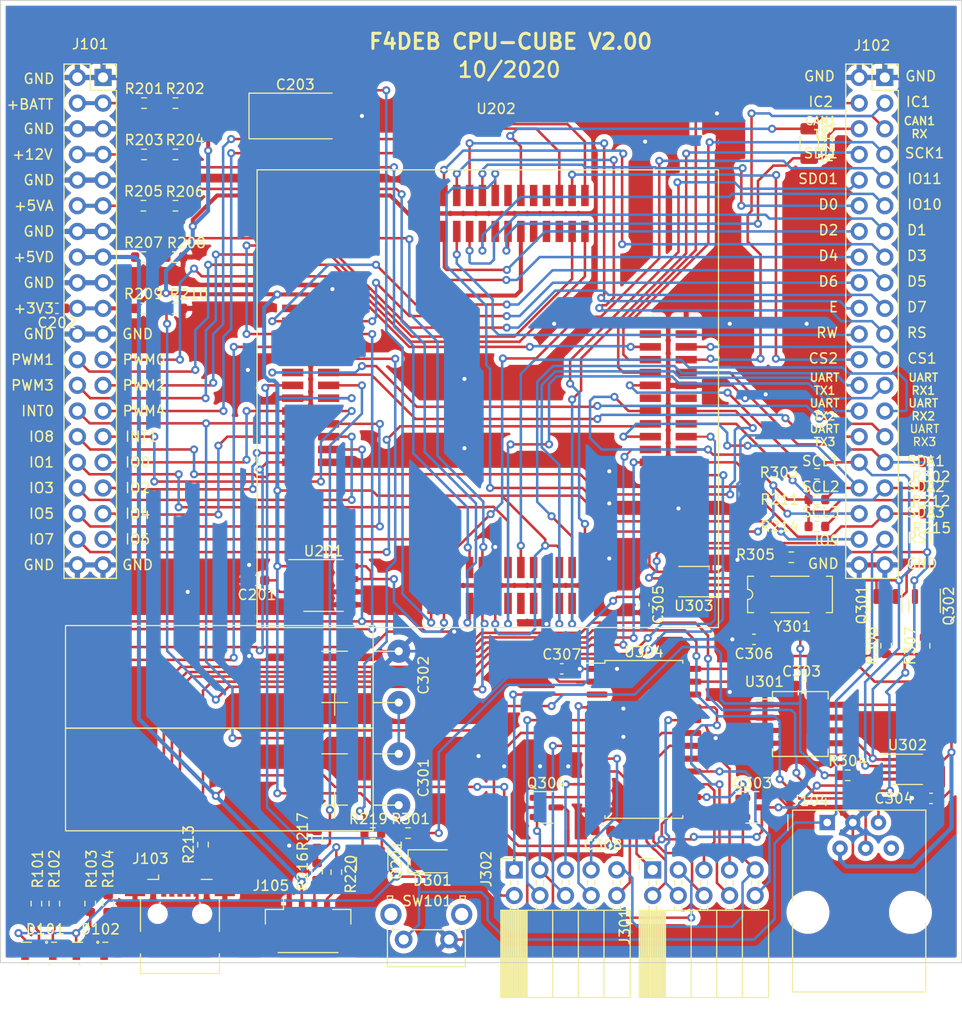
<source format=kicad_pcb>
(kicad_pcb (version 20221018) (generator pcbnew)
  (layers (0 "F.Cu" signal) (31 "B.Cu" signal) (34 "B.Paste" user) (35 "F.Paste" user) (36 "B.SilkS" user "B.Silkscreen") (37 "F.SilkS" user "F.Silkscreen") (38 "B.Mask" user) (39 "F.Mask" user) (44 "Edge.Cuts" user))
  (net 0 "")
  (net 1 "+3V3")
  (net 2 "GND")
  (net 3 "Net-(C301-Pad1)")
  (net 4 "Net-(C301-Pad2)")
  (net 5 "/IC1")
  (net 6 "/IC2")
  (net 7 "/CAN1RX")
  (net 8 "/CAN1TX")
  (net 9 "/SCK1")
  (net 10 "/SDI1")
  (net 11 "/IO11")
  (net 12 "/SDO1")
  (net 13 "/IO10")
  (net 14 "/D0")
  (net 15 "/D1")
  (net 16 "/D2")
  (net 17 "/D3")
  (net 18 "/D4")
  (net 19 "/D5")
  (net 20 "/D6")
  (net 21 "/D7")
  (net 22 "/E")
  (net 23 "/RS")
  (net 24 "/RW")
  (net 25 "/CS1")
  (net 26 "/CS2")
  (net 27 "/UART-RX1")
  (net 28 "/UART-TX1")
  (net 29 "/UART-RX2")
  (net 30 "/UART-TX2")
  (net 31 "/UART-RX3")
  (net 32 "/UART-TX3")
  (net 33 "/SDA1")
  (net 34 "/SCL1")
  (net 35 "/SDA2")
  (net 36 "/SCL2")
  (net 37 "/SDA3")
  (net 38 "/SCL3")
  (net 39 "/RST")
  (net 40 "/IO9")
  (net 41 "+BATT")
  (net 42 "+12V")
  (net 43 "+5VA")
  (net 44 "+5VD")
  (net 45 "/PWM0")
  (net 46 "/PWM1")
  (net 47 "/PWM2")
  (net 48 "/PWM3")
  (net 49 "/PWM4")
  (net 50 "/INT0")
  (net 51 "/INT1")
  (net 52 "/IO8")
  (net 53 "/IO0")
  (net 54 "/IO1")
  (net 55 "/IO2")
  (net 56 "/IO3")
  (net 57 "/IO4")
  (net 58 "/IO5")
  (net 59 "/IO6")
  (net 60 "/IO7")
  (net 61 "/UART-RX0")
  (net 62 "/UART-TX0")
  (net 63 "/VBUS")
  (net 64 "/D-")
  (net 65 "/D+")
  (net 66 "/USBID")
  (net 67 "/PGED1")
  (net 68 "/PGEC1")
  (net 69 "Net-(C305-Pad1)")
  (net 70 "Net-(C306-Pad1)")
  (net 71 "Net-(C307-Pad1)")
  (net 72 "Net-(D101-Pad1)")
  (net 73 "Net-(D101-Pad2)")
  (net 74 "Net-(D102-Pad1)")
  (net 75 "Net-(D102-Pad2)")
  (net 77 "Net-(J301-Pad3)")
  (net 78 "/PIC32/UART-TX")
  (net 79 "Net-(J301-Pad9)")
  (net 80 "Net-(J302-Pad1)")
  (net 81 "Net-(J302-Pad2)")
  (net 82 "Net-(J302-Pad4)")
  (net 83 "Net-(J302-Pad5)")
  (net 84 "Net-(J302-Pad6)")
  (net 85 "Net-(J302-Pad7)")
  (net 86 "Net-(J302-Pad8)")
  (net 87 "Net-(J302-Pad10)")
  (net 88 "Net-(Q301-Pad3)")
  (net 89 "Net-(Q302-Pad3)")
  (net 90 "Net-(Q303-Pad1)")
  (net 91 "Net-(Q304-Pad1)")
  (net 92 "/LED1")
  (net 93 "/LED2")
  (net 94 "Net-(R201-Pad2)")
  (net 95 "Net-(R203-Pad2)")
  (net 96 "Net-(R205-Pad2)")
  (net 97 "/I2C/B34")
  (net 98 "/I2C/P34")
  (net 99 "/I2C/A34")
  (net 100 "/I2C/C34")
  (net 101 "/I2C/E34")
  (net 102 "/I2C/D34")
  (net 103 "/I2C/G34")
  (net 104 "/I2C/F34")
  (net 105 "Net-(R207-Pad2)")
  (net 106 "Net-(R209-Pad2)")
  (net 107 "Net-(R213-Pad2)")
  (net 108 "Net-(R216-Pad2)")
  (net 109 "Net-(R304-Pad2)")
  (net 110 "Net-(R305-Pad2)")
  (net 111 "Net-(U201-Pad7)")
  (net 133 "Net-(U303-Pad2)")
  (footprint "Connector_USB:USB_Mini-B_Lumberg_2486_01_Horizontal" (layer "F.Cu") (at 118.745 136.271)
    (fp_text reference "J103")
    (fp_text value "USB")
  )
  (footprint "Connector_PinSocket_2.54mm:PinSocket_2x20_P2.54mm_Vertical" (layer "F.Cu") (at 111.125 53.467)
    (fp_text reference "J101")
    (fp_text value "~")
  )
  (footprint "Package_TO_SOT_SMD:SOT-23" (layer "F.Cu") (at 175.4655 125.73)
    (fp_text reference "Q303")
    (fp_text value "BSR19")
  )
  (footprint "f4deb-mod-library:10F" (layer "F.Cu") (at 137.8885 117.888 180)
    (fp_text reference "C302")
    (fp_text value "10F")
  )
  (footprint "Capacitor_SMD:C_0603_1608Metric" (layer "F.Cu") (at 160.655 128.016 180)
    (fp_text reference "C308")
    (fp_text value "100n")
  )
  (footprint "Resistor_SMD:R_0603_1608Metric" (layer "F.Cu") (at 181.864 95.25)
    (fp_text reference "R211")
    (fp_text value "10k")
  )
  (footprint "Package_SO:SSOP-8_2.95x2.8mm_P0.65mm" (layer "F.Cu") (at 190.832 121.961)
    (fp_text reference "U302")
    (fp_text value "LM75A")
  )
  (footprint "Capacitor_SMD:C_0603_1608Metric" (layer "F.Cu") (at 164.719 105.664 -90)
    (fp_text reference "C305")
    (fp_text value "100n")
  )
  (footprint "Resistor_SMD:R_0603_1608Metric" (layer "F.Cu") (at 192.532 109.728 90)
    (fp_text reference "R307")
    (fp_text value "10k")
  )
  (footprint "Package_TO_SOT_SMD:SOT-23" (layer "F.Cu") (at 188.722 105.791 -90)
    (fp_text reference "Q301")
    (fp_text value "2N7002")
  )
  (footprint "Connector_RJ:RJ12_Amphenol_54601" (layer "F.Cu") (at 182.885 127.231)
    (fp_text reference "J104")
    (fp_text value "RJ45")
  )
  (footprint "Resistor_SMD:R_0603_1608Metric" (layer "F.Cu") (at 137.858 128.27)
    (fp_text reference "R219")
    (fp_text value "10k")
  )
  (footprint "Package_SO:SOIC-24W_7.5x15.4mm_P1.27mm" (layer "F.Cu") (at 164.719 118.999)
    (fp_text reference "U304")
    (fp_text value "SAA1064T")
  )
  (footprint "Resistor_SMD:R_1206_3216Metric" (layer "F.Cu") (at 181.102 60.0055 -90)
    (fp_text reference "R218")
    (fp_text value "120")
  )
  (footprint "Diode_SMD:D_1206_3216Metric" (layer "F.Cu") (at 143.637 131.064)
    (fp_text reference "D301")
    (fp_text value "B140")
  )
  (footprint "Resistor_SMD:R_0603_1608Metric" (layer "F.Cu") (at 111.633 135.255 90)
    (fp_text reference "R104")
    (fp_text value "470")
  )
  (footprint "Package_SO:SO-8_5.3x6.2mm_P1.27mm" (layer "F.Cu") (at 180.213 117.475)
    (fp_text reference "U301")
    (fp_text value "24LC1025")
  )
  (footprint "Resistor_SMD:R_0603_1608Metric" (layer "F.Cu") (at 118.237 71.247)
    (fp_text reference "R208")
    (fp_text value "4k7")
  )
  (footprint "Resistor_SMD:R_0603_1608Metric" (layer "F.Cu") (at 115.189 61.087)
    (fp_text reference "R203")
    (fp_text value "10k")
  )
  (footprint "Resistor_SMD:R_0603_1608Metric" (layer "F.Cu") (at 132.334 132.08 90)
    (fp_text reference "R216")
    (fp_text value "1k")
  )
  (footprint "Resistor_SMD:R_0603_1608Metric" (layer "F.Cu") (at 181.864 92.71)
    (fp_text reference "R303")
    (fp_text value "10k")
  )
  (footprint "Resistor_SMD:R_0603_1608Metric" (layer "F.Cu") (at 121.031 129.413 90)
    (fp_text reference "R213")
    (fp_text value "0")
  )
  (footprint "Resistor_SMD:R_0603_1608Metric" (layer "F.Cu") (at 193.167 91.567 180)
    (fp_text reference "R302")
    (fp_text value "10k")
  )
  (footprint "Resistor_SMD:R_0603_1608Metric" (layer "F.Cu") (at 115.126 76.327)
    (fp_text reference "R209")
    (fp_text value "10k")
  )
  (footprint "Resistor_SMD:R_0603_1608Metric" (layer "F.Cu") (at 115.125 71.247)
    (fp_text reference "R207")
    (fp_text value "10k")
  )
  (footprint "Package_SO:SOIC-8_3.9x4.9mm_P1.27mm" (layer "F.Cu") (at 132.969 103.759)
    (fp_text reference "U201")
    (fp_text value "MCP1501-SN")
  )
  (footprint "Resistor_SMD:R_0603_1608Metric" (layer "F.Cu") (at 115.189 56.007)
    (fp_text reference "R201")
    (fp_text value "10k")
  )
  (footprint "Connector_JST:JST_GH_SM04B-GHS-TB_1x04-1MP_P1.25mm_Horizontal" (layer "F.Cu") (at 131.445 137.541)
    (fp_text reference "J105")
    (fp_text value "GH-4")
  )
  (footprint "Capacitor_SMD:C_0603_1608Metric" (layer "F.Cu") (at 106.553 76.327 180)
    (fp_text reference "C202")
    (fp_text value "100n")
  )
  (footprint "Resistor_SMD:R_0603_1608Metric" (layer "F.Cu") (at 118.3 56.007)
    (fp_text reference "R202")
    (fp_text value "1k5")
  )
  (footprint "Resistor_SMD:R_0603_1608Metric" (layer "F.Cu") (at 134.239 132.144 -90)
    (fp_text reference "R220")
    (fp_text value "10k")
  )
  (footprint "Resistor_SMD:R_0603_1608Metric" (layer "F.Cu") (at 106.299 135.255 90)
    (fp_text reference "R102")
    (fp_text value "470")
  )
  (footprint "Resistor_SMD:R_0603_1608Metric" (layer "F.Cu") (at 188.722 109.728 90)
    (fp_text reference "R306")
    (fp_text value "10k")
  )
  (footprint "Resistor_SMD:R_0603_1608Metric" (layer "F.Cu") (at 132.334 128.905 90)
    (fp_text reference "R217")
    (fp_text value "1k5")
  )
  (footprint "Connector_PinSocket_2.54mm:PinSocket_2x05_P2.54mm_Horizontal" (layer "F.Cu") (at 165.588 131.916 90)
    (fp_text reference "J301")
    (fp_text value "~")
  )
  (footprint "Package_TO_SOT_SMD:SOT-23" (layer "F.Cu") (at 192.532 105.791 -90)
    (fp_text reference "Q302")
    (fp_text value "2N7002")
  )
  (footprint "Resistor_SMD:R_0603_1608Metric" (layer "F.Cu") (at 115.126 66.167)
    (fp_text reference "R205")
    (fp_text value "10k")
  )
  (footprint "LED_SMD:LED_LiteOn_LTST-S326" (layer "F.Cu") (at 104.775 140.081 -90)
    (fp_text reference "D101")
    (fp_text value "LED")
  )
  (footprint "Package_SO:SSOP-8_2.95x2.8mm_P0.65mm" (layer "F.Cu") (at 169.672 103.378 180)
    (fp_text reference "U303")
    (fp_text value "PCF8563T")
  )
  (footprint "Resistor_SMD:R_0603_1608Metric" (layer "F.Cu") (at 118.3 61.087)
    (fp_text reference "R204")
    (fp_text value "1k5")
  )
  (footprint "Package_TO_SOT_SMD:SOT-23" (layer "F.Cu") (at 137.795 131.318 -90)
    (fp_text reference "Q201")
    (fp_text value "BSS123")
  )
  (footprint "Resistor_SMD:R_0603_1608Metric" (layer "F.Cu") (at 193.167 93.98 180)
    (fp_text reference "R212")
    (fp_text value "10k")
  )
  (footprint "Capacitor_Tantalum_SMD:CP_EIA-7343-30_AVX-N_Pad2.25x2.55mm_HandSolder" (layer "F.Cu") (at 130.175 57.277)
    (fp_text reference "C203")
    (fp_text value "47µ")
  )
  (footprint "Resistor_SMD:R_0603_1608Metric" (layer "F.Cu") (at 118.3 66.167)
    (fp_text reference "R206")
    (fp_text value "4k7")
  )
  (footprint "Resistor_SMD:R_0603_1608Metric" (layer "F.Cu") (at 118.237 76.327)
    (fp_text reference "R210")
    (fp_text value "4k7")
  )
  (footprint "Resistor_SMD:R_0603_1608Metric" (layer "F.Cu") (at 104.521 135.255 90)
    (fp_text reference "R101")
    (fp_text value "470")
  )
  (footprint "Capacitor_SMD:C_0603_1608Metric" (layer "F.Cu") (at 175.628 109.093 180)
    (fp_text reference "C306")
    (fp_text value "10p")
  )
  (footprint "Resistor_SMD:R_0603_1608Metric" (layer "F.Cu") (at 193.23 96.647 180)
    (fp_text reference "R215")
    (fp_text value "10k")
  )
  (footprint "LED_SMD:LED_LiteOn_LTST-S326" (layer "F.Cu") (at 109.855 140.081 -90)
    (fp_text reference "D102")
    (fp_text value "LED")
  )
  (footprint "Resistor_SMD:R_0603_1608Metric" (layer "F.Cu") (at 179.324 100.965 180)
    (fp_text reference "R305")
    (fp_text value "100")
  )
  (footprint "f4deb-mod-library:PIC32MX795F512L-V2-00" (layer "F.Cu") (at 131.064 76.327)
    (fp_text reference "U202")
    (fp_text value "PIC32MX795F512L")
  )
  (footprint "Connector_PinSocket_2.54mm:PinSocket_2x05_P2.54mm_Horizontal" (layer "F.Cu") (at 151.872 131.916 90)
    (fp_text reference "J302")
    (fp_text value "~")
  )
  (footprint "Capacitor_SMD:C_0603_1608Metric" (layer "F.Cu") (at 126.378 103.251 180)
    (fp_text reference "C201")
    (fp_text value "100n")
  )
  (footprint "Resistor_SMD:R_0603_1608Metric" (layer "F.Cu") (at 184.912 122.555)
    (fp_text reference "R304")
    (fp_text value "100")
  )
  (footprint "Capacitor_SMD:C_0603_1608Metric" (layer "F.Cu") (at 193.18 124.841 180)
    (fp_text reference "C304")
    (fp_text value "100n")
  )
  (footprint "Package_TO_SOT_SMD:SOT-23" (layer "F.Cu") (at 155.067 125.73)
    (fp_text reference "Q304")
    (fp_text value "BSR19")
  )
  (footprint "Resistor_SMD:R_0603_1608Metric" (layer "F.Cu") (at 109.855 135.255 90)
    (fp_text reference "R103")
    (fp_text value "470")
  )
  (footprint "Resistor_SMD:R_0603_1608Metric" (layer "F.Cu") (at 181.864 97.917)
    (fp_text reference "R214")
    (fp_text value "10k")
  )
  (footprint "Capacitor_SMD:C_0603_1608Metric" (layer "F.Cu") (at 180.48 113.665 180)
    (fp_text reference "C303")
    (fp_text value "100n")
  )
  (footprint "Capacitor_SMD:C_0603_1608Metric" (layer "F.Cu") (at 156.578 112.014)
    (fp_text reference "C307")
    (fp_text value "2.7n")
  )
  (footprint "Button_Switch_THT:SW_Tactile_SPST_Angled_PTS645Vx83-2LFS" (layer "F.Cu") (at 145.415 138.811 180)
    (fp_text reference "SW101")
    (fp_text value "~")
  )
  (footprint "Connector_PinSocket_2.54mm:PinSocket_2x20_P2.54mm_Vertical" (layer "F.Cu") (at 188.595 53.467)
    (fp_text reference "J102")
    (fp_text value "~")
  )
  (footprint "Resistor_SMD:R_0603_1608Metric" (layer "F.Cu") (at 141.351 128.27 180)
    (fp_text reference "R301")
    (fp_text value "150")
  )
  (footprint "f4deb-mod-library:10F" (layer "F.Cu") (at 137.8885 128.048 180)
    (fp_text reference "C301")
    (fp_text value "10F")
  )
  (footprint "Crystal:Crystal_SMD_SeikoEpson_MC306-4Pin_8.0x3.2mm" (layer "F.Cu") (at 179.197 104.648)
    (fp_text reference "Y301")
    (fp_text value "32.768Khz")
  )
  (gr_line (start 100.965 141.097) (end 100.965 45.847) (stroke (width 0.1)) (layer "Edge.Cuts"))
  (gr_line (start 196.215 141.097) (end 100.965 141.097) (stroke (width 0.1)) (layer "Edge.Cuts"))
  (gr_line (start 100.965 45.847) (end 196.215 45.847) (stroke (width 0.1)) (layer "Edge.Cuts"))
  (gr_line (start 196.215 45.847) (end 196.215 141.097) (stroke (width 0.1)) (layer "Edge.Cuts"))
  (gr_text "IO1" (at 105.029 91.567) (layer "F.SilkS") (effects (font (size 1 1))))
  (gr_text "+12V" (at 104.14 61.087) (layer "F.SilkS") (effects (font (size 1 1))))
  (gr_text "RS" (at 191.77 78.74) (layer "F.SilkS") (effects (font (size 1 1))))
  (gr_text "UART\nRX2" (at 192.405 86.36) (layer "F.SilkS") (effects (font (size 0.8 0.8))))
  (gr_text "D2" (at 183.007 68.58) (layer "F.SilkS") (effects (font (size 1 1))))
  (gr_text "SCL1" (at 182.245 91.44) (layer "F.SilkS") (effects (font (size 1 1))))
  (gr_text "CAN1\nRX" (at 192.024 58.42) (layer "F.SilkS") (effects (font (size 0.8 0.8))))
  (gr_text "UART\nTX1" (at 182.626 83.82) (layer "F.SilkS") (effects (font (size 0.8 0.8))))
  (gr_text "UART\nTX3" (at 182.626 88.9) (layer "F.SilkS") (effects (font (size 0.8 0.8))))
  (gr_text "PWM1" (at 104.14 81.407) (layer "F.SilkS") (effects (font (size 1 1))))
  (gr_text "GND" (at 104.775 78.867) (layer "F.SilkS") (effects (font (size 1 1))))
  (gr_text "SDA2" (at 192.659 93.98) (layer "F.SilkS") (effects (font (size 1 1))))
  (gr_text "D1" (at 191.77 68.58) (layer "F.SilkS") (effects (font (size 1 1))))
  (gr_text "GND" (at 192.278 101.6) (layer "F.SilkS") (effects (font (size 1 1))))
  (gr_text "D5" (at 191.77 73.66) (layer "F.SilkS") (effects (font (size 1 1))))
  (gr_text "PWM4" (at 115.189 86.487) (layer "F.SilkS") (effects (font (size 1 1))))
  (gr_text "SCL3" (at 182.245 96.52) (layer "F.SilkS") (effects (font (size 1 1))))
  (gr_text "CAN1\nTX" (at 182.245 58.42) (layer "F.SilkS") (effects (font (size 0.8 0.8))))
  (gr_text "CS2" (at 182.499 81.28) (layer "F.SilkS") (effects (font (size 1 1))))
  (gr_text "+BATT" (at 103.886 56.134) (layer "F.SilkS") (effects (font (size 1 1))))
  (gr_text "IC1" (at 191.897 55.88) (layer "F.SilkS") (effects (font (size 1 1))))
  (gr_text "RST" (at 192.151 99.06) (layer "F.SilkS") (effects (font (size 1 1))))
  (gr_text "D7" (at 191.77 76.2) (layer "F.SilkS") (effects (font (size 1 1))))
  (gr_text "IO6" (at 114.554 99.187) (layer "F.SilkS") (effects (font (size 1 1))))
  (gr_text "PWM0" (at 115.189 81.407) (layer "F.SilkS") (effects (font (size 1 1))))
  (gr_text "CS1" (at 192.278 81.28) (layer "F.SilkS") (effects (font (size 1 1))))
  (gr_text "INT1" (at 114.935 89.027) (layer "F.SilkS") (effects (font (size 1 1))))
  (gr_text "+3V3" (at 104.267 76.327) (layer "F.SilkS") (effects (font (size 1 1))))
  (gr_text "GND" (at 104.775 68.707) (layer "F.SilkS") (effects (font (size 1 1))))
  (gr_text "IO8" (at 105.029 89.027) (layer "F.SilkS") (effects (font (size 1 1))))
  (gr_text "UART\nRX1" (at 192.405 83.82) (layer "F.SilkS") (effects (font (size 0.8 0.8))))
  (gr_text "F4DEB CPU-CUBE V2.00" (at 151.511 49.911) (layer "F.SilkS") (effects (font (size 1.5 1.5) (thickness 0.3))))
  (gr_text "IO7" (at 105.029 99.187) (layer "F.SilkS") (effects (font (size 1 1))))
  (gr_text "SCK1" (at 192.532 60.96) (layer "F.SilkS") (effects (font (size 1 1))))
  (gr_text "UART\nTX2" (at 182.626 86.36) (layer "F.SilkS") (effects (font (size 0.8 0.8))))
  (gr_text "SCL2" (at 182.245 93.98) (layer "F.SilkS") (effects (font (size 1 1))))
  (gr_text "GND" (at 104.775 63.627) (layer "F.SilkS") (effects (font (size 1 1))))
  (gr_text "E" (at 183.515 76.2) (layer "F.SilkS") (effects (font (size 1 1))))
  (gr_text "PWM3" (at 104.14 83.947) (layer "F.SilkS") (effects (font (size 1 1))))
  (gr_text "GND" (at 114.554 101.727) (layer "F.SilkS") (effects (font (size 1 1))))
  (gr_text "IO2" (at 114.554 94.107) (layer "F.SilkS") (effects (font (size 1 1))))
  (gr_text "IO3" (at 105.029 94.107) (layer "F.SilkS") (effects (font (size 1 1))))
  (gr_text "GND" (at 182.118 53.34) (layer "F.SilkS") (effects (font (size 1 1))))
  (gr_text "GND" (at 104.775 101.727) (layer "F.SilkS") (effects (font (size 1 1))))
  (gr_text "IO11" (at 192.532 63.5) (layer "F.SilkS") (effects (font (size 1 1))))
  (gr_text "10/2020" (at 151.384 52.705) (layer "F.SilkS") (effects (font (size 1.5 1.5) (thickness 0.25))))
  (gr_text "IC2" (at 182.245 55.88) (layer "F.SilkS") (effects (font (size 1 1))))
  (gr_text "SDA1" (at 192.659 91.44) (layer "F.SilkS") (effects (font (size 1 1))))
  (gr_text "SDA3" (at 192.659 96.52) (layer "F.SilkS") (effects (font (size 1 1))))
  (gr_text "IO9" (at 182.88 99.314) (layer "F.SilkS") (effects (font (size 1 1))))
  (gr_text "SDI1" (at 182.245 60.96) (layer "F.SilkS") (effects (font (size 1 1))))
  (gr_text "GND" (at 192.151 53.34) (layer "F.SilkS") (effects (font (size 1 1))))
  (gr_text "SDO1" (at 181.991 63.5) (layer "F.SilkS") (effects (font (size 1 1))))
  (gr_text "GND" (at 114.554 78.867) (layer "F.SilkS") (effects (font (size 1 1))))
  (gr_text "GND" (at 182.499 101.6) (layer "F.SilkS") (effects (font (size 1 1))))
  (gr_text "+5VD" (at 104.267 71.247) (layer "F.SilkS") (effects (font (size 1 1))))
  (gr_text "IO4" (at 114.554 96.647) (layer "F.SilkS") (effects (font (size 1 1))))
  (gr_text "PWM2" (at 115.189 83.947) (layer "F.SilkS") (effects (font (size 1 1))))
  (gr_text "D6" (at 183.007 73.66) (layer "F.SilkS") (effects (font (size 1 1))))
  (gr_text "GND" (at 104.775 73.787) (layer "F.SilkS") (effects (font (size 1 1))))
  (gr_text "RW" (at 182.88 78.74) (layer "F.SilkS") (effects (font (size 1 1))))
  (gr_text "D3" (at 191.77 71.12) (layer "F.SilkS") (effects (font (size 1 1))))
  (gr_text "IO0" (at 114.554 91.567) (layer "F.SilkS") (effects (font (size 1 1))))
  (gr_text "GND" (at 104.775 58.547) (layer "F.SilkS") (effects (font (size 1 1))))
  (gr_text "INT0" (at 104.648 86.487) (layer "F.SilkS") (effects (font (size 1 1))))
  (gr_text "UART\nRX3" (at 192.532 88.9) (layer "F.SilkS") (effects (font (size 0.8 0.8) (thickness 0.125))))
  (gr_text "IO10" (at 192.532 66.04) (layer "F.SilkS") (effects (font (size 1 1))))
  (gr_text "+5VA" (at 104.267 66.167) (layer "F.SilkS") (effects (font (size 1 1))))
  (gr_text "D4" (at 183.007 71.12) (layer "F.SilkS") (effects (font (size 1 1))))
  (gr_text "D0" (at 183.007 66.04) (layer "F.SilkS") (effects (font (size 1 1))))
  (gr_text "GND\n" (at 104.775 53.594) (layer "F.SilkS") (effects (font (size 1 1))))
  (gr_text "IO5" (at 105.029 96.647) (layer "F.SilkS") (effects (font (size 1 1))))
  (segment (start 184.214 95.313) (end 183.07 96.457) (width 0.25) (layer "F.Cu") (net 1))
  (segment (start 133.477 85.217) (end 135.763 85.217) (width 0.25) (layer "F.Cu") (net 1))
  (segment (start 190.754 102.616) (end 191.516 101.854) (width 0.25) (layer "F.Cu") (net 1))
  (segment (start 150.622 94.869) (end 158.369 94.869) (width 0.25) (layer "F.Cu") (net 1))
  (segment (start 181.039 95.25) (end 181.039 92.71) (width 0.25) (layer "F.Cu") (net 1))
  (segment (start 177.546 93.853) (end 174.498 90.805) (width 0.25) (layer "F.Cu") (net 1))
  (segment (start 120.015 68.199) (end 120.015 67.564) (width 0.4) (layer "F.Cu") (net 1))
  (segment (start 193.482 104.8535) (end 193.482 105.344) (width 0.25) (layer "F.Cu") (net 1))
  (segment (start 163.195 86.487) (end 161.798 85.09) (width 0.25) (layer "F.Cu") (net 1))
  (segment (start 103.4 140.081) (end 103.4 138.833) (width 0.25) (layer "F.Cu") (net 1))
  (segment (start 121.539 58.674) (end 121.539 60.706) (width 0.4) (layer "F.Cu") (net 1))
  (segment (start 168.91 90.297) (end 171.069 90.297) (width 0.25) (layer "F.Cu") (net 1))
  (segment (start 115.8085 74.8195) (end 119.289744 74.8195) (width 0.4) (layer "F.Cu") (net 1))
  (segment (start 194.056 101.854) (end 194.056 96.648) (width 0.25) (layer "F.Cu") (net 1))
  (segment (start 193.482 103.063) (end 194.056 102.489) (width 0.25) (layer "F.Cu") (net 1))
  (segment (start 122.936 57.277) (end 121.539 58.674) (width 0.4) (layer "F.Cu") (net 1))
  (segment (start 138.745 130.3805) (end 138.745 131.125) (width 0.25) (layer "F.Cu") (net 1))
  (segment (start 160.401 96.901) (end 160.734465 97.234465) (width 0.25) (layer "F.Cu") (net 1))
  (segment (start 154.94 99.822) (end 156.083 99.822) (width 0.25) (layer "F.Cu") (net 1))
  (segment (start 128.397 104.14) (end 128.651 104.394) (width 0.25) (layer "F.Cu") (net 1))
  (segment (start 171.069 90.297) (end 171.577 90.805) (width 0.25) (layer "F.Cu") (net 1))
  (segment (start 181.039 96.457) (end 181.039 95.25) (width 0.25) (layer "F.Cu") (net 1))
  (segment (start 194.056 96.648) (end 194.055 96.647) (width 0.25) (layer "F.Cu") (net 1))
  (segment (start 138.745 128.332) (end 138.683 128.27) (width 0.25) (layer "F.Cu") (net 1))
  (segment (start 128.397 124.333) (end 136.652 124.333) (width 0.25) (layer "F.Cu") (net 1))
  (segment (start 183.713 115.57) (end 195.199 115.57) (width 0.25) (layer "F.Cu") (net 1))
  (segment (start 108.458 138.176) (end 108.458 140.059) (width 0.25) (layer "F.Cu") (net 1))
  (segment (start 128.397 102.362) (end 128.397 103.251) (width 0.25) (layer "F.Cu") (net 1))
  (segment (start 181.039 95.25) (end 178.943 95.25) (width 0.25) (layer "F.Cu") (net 1))
  (segment (start 183.713 115.57) (end 182.245 115.57) (width 0.25) (layer "F.Cu") (net 1))
  (segment (start 194.31 124.841) (end 195.199 123.952) (width 0.25) (layer "F.Cu") (net 1))
  (segment (start 193.482 104.8535) (end 193.482 103.063) (width 0.25) (layer "F.Cu") (net 1))
  (segment (start 182.245 115.57) (end 181.255 114.58) (width 0.25) (layer "F.Cu") (net 1))
  (segment (start 152.527 74.549) (end 152.527 68.707) (width 0.4) (layer "F.Cu") (net 1))
  (segment (start 144.78 132.588) (end 145.037 132.331) (width 0.25) (layer "F.Cu") (net 1))
  (segment (start 145.037 132.331) (end 145.037 131.064) (width 0.25) (layer "F.Cu") (net 1))
  (segment (start 128.651 104.394) (end 130.494 104.394) (width 0.25) (layer "F.Cu") (net 1))
  (segment (start 108.458 140.059) (end 108.48 140.081) (width 0.25) (layer "F.Cu") (net 1))
  (segment (start 195.199 115.57) (end 195.199 120.269) (width 0.25) (layer "F.Cu") (net 1))
  (segment (start 189.672 104.8535) (end 190.2945 104.8535) (width 0.25) (layer "F.Cu") (net 1))
  (segment (start 156.337 100.076) (end 156.337 101.981) (width 0.25) (layer "F.Cu") (net 1))
  (segment (start 138.745 130.3805) (end 138.745 128.332) (width 0.25) (layer "F.Cu") (net 1))
  (segment (start 120.015 67.564) (end 122.428 65.151) (width 0.4) (layer "F.Cu") (net 1))
  (segment (start 193.482 105.344) (end 195.199 107.061) (width 0.25) (layer "F.Cu") (net 1))
  (segment (start 150.622 94.869) (end 138.303 94.869) (width 0.25) (layer "F.Cu") (net 1))
  (segment (start 128.397 94.361) (end 137.795 94.361) (width 0.25) (layer "F.Cu") (net 1))
  (segment (start 122.428 65.151) (end 139.573 65.151) (width 0.4) (layer "F.Cu") (net 1))
  (segment (start 149.987 105.537) (end 149.987 107.569) (width 0.25) (layer "F.Cu") (net 1))
  (segment (start 138.683 128.27) (end 138.683 126.364) (width 0.25) (layer "F.Cu") (net 1))
  (segment (start 139.573 65.151) (end 142.621 68.199) (width 0.4) (layer "F.Cu") (net 1))
  (segment (start 195.199 120.269) (end 194.482 120.986) (width 0.25) (layer "F.Cu") (net 1))
  (segment (start 140.208 132.588) (end 144.78 132.588) (width 0.25) (layer "F.Cu") (net 1))
  (segment (start 154.94 99.187) (end 150.622 94.869) (width 0.25) (layer "F.Cu") (net 1))
  (segment (start 178.943 95.25) (end 177.546 93.853) (width 0.25) (layer "F.Cu") (net 1))
  (segment (start 138.745 131.125) (end 140.208 132.588) (width 0.25) (layer "F.Cu") (net 1))
  (segment (start 195.199 107.061) (end 195.199 115.57) (width 0.25) (layer "F.Cu") (net 1))
  (segment (start 107.328 76.327) (end 108.585 76.327) (width 0.4) (layer "F.Cu") (net 1))
  (segment (start 130.494 101.854) (end 128.397 101.854) (width 0.25) (layer "F.Cu") (net 1))
  (segment (start 128.380499 74.946501) (end 132.096501 74.946501) (width 0.4) (layer "F.Cu") (net 1))
  (segment (start 154.94 99.822) (end 154.94 99.187) (width 0.25) (layer "F.Cu") (net 1))
  (segment (start 138.683 126.364) (end 136.652 124.333) (width 0.25) (layer "F.Cu") (net 1))
  (segment (start 114.301 76.327) (end 115.8085 74.8195) (width 0.4) (layer "F.Cu") (net 1))
  (segment (start 142.621 73.787) (end 143.891 75.057) (width 0.4) (layer "F.Cu") (net 1))
  (segment (start 181.255 114.58) (end 181.255 113.665) (width 0.25) (layer "F.Cu") (net 1))
  (segment (start 128.397 101.854) (end 128.397 104.14) (width 0.25) (layer "F.Cu") (net 1))
  (segment (start 143.891 75.057) (end 152.019 75.057) (width 0.4) (layer "F.Cu") (net 1))
  (segment (start 165.354 86.487) (end 163.195 86.487) (width 0.25) (layer "F.Cu") (net 1))
  (segment (start 174.498 90.805) (end 171.577 90.805) (width 0.25) (layer "F.Cu") (net 1))
  (segment (start 130.494 101.854) (end 128.905 101.854) (width 0.25) (layer "F.Cu") (net 1))
  (segment (start 190.2945 104.8535) (end 190.754 104.394) (width 0.25) (layer "F.Cu") (net 1))
  (segment (start 127.153 103.251) (end 128.397 103.251) (width 0.25) (layer "F.Cu") (net 1))
  (segment (start 181.039 97.917) (end 181.039 96.457) (width 0.25) (layer "F.Cu") (net 1))
  (segment (start 190.754 104.394) (end 190.754 102.616) (width 0.25) (layer "F.Cu") (net 1))
  (segment (start 194.055 95.251) (end 193.993 95.313) (width 0.25) (layer "F.Cu") (net 1))
  (segment (start 156.083 99.822) (end 156.337 100.076) (width 0.25) (layer "F.Cu") (net 1))
  (segment (start 161.925 98.425) (end 160.401 96.901) (width 0.25) (layer "F.Cu") (net 1))
  (segment (start 142.621 68.199) (end 142.621 73.787) (width 0.4) (layer "F.Cu") (net 1))
  (segment (start 119.289744 74.8195) (end 119.416745 74.946501) (width 0.4) (layer "F.Cu") (net 1))
  (segment (start 194.056 102.489) (end 194.056 101.854) (width 0.25) (layer "F.Cu") (net 1))
  (segment (start 195.199 123.952) (end 195.199 120.269) (width 0.25) (layer "F.Cu") (net 1))
  (segment (start 193.993 95.313) (end 184.214 95.313) (width 0.25) (layer "F.Cu") (net 1))
  (segment (start 158.369 94.869) (end 160.401 96.901) (width 0.25) (layer "F.Cu") (net 1))
  (segment (start 126.975 57.277) (end 122.936 57.277) (width 0.4) (layer "F.Cu") (net 1))
  (segment (start 194.482 120.986) (end 192.532 120.986) (width 0.25) (layer "F.Cu") (net 1))
  (segment (start 111.125 76.327) (end 114.301 76.327) (width 0.4) (layer "F.Cu") (net 1))
  (segment (start 191.516 101.854) (end 194.056 101.854) (width 0.25) (layer "F.Cu") (net 1))
  (segment (start 103.4 138.833) (end 102.743 138.176) (width 0.25) (layer "F.Cu") (net 1))
  (segment (start 194.055 94.043) (end 194.055 95.251) (width 0.25) (layer "F.Cu") (net 1))
  (segment (start 176.022 98.425) (end 161.925 98.425) (width 0.25) (layer "F.Cu") (net 1))
  (segment (start 193.992 91.567) (end 193.992 93.98) (width 0.25) (layer "F.Cu") (net 1))
  (segment (start 152.019 75.057) (end 152.527 74.549) (width 0.4) (layer "F.Cu") (net 1))
  (segment (start 119.38 74.93) (end 128.343754 74.93) (width 0.4) (layer "F.Cu") (net 1))
  (segment (start 132.096501 74.946501) (end 133.477 76.327) (width 0.4) (layer "F.Cu") (net 1))
  (segment (start 137.795 94.361) (end 138.303 94.869) (width 0.25) (layer "F.Cu") (net 1))
  (segment (start 194.055 95.251) (end 194.055 96.647) (width 0.25) (layer "F.Cu") (net 1))
  (segment (start 193.955 124.841) (end 194.31 124.841) (width 0.25) (layer "F.Cu") (net 1))
  (segment (start 193.992 93.98) (end 194.055 94.043) (width 0.25) (layer "F.Cu") (net 1))
  (segment (start 183.07 96.457) (end 181.039 96.457) (width 0.25) (layer "F.Cu") (net 1))
  (segment (start 128.397 103.251) (end 128.397 104.14) (width 0.25) (layer "F.Cu") (net 1))
  (via (at 161.798 85.09) (size 0.8) (drill 0.4) (layers "F.Cu" "B.Cu") (net 1))
  (via (at 149.987 107.569) (size 0.8) (drill 0.4) (layers "F.Cu" "B.Cu") (net 1))
  (via (at 135.763 85.217) (size 0.8) (drill 0.4) (layers "F.Cu" "B.Cu") (net 1))
  (via (at 128.397 124.333) (size 0.8) (drill 0.4) (layers "F.Cu" "B.Cu") (net 1))
  (via (at 121.539 60.706) (size 0.8) (drill 0.4) (layers "F.Cu" "B.Cu") (net 1))
  (via (at 128.397 101.854) (size 0.8) (drill 0.4) (layers "F.Cu" "B.Cu") (net 1))
  (via (at 140.208 132.588) (size 0.8) (drill 0.4) (layers "F.Cu" "B.Cu") (net 1))
  (via (at 128.380499 74.946501) (size 0.8) (drill 0.4) (layers "F.Cu" "B.Cu") (net 1))
  (via (at 154.94 99.822) (size 0.8) (drill 0.4) (layers "F.Cu" "B.Cu") (net 1))
  (via (at 117.3645 74.8195) (size 0.8) (drill 0.4) (layers "F.Cu" "B.Cu") (net 1))
  (via (at 195.199 120.269) (size 0.8) (drill 0.4) (layers "F.Cu" "B.Cu") (net 1))
  (via (at 176.022 98.425) (size 0.8) (drill 0.4) (layers "F.Cu" "B.Cu") (net 1))
  (via (at 102.743 138.176) (size 0.8) (drill 0.4) (layers "F.Cu" "B.Cu") (net 1))
  (via (at 120.015 68.199) (size 0.8) (drill 0.4) (layers "F.Cu" "B.Cu") (net 1))
  (via (at 128.397 94.361) (size 0.8) (drill 0.4) (layers "F.Cu" "B.Cu") (net 1))
  (via (at 177.546 93.853) (size 0.8) (drill 0.4) (layers "F.Cu" "B.Cu") (net 1))
  (via (at 108.458 138.176) (size 0.8) (drill 0.4) (layers "F.Cu" "B.Cu") (net 1))
  (via (at 171.069 90.297) (size 0.8) (drill 0.4) (layers "F.Cu" "B.Cu") (net 1))
  (segment (start 184.785 131.572) (end 191.389 131.572) (width 0.4) (layer "B.Cu") (net 1))
  (segment (start 121.539 60.706) (end 121.539 66.675) (width 0.4) (layer "B.Cu") (net 1))
  (segment (start 121.539 66.675) (end 120.015 68.199) (width 0.4) (layer "B.Cu") (net 1))
  (segment (start 128.524 85.217) (end 128.397 85.09) (width 0.25) (layer "B.Cu") (net 1))
  (segment (start 128.397 124.333) (end 128.397 101.854) (width 0.25) (layer "B.Cu") (net 1))
  (segment (start 195.072 127.889) (end 195.199 127.762) (width 0.25) (layer "B.Cu") (net 1))
  (segment (start 120.015 68.199) (end 120.015 69.977) (width 0.4) (layer "B.Cu") (net 1))
  (segment (start 128.397 94.361) (end 128.397 85.09) (width 0.4) (layer "B.Cu") (net 1))
  (segment (start 184.155 130.942) (end 184.785 131.572) (width 0.4) (layer "B.Cu") (net 1))
  (segment (start 128.397 101.854) (end 128.397 94.361) (width 0.4) (layer "B.Cu") (net 1))
  (segment (start 127.0895 76.2375) (end 128.380499 74.946501) (width 0.4) (layer "B.Cu") (net 1))
  (segment (start 108.458 138.176) (end 111.688 134.946) (width 0.25) (layer "B.Cu") (net 1))
  (segment (start 117.3645 72.6275) (end 117.3645 74.8195) (width 0.4) (layer "B.Cu") (net 1))
  (segment (start 149.987 107.569) (end 149.987 108.204) (width 0.25) (layer "B.Cu") (net 1))
  (segment (start 128.397 83.807664) (end 128.065836 83.4765) (width 0.4) (layer "B.Cu") (net 1))
  (segment (start 159.385 89.154) (end 160.528 90.297) (width 0.25) (layer "B.Cu") (net 1))
  (segment (start 191.389 131.572) (end 195.072 127.889) (width 0.4) (layer "B.Cu") (net 1))
  (segment (start 128.065836 83.4765) (end 127.557836 83.4765) (width 0.4) (layer "B.Cu") (net 1))
  (segment (start 149.987 108.204) (end 150.368 108.585) (width 0.25) (layer "B.Cu") (net 1))
  (segment (start 153.924 108.077) (end 153.924 107.95) (width 0.25) (layer "B.Cu") (net 1))
  (segment (start 160.528 90.297) (end 171.069 90.297) (width 0.25) (layer "B.Cu") (net 1))
  (segment (start 153.924 100.838) (end 154.94 99.822) (width 0.25) (layer "B.Cu") (net 1))
  (segment (start 159.385 85.471) (end 159.385 89.154) (width 0.25) (layer "B.Cu") (net 1))
  (segment (start 153.416 108.585) (end 153.924 108.077) (width 0.25) (layer "B.Cu") (net 1))
  (segment (start 153.924 107.95) (end 153.924 100.838) (width 0.25) (layer "B.Cu") (net 1))
  (segment (start 150.368 108.585) (end 151.892 108.585) (width 0.25) (layer "B.Cu") (net 1))
  (segment (start 195.199 127.762) (end 191.389 131.572) (width 0.4) (layer "B.Cu") (net 1))
  (segment (start 108.585 76.327) (end 111.125 76.327) (width 0.4) (layer "B.Cu") (net 1))
  (segment (start 102.743 138.176) (end 108.458 138.176) (width 0.25) (layer "B.Cu") (net 1))
  (segment (start 128.397 85.09) (end 128.397 83.807664) (width 0.4) (layer "B.Cu") (net 1))
  (segment (start 151.892 108.585) (end 153.416 108.585) (width 0.25) (layer "B.Cu") (net 1))
  (segment (start 111.688 134.946) (end 137.85 134.946) (width 0.25) (layer "B.Cu") (net 1))
  (segment (start 184.155 129.771) (end 184.155 130.942) (width 0.4) (layer "B.Cu") (net 1))
  (segment (start 161.798 85.09) (end 159.766 85.09) (width 0.25) (layer "B.Cu") (net 1))
  (segment (start 135.763 85.217) (end 128.524 85.217) (width 0.25) (layer "B.Cu") (net 1))
  (segment (start 137.85 134.946) (end 140.208 132.588) (width 0.25) (layer "B.Cu") (net 1))
  (segment (start 127.557836 83.4765) (end 127.0895 83.008164) (width 0.4) (layer "B.Cu") (net 1))
  (segment (start 177.546 96.901) (end 176.022 98.425) (width 0.25) (layer "B.Cu") (net 1))
  (segment (start 120.015 69.977) (end 117.3645 72.6275) (width 0.4) (layer "B.Cu") (net 1))
  (segment (start 195.199 120.269) (end 195.199 127.762) (width 0.4) (layer "B.Cu") (net 1))
  (segment (start 127.0895 83.008164) (end 127.0895 76.2375) (width 0.4) (layer "B.Cu") (net 1))
  (segment (start 159.766 85.09) (end 159.385 85.471) (width 0.25) (layer "B.Cu") (net 1))
  (segment (start 177.546 93.853) (end 177.546 96.901) (width 0.25) (layer "B.Cu") (net 1))
  (segment (start 173.355 101.219) (end 172.171 102.403) (width 0.25) (layer "F.Cu") (net 2))
  (segment (start 174.244 118.999) (end 174.625 119.38) (width 0.25) (layer "F.Cu") (net 2))
  (segment (start 135.444 104.394) (end 135.444 105.664) (width 0.25) (layer "F.Cu") (net 2))
  (segment (start 176.713 119.38) (end 175.006 119.38) (width 0.25) (layer "F.Cu") (net 2))
  (segment (start 173.482 76.835) (end 171.958 76.835) (width 0.25) (layer "F.Cu") (net 2))
  (segment (start 120.345 133.571) (end 120.345 132.131) (width 0.25) (layer "F.Cu") (net 2))
  (segment (start 171.196 77.597) (end 171.958 76.835) (width 0.25) (layer "F.Cu") (net 2))
  (segment (start 119.124 58.547) (end 119.125 58.548) (width 0.25) (layer "F.Cu") (net 2))
  (segment (start 129.921 85.217) (end 125.603 85.217) (width 0.25) (layer "F.Cu") (net 2))
  (segment (start 189.132 122.936) (end 191.262 122.936) (width 0.25) (layer "F.Cu") (net 2))
  (segment (start 105.791 58.547) (end 105.791 68.58) (width 0.25) (layer "F.Cu") (net 2))
  (segment (start 106.426 53.467) (end 105.791 54.102) (width 0.25) (layer "F.Cu") (net 2))
  (segment (start 119.125 56.007) (end 119.125 58.548) (width 0.25) (layer "F.Cu") (net 2))
  (segment (start 105.918 68.707) (end 105.791 68.58) (width 0.25) (layer "F.Cu") (net 2))
  (segment (start 162.052 125.984) (end 162.56 126.492) (width 0.25) (layer "F.Cu") (net 2))
  (segment (start 118.237 68.707) (end 111.125 68.707) (width 0.25) (layer "F.Cu") (net 2))
  (segment (start 108.585 53.467) (end 106.426 53.467) (width 0.25) (layer "F.Cu") (net 2))
  (segment (start 140.335 105.664) (end 143.002 108.331) (width 0.25) (layer "F.Cu") (net 2))
  (segment (start 119.125 58.548) (end 119.125 61.087) (width 0.25) (layer "F.Cu") (net 2))
  (segment (start 125.603 101.727) (end 125.603 103.251) (width 0.25) (layer "F.Cu") (net 2))
  (segment (start 119.062 71.247) (end 119.062 72.454) (width 0.25) (layer "F.Cu") (net 2))
  (segment (start 130.494 103.124) (end 132.334 103.124) (width 0.25) (layer "F.Cu") (net 2))
  (segment (start 105.791 73.787) (end 105.791 75.311) (width 0.25) (layer "F.Cu") (net 2))
  (segment (start 191.262 122.936) (end 192.532 122.936) (width 0.25) (layer "F.Cu") (net 2))
  (segment (start 176.713 116.84) (end 174.244 116.84) (width 0.25) (layer "F.Cu") (net 2))
  (segment (start 125.603 110.744) (end 125.984 111.125) (width 0.25) (layer "F.Cu") (net 2))
  (segment (start 145.923 108.331) (end 146.177 108.077) (width 0.25) (layer "F.Cu") (net 2))
  (segment (start 120.345 132.131) (end 120.777 131.699) (width 0.25) (layer "F.Cu") (net 2))
  (segment (start 120.777 131.699) (end 122.936 131.699) (width 0.25) (layer "F.Cu") (net 2))
  (segment (start 191.262 122.936) (end 191.262 124.766) (width 0.25) (layer "F.Cu") (net 2))
  (segment (start 174.244 118.11) (end 174.244 118.999) (width 0.25) (layer "F.Cu") (net 2))
  (segment (start 173.482 109.093) (end 170.434 106.045) (width 0.25) (layer "F.Cu") (net 2))
  (segment (start 174.853 109.093) (end 173.482 109.093) (width 0.25) (layer "F.Cu") (net 2))
  (segment (start 174.371 81.407) (end 174.371 77.724) (width 0.25) (layer "F.Cu") (net 2))
  (segment (start 114.295 139.121) (end 123.195 139.121) (width 0.25) (layer "F.Cu") (net 2))
  (segment (start 129.587 138.891) (end 135.17 138.891) (width 0.25) (layer "F.Cu") (net 2))
  (segment (start 172.171 102.403) (end 171.372 102.403) (width 0.25) (layer "F.Cu") (net 2))
  (segment (start 105.791 75.311) (end 105.791 78.994) (width 0.25) (layer "F.Cu") (net 2))
  (segment (start 153.162 130.81) (end 153.162 137.414) (width 0.25) (layer "F.Cu") (net 2))
  (segment (start 136.779 57.277) (end 133.375 57.277) (width 0.4) (layer "F.Cu") (net 2))
  (segment (start 125.603 101.727) (end 111.125 101.727) (width 0.25) (layer "F.Cu") (net 2))
  (segment (start 129.57 138.874) (end 129.587 138.891) (width 0.25) (layer "F.Cu") (net 2))
  (segment (start 105.918 78.867) (end 105.791 78.994) (width 0.25) (layer "F.Cu") (net 2))
  (segment (start 129.57 129.51) (end 129.57 135.691) (width 0.25) (layer "F.Cu") (net 2))
  (segment (start 123.195 139.121) (end 127.49 139.121) (width 0.25) (layer "F.Cu") (net 2))
  (segment (start 177.673 114.3) (end 178.308 113.665) (width 0.25) (layer "F.Cu") (net 2))
  (segment (start 119.125 56.007) (end 119.125 61.087) (width 0.25) (layer "F.Cu") (net 2))
  (segment (start 180.594 130.429) (end 181.864 131.699) (width 0.25) (layer "F.Cu") (net 2))
  (segment (start 194.183 121.883) (end 194.183 122.809) (width 0.25) (layer "F.Cu") (net 2))
  (segment (start 162.052 130.429) (end 153.543 130.429) (width 0.25) (layer "F.Cu") (net 2))
  (segment (start 123.195 133.671) (end 123.195 139.121) (width 0.25) (layer "F.Cu") (net 2))
  (segment (start 176.713 115.57) (end 174.752 115.57) (width 0.25) (layer "F.Cu") (net 2))
  (segment (start 129.57 135.691) (end 129.57 138.874) (width 0.25) (layer "F.Cu") (net 2))
  (segment (start 105.778 76.327) (end 105.778 75.324) (width 0.25) (layer "F.Cu") (net 2))
  (segment (start 118.364 78.867) (end 111.125 78.867) (width 0.25) (layer "F.Cu") (net 2))
  (segment (start 125.984 111.125) (end 137.955054 111.125) (width 0.25) (layer "F.Cu") (net 2))
  (segment (start 108.585 68.707) (end 105.918 68.707) (width 0.25) (layer "F.Cu") (net 2))
  (segment (start 119.062 72.454) (end 117.729 73.787) (width 0.25) (layer "F.Cu") (net 2))
  (segment (start 180.594 127.245402) (end 180.594 130.429) (width 0.25) (layer "F.Cu") (net 2))
  (segment (start 170.04 106.439) (end 170.434 106.045) (width 0.25) (layer "F.Cu") (net 2))
  (segment (start 191.262 124.766) (end 191.2995 124.8035) (width 0.25) (layer "F.Cu") (net 2))
  (segment (start 117.729 73.787) (end 111.125 73.787) (width 0.25) (layer "F.Cu") (net 2))
  (segment (start 194.183 121.883) (end 193.936 121.636) (width 0.25) (layer "F.Cu") (net 2))
  (segment (start 123.195 131.958) (end 123.195 133.671) (width 0.25) (layer "F.Cu") (net 2))
  (segment (start 143.764 140.462) (end 145.415 138.811) (width 0.25) (layer "F.Cu") (net 2))
  (segment (start 135.444 105.664) (end 140.335 105.664) (width 0.25) (layer "F.Cu") (net 2))
  (segment (start 119.062 76.327) (end 119.062 78.169) (width 0.25) (layer "F.Cu") (net 2))
  (segment (start 192.3675 124.8035) (end 192.405 124.841) (width 0.25) (layer "F.Cu") (net 2))
  (segment (start 127.49 139.121) (end 127.72 138.891) (width 0.25) (layer "F.Cu") (net 2))
  (segment (start 174.625 119.38) (end 176.713 119.38) (width 0.25) (layer "F.Cu") (net 2))
  (segment (start 155.067 105.537) (end 155.067 107.569) (width 0.25) (layer "F.Cu") (net 2))
  (segment (start 108.585 73.787) (end 105.791 73.787) (width 0.25) (layer "F.Cu") (net 2))
  (segment (start 111.125 58.547) (end 119.124 58.547) (width 0.25) (layer "F.Cu") (net 2))
  (segment (start 105.791 78.994) (end 105.791 101.473) (width 0.25) (layer "F.Cu") (net 2))
  (segment (start 122.936 131.699) (end 123.195 131.958) (width 0.25) (layer "F.Cu") (net 2))
  (segment (start 153.162 137.414) (end 151.765 138.811) (width 0.25) (layer "F.Cu") (net 2))
  (segment (start 186.055 53.467) (end 188.595 53.467) (width 0.25) (layer "F.Cu") (net 2))
  (segment (start 181.864 131.699) (end 185.166 131.699) (width 0.25) (layer "F.Cu") (net 2))
  (segment (start 105.791 101.473) (end 106.045 101.727) (width 0.25) (layer "F.Cu") (net 2))
  (segment (start 149.987 101.981) (end 149.987 99.949) (width 0.25) (layer "F.Cu") (net 2))
  (segment (start 173.99 101.219) (end 173.355 101.219) (width 0.25) (layer "F.Cu") (net 2))
  (segment (start 114.295 133.671) (end 114.295 139.121) (width 0.25) (layer "F.Cu") (net 2))
  (segment (start 111.125 101.727) (end 108.585 101.727) (width 0.25) (layer "F.Cu") (net 2))
  (segment (start 108.585 63.627) (end 105.791 63.627) (width 0.25) (layer "F.Cu") (net 2))
  (segment (start 135.17 138.891) (end 136.986 138.891) (width 0.25) (layer "F.Cu") (net 2))
  (segment (start 143.002 108.331) (end 145.923 108.331) (width 0.25) (layer "F.Cu") (net 2))
  (segment (start 173.355 119.38) (end 173.228 119.253) (width 0.25) (layer "F.Cu") (net 2))
  (segment (start 125.603 85.217) (end 118.8085 78.4225) (width 0.25) (layer "F.Cu") (net 2))
  (segment (start 106.045 101.727) (end 108.585 101.727) (width 0.25) (layer "F.Cu") (net 2))
  (segment (start 175.006 119.38) (end 173.355 119.38) (width 0.25) (layer "F.Cu") (net 2))
  (segment (start 186.055 101.727) (end 188.595 101.727) (width 0.25) (layer "F.Cu") (net 2))
  (segment (start 108.585 78.867) (end 105.918 78.867) (width 0.25) (layer "F.Cu") (net 2))
  (segment (start 132.334 103.124) (end 133.604 104.394) (width 0.25) (layer "F.Cu") (net 2))
  (segment (start 153.543 130.429) (end 153.162 130.81) (width 0.25) (layer "F.Cu") (net 2))
  (segment (start 175.006 121.657402) (end 180.594 127.245402) (width 0.25) (layer "F.Cu") (net 2))
  (segment (start 185.425 131.44) (end 185.425 127.231) (width 0.25) (layer "F.Cu") (net 2))
  (segment (start 136.986 138.891) (end 138.557 140.462) (width 0.25) (layer "F.Cu") (net 2))
  (segment (start 171.958 76.835) (end 171.958 57.023) (width 0.25) (layer "F.Cu") (net 2))
  (segment (start 146.177 108.077) (end 146.177 105.537) (width 0.25) (layer "F.Cu") (net 2))
  (segment (start 159.9865 125.984) (end 162.052 125.984) (width 0.25) (layer "F.Cu") (net 2))
  (segment (start 168.91 77.597) (end 171.196 77.597) (width 0.25) (layer "F.Cu") (net 2))
  (segment (start 176.784 84.836) (end 176.784 83.82) (width 0.25) (layer "F.Cu") (net 2))
  (segment (start 108.585 63.627) (end 111.76 63.627) (width 0.25) (layer "F.Cu") (net 2))
  (segment (start 173.228 114.3) (end 177.673 114.3) (width 0.25) (layer "F.Cu") (net 2))
  (segment (start 119.125 67.819) (end 118.237 68.707) (width 0.25) (layer "F.Cu") (net 2))
  (segment (start 130.492 128.08) (end 129.57 129.002) (width 0.25) (layer "F.Cu") (net 2))
  (segment (start 119.125 66.167) (end 119.125 67.819) (width 0.25) (layer "F.Cu") (net 2))
  (segment (start 118.8085 78.4225) (end 118.364 78.867) (width 0.25) (layer "F.Cu") (net 2))
  (segment (start 174.752 115.57) (end 174.244 116.078) (width 0.25) (layer "F.Cu") (net 2))
  (segment (start 174.244 116.84) (end 174.244 118.11) (width 0.25) (layer "F.Cu") (net 2))
  (segment (start 176.713 118.11) (end 174.244 118.11) (width 0.25) (layer "F.Cu") (net 2))
  (segment (start 133.604 104.394) (end 135.444 104.394) (width 0.25) (layer "F.Cu") (net 2))
  (segment (start 138.812054 110.268) (end 140.4285 110.268) (width 0.25) (layer "F.Cu") (net 2))
  (segment (start 191.2995 124.8035) (end 192.3675 124.8035) (width 0.25) (layer "F.Cu") (net 2))
  (segment (start 185.166 131.699) (end 185.425 131.44) (width 0.25) (layer "F.Cu") (net 2))
  (segment (start 162.56 129.921) (end 162.052 130.429) (width 0.25) (layer "F.Cu") (net 2))
  (segment (start 105.791 68.58) (end 105.791 73.787) (width 0.25) (layer "F.Cu") (net 2))
  (segment (start 137.955054 111.125) (end 138.812054 110.268) (width 0.25) (layer "F.Cu") (net 2))
  (segment (start 178.308 113.665) (end 179.705 113.665) (width 0.25) (layer "F.Cu") (net 2))
  (segment (start 130.494 105.664) (end 135.444 105.664) (width 0.25) (layer "F.Cu") (net 2))
  (segment (start 119.062 78.169) (end 118.8085 78.4225) (width 0.25) (layer "F.Cu") (net 2))
  (segment (start 159.9865 127.9095) (end 159.88 128.016) (width 0.25) (layer "F.Cu") (net 2))
  (segment (start 127.72 138.891) (end 129.587 138.891) (width 0.25) (layer "F.Cu") (net 2))
  (segment (start 132.334 128.08) (end 130.492 128.08) (width 0.25) (layer "F.Cu") (net 2))
  (segment (start 173.228 119.253) (end 173.228 114.3) (width 0.25) (layer "F.Cu") (net 2))
  (segment (start 194.056 122.936) (end 194.175 122.936) (width 0.25) (layer "F.Cu") (net 2))
  (segment (start 168.91 83.947) (end 171.831 83.947) (width 0.25) (layer "F.Cu") (net 2))
  (segment (start 151.765 138.811) (end 145.415 138.811) (width 0.25) (layer "F.Cu") (net 2))
  (segment (start 108.585 58.547) (end 105.791 58.547) (width 0.25) (layer "F.Cu") (net 2))
  (segment (start 194.183 122.809) (end 194.056 122.936) (width 0.25) (layer "F.Cu") (net 2))
  (segment (start 162.56 126.492) (end 162.56 129.921) (width 0.25) (layer "F.Cu") (net 2))
  (segment (start 175.006 119.38) (end 175.006 121.657402) (width 0.25) (layer "F.Cu") (net 2))
  (segment (start 138.557 140.462) (end 143.764 140.462) (width 0.25) (layer "F.Cu") (net 2))
  (segment (start 192.532 122.286) (end 194.19 122.286) (width 0.25) (layer "F.Cu") (net 2))
  (segment (start 129.57 129.002) (end 129.57 129.51) (width 0.25) (layer "F.Cu") (net 2))
  (segment (start 192.532 122.936) (end 194.056 122.936) (width 0.25) (layer "F.Cu") (net 2))
  (segment (start 159.9865 125.984) (end 159.9865 127.9095) (width 0.25) (layer "F.Cu") (net 2))
  (segment (start 173.482 83.947) (end 174.752 85.217) (width 0.25) (layer "F.Cu") (net 2))
  (segment (start 105.791 54.102) (end 105.791 58.547) (width 0.25) (layer "F.Cu") (net 2))
  (segment (start 174.371 77.724) (end 173.482 76.835) (width 0.25) (layer "F.Cu") (net 2))
  (segment (start 105.778 75.324) (end 105.791 75.311) (width 0.25) (layer "F.Cu") (net 2))
  (segment (start 171.831 83.947) (end 173.482 83.947) (width 0.25) (layer "F.Cu") (net 2))
  (segment (start 159.9865 112.014) (end 157.353 112.014) (width 0.25) (layer "F.Cu") (net 2))
  (segment (start 176.784 83.82) (end 174.371 81.407) (width 0.25) (layer "F.Cu") (net 2))
  (segment (start 162.052 112.014) (end 159.9865 112.014) (width 0.25) (layer "F.Cu") (net 2))
  (segment (start 174.244 116.078) (end 174.244 116.84) (width 0.25) (layer "F.Cu") (net 2))
  (segment (start 193.936 121.636) (end 192.532 121.636) (width 0.25) (layer "F.Cu") (net 2))
  (segment (start 164.719 106.439) (end 170.04 106.439) (width 0.25) (layer "F.Cu") (net 2))
  (via (at 149.987 99.949) (size 0.8) (drill 0.4) (layers "F.Cu" "B.Cu") (net 2))
  (via (at 157.226 121.666) (size 0.8) (drill 0.4) (layers "F.Cu" "B.Cu") (net 2))
  (via (at 173.228 77.851) (size 0.8) (drill 0.4) (layers "F.Cu" "B.Cu") (net 2))
  (via (at 173.99 101.219) (size 0.8) (drill 0.4) (layers "F.Cu" "B.Cu") (net 2))
  (via (at 162.687 115.951) (size 0.8) (drill 0.4) (layers "F.Cu" "B.Cu") (net 2))
  (via (at 133.858 74.422) (size 0.8) (drill 0.4) (layers "F.Cu" "B.Cu") (net 2))
  (via (at 176.784 84.836) (size 0.8) (drill 0.4) (layers "F.Cu" "B.Cu") (net 2))
  (via (at 150.876 121.666) (size 0.8) (drill 0.4) (layers "F.Cu" "B.Cu") (net 2))
  (via (at 171.831 118.872) (size 0.8) (drill 0.4) (layers "F.Cu" "B.Cu") (net 2))
  (via (at 173.482 109.093) (size 0.8) (drill 0.4) (layers "F.Cu" "B.Cu") (net 2))
  (via (at 161.29 92.456) (size 0.8) (drill 0.4) (layers "F.Cu" "B.Cu") (net 2))
  (via (at 129.57 129.51) (size 0.8) (drill 0.4) (layers "F.Cu" "B.Cu") (net 2))
  (via (at 180.848 77.851) (size 0.8) (drill 0.4) (layers "F.Cu" "B.Cu") (net 2))
  (via (at 145.923 108.331) (size 0.8) (drill 0.4) (layers "F.Cu" "B.Cu") (net 2))
  (via (at 125.603 101.727) (size 0.8) (drill 0.4) (layers "F.Cu" "B.Cu") (net 2))
  (via (at 161.29 101.092) (size 0.8) (drill 0.4) (layers "F.Cu" "B.Cu") (net 2))
  (via (at 158.369 112.014) (size 0.8) (drill 0.4) (layers "F.Cu" "B.Cu") (net 2))
  (via (at 119.507 104.394) (size 0.8) (drill 0.4) (layers "F.Cu" "B.Cu") (net 2))
  (via (at 173.228 114.3) (size 0.8) (drill 0.4) (layers "F.Cu" "B.Cu") (net 2))
  (via (at 164.846 59.817) (size 0.8) (drill 0.4) (layers "F.Cu" "B.Cu") (net 2))
  (via (at 155.067 107.569) (size 0.8) (drill 0.4) (layers "F.Cu" "B.Cu") (net 2))
  (via (at 125.603 110.744) (size 0.8) (drill 0.4) (layers "F.Cu" "B.Cu") (net 2))
  (via (at 155.829 77.851) (size 0.8) (drill 0.4) (layers "F.Cu" "B.Cu") (net 2))
  (via (at 136.779 57.277) (size 0.8) (drill 0.4) (layers "F.Cu" "B.Cu") (net 2))
  (via (at 174.752 85.217) (size 0.8) (drill 0.4) (layers "F.Cu" "B.Cu") (net 2))
  (via (at 162.687 118.745) (size 0.8) (drill 0.4) (layers "F.Cu" "B.Cu") (net 2))
  (via (at 154.432 121.666) (size 0.8) (drill 0.4) (layers "F.Cu" "B.Cu") (net 2))
  (via (at 191.2995 124.8035) (size 0.8) (drill 0.4) (layers "F.Cu" "B.Cu") (net 2))
  (via (at 148.336 120.65) (size 0.8) (drill 0.4) (layers "F.Cu" "B.Cu") (net 2))
  (via (at 125.476 82.423) (size 0.8) (drill 0.4) (layers "F.Cu" "B.Cu") (net 2))
  (via (at 171.958 57.023) (size 0.8) (drill 0.4) (layers "F.Cu" "B.Cu") (net 2))
  (via (at 168.148 96.139) (size 0.8) (drill 0.4) (layers "F.Cu" "B.Cu") (net 2))
  (via (at 161.29 95.631) (size 0.8) (drill 0.4) (layers "F.Cu" "B.Cu") (net 2))
  (via (at 146.939 83.312) (size 0.8) (drill 0.4) (layers "F.Cu" "B.Cu") (net 2))
  (via (at 146.939 90.17) (size 0.8) (drill 0.4) (layers "F.Cu" "B.Cu") (net 2))
  (via (at 162.052 112.014) (size 0.8) (drill 0.4) (layers "F.Cu" "B.Cu") (net 2))
  (segment (start 186.055 101.727) (end 186.055 108.331) (width 0.25) (layer "B.Cu") (net 2))
  (segment (start 145.923 108.331) (end 145.923 110.109) (width 0.25) (layer "B.Cu") (net 2))
  (segment (start 147.955 106.426) (end 147.955 109.093) (width 0.25) (layer "B.Cu") (net 2))
  (segment (start 173.482 101.727) (end 173.99 101.219) (width 0.25) (layer "B.Cu") (net 2))
  (segment (start 173.99 93.726) (end 173.99 97.316205) (width 0.25) (layer "B.Cu") (net 2))
  (segment (start 149.987 99.949) (end 149.987 102.997) (width 0.25) (layer "B.Cu") (net 2))
  (segment (start 173.228 114.3) (end 173.228 112.776) (width 0.25) (layer "B.Cu") (net 2))
  (segment (start 148.7805 115.2525) (end 148.717 115.189) (width 0.25) (layer "B.Cu") (net 2))
  (segment (start 174.752 85.217) (end 176.403 85.217) (width 0.25) (layer "B.Cu") (net 2))
  (segment (start 125.603 110.744) (end 125.603 125.543) (width 0.25) (layer "B.Cu") (net 2))
  (segment (start 145.923 108.331) (end 145.923 109.601) (width 0.25) (layer "B.Cu") (net 2))
  (segment (start 173.99 97.316205) (end 173.982219 97.323986) (width 0.25) (layer "B.Cu") (net 2))
  (segment (start 186.055 53.467) (end 175.514 53.467) (width 0.25) (layer "B.Cu") (net 2))
  (segment (start 173.982219 97.323986) (end 173.982219 101.211219) (width 0.25) (layer "B.Cu") (net 2))
  (segment (start 174.280651 93.435349) (end 173.99 93.726) (width 0.25) (layer "B.Cu") (net 2))
  (segment (start 173.982219 101.211219) (end 173.99 101.219) (width 0.25) (layer "B.Cu") (net 2))
  (segment (start 187.8525 124.8035) (end 191.2995 124.8035) (width 0.25) (layer "B.Cu") (net 2))
  (segment (start 145.923 110.109) (end 145.923 114.427) (width 0.25) (layer "B.Cu") (net 2))
  (segment (start 140.4285 110.268) (end 142.653 110.268) (width 0.25) (layer "B.Cu") (net 2))
  (segment (start 135.509 58.547) (end 136.779 57.277) (width 0.4) (layer "B.Cu") (net 2))
  (segment (start 155.067 107.569) (end 155.067 108.712) (width 0.25) (layer "B.Cu") (net 2))
  (segment (start 128.778 58.547) (end 135.509 58.547) (width 0.4) (layer "B.Cu") (net 2))
  (segment (start 173.482 109.093) (end 173.482 112.522) (width 0.25) (layer "B.Cu") (net 2))
  (segment (start 180.721 84.836) (end 183.515 87.63) (width 0.25) (layer "B.Cu") (net 2))
  (segment (start 175.514 53.467) (end 171.958 57.023) (width 0.25) (layer "B.Cu") (net 2))
  (segment (start 129.921 58.547) (end 128.778 58.547) (width 0.4) (layer "B.Cu") (net 2))
  (segment (start 125.603 110.744) (end 125.603 101.727) (width 0.25) (layer "B.Cu") (net 2))
  (segment (start 162.052 112.014) (end 164.973 112.014) (width 0.25) (layer "B.Cu") (net 2))
  (segment (start 185.425 127.231) (end 187.8525 124.8035) (width 0.25) (layer "B.Cu") (net 2))
  (segment (start 148.7805 115.2525) (end 148.717 115.316) (width 0.25) (layer "B.Cu") (net 2))
  (segment (start 147.955 109.093) (end 147.447 109.601) (width 0.25) (layer "B.Cu") (net 2))
  (segment (start 128.778 58.547) (end 111.125 58.547) (width 0.4) (layer "B.Cu") (net 2))
  (segment (start 125.603 125.543) (end 129.57 129.51) (width 0.25) (layer "B.Cu") (net 2))
  (segment (start 111.125 63.627) (end 108.585 63.627) (width 0.4) (layer "B.Cu") (net 2))
  (segment (start 148.717 115.189) (end 146.685 115.189) (width 0.25) (layer "B.Cu") (net 2))
  (segment (start 155.067 108.712) (end 158.369 112.014) (width 0.25) (layer "B.Cu") (net 2))
  (segment (start 158.369 112.014) (end 152.019 112.014) (width 0.25) (layer "B.Cu") (net 2))
  (segment (start 173.482 109.093) (end 173.482 101.727) (width 0.25) (layer "B.Cu") (net 2))
  (segment (start 108.585 58.547) (end 111.125 58.547) (width 0.4) (layer "B.Cu") (net 2))
  (segment (start 140.4285 110.268) (end 145.764 110.268) (width 0.25) (layer "B.Cu") (net 2))
  (segment (start 145.764 110.268) (end 145.923 110.109) (width 0.25) (layer "B.Cu") (net 2))
  (segment (start 174.752 88.9) (end 174.280651 89.371349) (width 0.25) (layer "B.Cu") (net 2))
  (segment (start 149.987 102.997) (end 147.955 105.029) (width 0.25) (layer "B.Cu") (net 2))
  (segment (start 108.585 73.787) (end 111.125 73.787) (width 0.4) (layer "B.Cu") (net 2))
  (segment (start 186.055 108.331) (end 185.293 109.093) (width 0.25) (layer "B.Cu") (net 2))
  (segment (start 147.447 109.601) (end 145.923 109.601) (width 0.25) (layer "B.Cu") (net 2))
  (segment (start 108.585 68.707) (end 111.125 68.707) (width 0.4) (layer "B.Cu") (net 2))
  (segment (start 173.228 112.776) (end 173.482 112.522) (width 0.25) (layer "B.Cu") (net 2))
  (segment (start 183.515 87.63) (end 183.515 88.138) (width 0.25) (layer "B.Cu") (net 2))
  (segment (start 164.973 112.014) (end 167.894 109.093) (width 0.25) (layer "B.Cu") (net 2))
  (segment (start 174.280651 89.371349) (end 174.280651 93.435349) (width 0.25) (layer "B.Cu") (net 2))
  (segment (start 176.403 85.217) (end 176.784 84.836) (width 0.25) (layer "B.Cu") (net 2))
  (segment (start 167.894 109.093) (end 173.482 109.093) (width 0.25) (layer "B.Cu") (net 2))
  (segment (start 152.019 112.014) (end 148.7805 115.2525) (width 0.25) (layer "B.Cu") (net 2))
  (segment (start 108.585 53.467) (end 111.125 53.467) (width 0.4) (layer "B.Cu") (net 2))
  (segment (start 176.784 84.836) (end 180.721 84.836) (width 0.25) (layer "B.Cu") (net 2))
  (segment (start 147.955 105.029) (end 147.955 106.426) (width 0.25) (layer "B.Cu") (net 2))
  (segment (start 185.293 109.093) (end 173.482 109.093) (width 0.25) (layer "B.Cu") (net 2))
  (segment (start 182.753 88.9) (end 174.752 88.9) (width 0.25) (layer "B.Cu") (net 2))
  (segment (start 145.923 114.427) (end 146.685 115.189) (width 0.25) (layer "B.Cu") (net 2))
  (segment (start 108.585 78.867) (end 111.125 78.867) (width 0.4) (layer "B.Cu") (net 2))
  (segment (start 183.515 88.138) (end 182.753 88.9) (width 0.25) (layer "B.Cu") (net 2))
  (segment (start 140.4285 125.508) (end 140.4285 128.1725) (width 0.25) (layer "F.Cu") (net 3))
  (segment (start 140.4285 128.1725) (end 140.526 128.27) (width 0.25) (layer "F.Cu") (net 3))
  (segment (start 140.4285 115.348) (end 140.4285 120.428) (width 0.25) (layer "B.Cu") (net 4))
  (segment (start 171.223498 81.407) (end 171.323 81.307498) (width 0.25) (layer "F.Cu") (net 5))
  (segment (start 175.387 66.675) (end 175.006 67.056) (width 0.25) (layer "F.Cu") (net 5))
  (segment (start 175.006 69.723) (end 176.276 70.993) (width 0.25) (layer "F.Cu") (net 5))
  (segment (start 175.006 67.056) (end 175.006 69.723) (width 0.25) (layer "F.Cu") (net 5))
  (segment (start 175.387 57.023) (end 175.387 66.675) (width 0.25) (layer "F.Cu") (net 5))
  (segment (start 168.91 81.407) (end 171.223498 81.407) (width 0.25) (layer "F.Cu") (net 5))
  (segment (start 176.276 70.993) (end 176.276 81.307498) (width 0.25) (layer "F.Cu") (net 5))
  (via (at 171.323 81.307498) (size 0.8) (drill 0.4) (layers "F.Cu" "B.Cu") (net 5))
  (via (at 176.276 81.307498) (size 0.8) (drill 0.4) (layers "F.Cu" "B.Cu") (net 5))
  (via (at 175.387 57.023) (size 0.8) (drill 0.4) (layers "F.Cu" "B.Cu") (net 5))
  (segment (start 188.595 56.007) (end 187.325 57.277) (width 0.25) (layer "B.Cu") (net 5))
  (segment (start 177.165 57.023) (end 177.419 57.277) (width 0.25) (layer "B.Cu") (net 5))
  (segment (start 176.276 81.307498) (end 176.176498 81.407) (width 0.25) (layer "B.Cu") (net 5))
  (segment (start 187.325 57.277) (end 177.419 57.277) (width 0.25) (layer "B.Cu") (net 5))
  (segment (start 175.387 57.023) (end 177.165 57.023) (width 0.25) (layer "B.Cu") (net 5))
  (segment (start 176.176498 81.407) (end 171.422502 81.407) (width 0.25) (layer "B.Cu") (net 5))
  (segment (start 171.422502 81.407) (end 171.323 81.307498) (width 0.25) (layer "B.Cu") (net 5))
  (segment (start 169.857499 70.554191) (end 169.857499 56.837501) (width 0.25) (layer "F.Cu") (net 6))
  (segment (start 165.354 82.677) (end 162.687 82.677) (width 0.25) (layer "F.Cu") (net 6))
  (segment (start 170.688 56.007) (end 186.055 56.007) (width 0.25) (layer "F.Cu") (net 6))
  (segment (start 162.179 78.23269) (end 169.857499 70.554191) (width 0.25) (layer "F.Cu") (net 6))
  (segment (start 162.687 82.677) (end 162.179 82.169) (width 0.25) (layer "F.Cu") (net 6))
  (segment (start 162.179 82.169) (end 162.179 78.23269) (width 0.25) (layer "F.Cu") (net 6))
  (segment (start 169.857499 56.837501) (end 170.688 56.007) (width 0.25) (layer "F.Cu") (net 6))
  (segment (start 152.527 60.311301) (end 151.472699 59.257) (width 0.25) (layer "F.Cu") (net 7))
  (segment (start 177.419 58.547) (end 181.098 58.547) (width 0.25) (layer "F.Cu") (net 7))
  (segment (start 152.527 65.151) (end 152.527 60.311301) (width 0.25) (layer "F.Cu") (net 7))
  (segment (start 188.595 58.547) (end 187.325 57.277) (width 0.25) (layer "F.Cu") (net 7))
  (segment (start 181.098 58.547) (end 181.102 58.543) (width 0.25) (layer "F.Cu") (net 7))
  (segment (start 187.325 57.277) (end 182.368 57.277) (width 0.25) (layer "F.Cu") (net 7))
  (segment (start 182.368 57.277) (end 181.102 58.543) (width 0.25) (layer "F.Cu") (net 7))
  (via (at 177.419 58.547) (size 0.8) (drill 0.4) (layers "F.Cu" "B.Cu") (net 7))
  (via (at 151.472699 59.257) (size 0.8) (drill 0.4) (layers "F.Cu" "B.Cu") (net 7))
  (segment (start 152.182699 58.547) (end 151.472699 59.257) (width 0.25) (layer "B.Cu") (net 7))
  (segment (start 177.419 58.547) (end 152.182699 58.547) (width 0.25) (layer "B.Cu") (net 7))
  (segment (start 179.502996 61.468) (end 178.778496 62.1925) (width 0.25) (layer "F.Cu") (net 8))
  (segment (start 176.022 67.945) (end 176.022 63.719705) (width 0.25) (layer "F.Cu") (net 8))
  (segment (start 183.007 60.833) (end 182.372 61.468) (width 0.25) (layer "F.Cu") (net 8))
  (segment (start 183.007 59.182) (end 183.007 60.833) (width 0.25) (layer "F.Cu") (net 8))
  (segment (start 151.257 68.707) (end 151.257 70.451298) (width 0.25) (layer "F.Cu") (net 8))
  (segment (start 186.055 58.547) (end 183.642 58.547) (width 0.25) (layer "F.Cu") (net 8))
  (segment (start 176.022 63.719705) (end 177.549205 62.1925) (width 0.25) (layer "F.Cu") (net 8))
  (segment (start 151.257 70.451298) (end 151.0925 70.615798) (width 0.25) (layer "F.Cu") (net 8))
  (segment (start 182.372 61.468) (end 181.102 61.468) (width 0.25) (layer "F.Cu") (net 8))
  (segment (start 177.549205 62.1925) (end 178.778496 62.1925) (width 0.25) (layer "F.Cu") (net 8))
  (segment (start 181.102 61.468) (end 179.502996 61.468) (width 0.25) (layer "F.Cu") (net 8))
  (segment (start 183.642 58.547) (end 183.007 59.182) (width 0.25) (layer "F.Cu") (net 8))
  (via (at 176.022 67.945) (size 0.8) (drill 0.4) (layers "F.Cu" "B.Cu") (net 8))
  (via (at 151.0925 70.615798) (size 0.8) (drill 0.4) (layers "F.Cu" "B.Cu") (net 8))
  (segment (start 176.022 67.945) (end 152.273 67.945) (width 0.25) (layer "B.Cu") (net 8))
  (segment (start 151.0925 69.1255) (end 151.0925 70.615798) (width 0.25) (layer "B.Cu") (net 8))
  (segment (start 152.273 67.945) (end 151.0925 69.1255) (width 0.25) (layer "B.Cu") (net 8))
  (segment (start 163.195 81.407) (end 162.687 80.899) (width 0.25) (layer "F.Cu") (net 9))
  (segment (start 165.354 81.407) (end 163.195 81.407) (width 0.25) (layer "F.Cu") (net 9))
  (segment (start 162.687 78.36038) (end 171.1065 69.94088) (width 0.25) (layer "F.Cu") (net 9))
  (segment (start 171.1065 69.94088) (end 171.1065 60.005004) (width 0.25) (layer "F.Cu") (net 9))
  (segment (start 162.687 80.899) (end 162.687 78.36038) (width 0.25) (layer "F.Cu") (net 9))
  (segment (start 171.1065 60.005004) (end 171.2335 59.878004) (width 0.25) (layer "F.Cu") (net 9))
  (via (at 171.2335 59.878004) (size 0.8) (drill 0.4) (layers "F.Cu" "B.Cu") (net 9))
  (segment (start 188.595 61.087) (end 187.386004 59.878004) (width 0.25) (layer "B.Cu") (net 9))
  (segment (start 187.386004 59.878004) (end 171.2335 59.878004) (width 0.25) (layer "B.Cu") (net 9))
  (segment (start 158.496 84.455) (end 158.496 81.28) (width 0.25) (layer "F.Cu") (net 10))
  (segment (start 168.91 70.866) (end 161.9885 77.7875) (width 0.25) (layer "F.Cu") (net 10))
  (segment (start 161.9885 77.7875) (end 161.3535 78.4225) (width 0.25) (layer "F.Cu") (net 10))
  (segment (start 157.607 107.569) (end 157.607 105.537) (width 0.25) (layer "F.Cu") (net 10))
  (segment (start 158.496 81.28) (end 161.9885 77.7875) (width 0.25) (layer "F.Cu") (net 10))
  (segment (start 157.607 85.344) (end 158.496 84.455) (width 0.25) (layer "F.Cu") (net 10))
  (segment (start 168.91 60.9975) (end 168.91 70.866) (width 0.25) (layer "F.Cu") (net 10))
  (via (at 157.607 107.569) (size 0.8) (drill 0.4) (layers "F.Cu" "B.Cu") (net 10))
  (via (at 157.607 85.344) (size 0.8) (drill 0.4) (layers "F.Cu" "B.Cu") (net 10))
  (via (at 168.91 60.9975) (size 0.8) (drill 0.4) (layers "F.Cu" "B.Cu") (net 10))
  (segment (start 185.859499 60.891499) (end 169.016001 60.891499) (width 0.25) (layer "B.Cu") (net 10))
  (segment (start 186.055 61.087) (end 185.859499 60.891499) (width 0.25) (layer "B.Cu") (net 10))
  (segment (start 169.016001 60.891499) (end 168.91 60.9975) (width 0.25) (layer "B.Cu") (net 10))
  (segment (start 157.607 107.569) (end 157.607 85.344) (width 0.25) (layer "B.Cu") (net 10))
  (segment (start 149.511356 96.701644) (end 149.531 96.701644) (width 0.25) (layer "F.Cu") (net 11))
  (segment (start 144.907 101.306) (end 149.511356 96.701644) (width 0.25) (layer "F.Cu") (net 11))
  (segment (start 154.051 81.28) (end 158.1785 77.1525) (width 0.25) (layer "F.Cu") (net 11))
  (segment (start 150.749 81.28) (end 154.051 81.28) (width 0.25) (layer "F.Cu") (net 11))
  (segment (start 166.243 61.722) (end 166.243 71.374) (width 0.25) (layer "F.Cu") (net 11))
  (segment (start 158.1785 77.1525) (end 160.4645 77.1525) (width 0.25) (layer "F.Cu") (net 11))
  (segment (start 144.907 101.981) (end 144.907 101.306) (width 0.25) (layer "F.Cu") (net 11))
  (segment (start 166.243 71.374) (end 160.4645 77.1525) (width 0.25) (layer "F.Cu") (net 11))
  (via (at 166.243 61.722) (size 0.8) (drill 0.4) (layers "F.Cu" "B.Cu") (net 11))
  (via (at 149.531 96.701644) (size 0.8) (drill 0.4) (layers "F.Cu" "B.Cu") (net 11))
  (via (at 150.749 81.28) (size 0.8) (drill 0.4) (layers "F.Cu" "B.Cu") (net 11))
  (segment (start 187.42 62.452) (end 179.292 62.452) (width 0.25) (layer "B.Cu") (net 11))
  (segment (start 150.675322 87.671394) (end 150.675322 89.969322) (width 0.25) (layer "B.Cu") (net 11))
  (segment (start 150.675322 89.969322) (end 150.675322 81.353678) (width 0.25) (layer "B.Cu") (net 11))
  (segment (start 166.243 61.722) (end 174.149973 61.722) (width 0.25) (layer "B.Cu") (net 11))
  (segment (start 178.562 61.722) (end 179.292 62.452) (width 0.25) (layer "B.Cu") (net 11))
  (segment (start 166.243 61.722) (end 178.562 61.722) (width 0.25) (layer "B.Cu") (net 11))
  (segment (start 149.531 96.701644) (end 150.675322 95.557322) (width 0.25) (layer "B.Cu") (net 11))
  (segment (start 188.595 63.627) (end 187.42 62.452) (width 0.25) (layer "B.Cu") (net 11))
  (segment (start 150.675322 81.353678) (end 150.749 81.28) (width 0.25) (layer "B.Cu") (net 11))
  (segment (start 179.292 62.452) (end 178.8795 62.0395) (width 0.25) (layer "B.Cu") (net 11))
  (segment (start 150.675322 89.969322) (end 150.675322 95.557322) (width 0.25) (layer "B.Cu") (net 11))
  (segment (start 157.406504 83.7825) (end 157.406504 81.481186) (width 0.25) (layer "F.Cu") (net 12))
  (segment (start 158.877 100.076) (end 158.877 101.981) (width 0.25) (layer "F.Cu") (net 12))
  (segment (start 168.148 63.947497) (end 168.043486 63.842983) (width 0.25) (layer "F.Cu") (net 12))
  (segment (start 158.877 101.981) (end 158.877 97.663) (width 0.25) (layer "F.Cu") (net 12))
  (segment (start 168.148 70.73969) (end 168.148 63.947497) (width 0.25) (layer "F.Cu") (net 12))
  (segment (start 157.406504 81.481186) (end 168.148 70.73969) (width 0.25) (layer "F.Cu") (net 12))
  (via (at 168.043486 63.842983) (size 0.8) (drill 0.4) (layers "F.Cu" "B.Cu") (net 12))
  (via (at 157.406504 83.7825) (size 0.8) (drill 0.4) (layers "F.Cu" "B.Cu") (net 12))
  (via (at 158.877 97.663) (size 0.8) (drill 0.4) (layers "F.Cu" "B.Cu") (net 12))
  (segment (start 174.33131 64.477) (end 185.205 64.477) (width 0.25) (layer "B.Cu") (net 12))
  (segment (start 158.877 97.663) (end 158.300499 97.086499) (width 0.25) (layer "B.Cu") (net 12))
  (segment (start 158.3315 85.88881) (end 158.3315 84.707496) (width 0.25) (layer "B.Cu") (net 12))
  (segment (start 158.300499 97.086499) (end 158.300499 85.919811) (width 0.25) (layer "B.Cu") (net 12))
  (segment (start 158.3315 84.707496) (end 157.406504 83.7825) (width 0.25) (layer "B.Cu") (net 12))
  (segment (start 158.300499 85.919811) (end 158.3315 85.88881) (width 0.25) (layer "B.Cu") (net 12))
  (segment (start 173.697293 63.842983) (end 174.33131 64.477) (width 0.25) (layer "B.Cu") (net 12))
  (segment (start 185.205 64.477) (end 186.055 63.627) (width 0.25) (layer "B.Cu") (net 12))
  (segment (start 168.043486 63.842983) (end 173.697293 63.842983) (width 0.25) (layer "B.Cu") (net 12))
  (segment (start 148.717 70.612) (end 148.717 68.707) (width 0.25) (layer "F.Cu") (net 13))
  (via (at 148.717 70.612) (size 0.8) (drill 0.4) (layers "F.Cu" "B.Cu") (net 13))
  (segment (start 152.513017 65.291983) (end 148.717 69.088) (width 0.25) (layer "B.Cu") (net 13))
  (segment (start 187.418504 64.990504) (end 173.485653 64.990504) (width 0.25) (layer "B.Cu") (net 13))
  (segment (start 148.717 69.088) (end 148.717 70.612) (width 0.25) (layer "B.Cu") (net 13))
  (segment (start 188.595 66.167) (end 187.418504 64.990504) (width 0.25) (layer "B.Cu") (net 13))
  (segment (start 173.184174 65.291983) (end 152.513017 65.291983) (width 0.25) (layer "B.Cu") (net 13))
  (segment (start 173.485653 64.990504) (end 173.184174 65.291983) (width 0.25) (layer "B.Cu") (net 13))
  (segment (start 174.501088 62.445) (end 174.502588 62.4465) (width 0.25) (layer "F.Cu") (net 14))
  (segment (start 174.41 62.445) (end 174.501088 62.445) (width 0.25) (layer "F.Cu") (net 14))
  (segment (start 174.371 66.167) (end 174.371 62.578088) (width 0.25) (layer "F.Cu") (net 14))
  (segment (start 148.717 62.992) (end 148.717 65.151) (width 0.25) (layer "F.Cu") (net 14))
  (segment (start 174.371 62.578088) (end 174.502588 62.4465) (width 0.25) (layer "F.Cu") (net 14))
  (via (at 174.371 66.167) (size 0.8) (drill 0.4) (layers "F.Cu" "B.Cu") (net 14))
  (via (at 148.717 62.992) (size 0.8) (drill 0.4) (layers "F.Cu" "B.Cu") (net 14))
  (via (at 174.502588 62.4465) (size 0.8) (drill 0.4) (layers "F.Cu" "B.Cu") (net 14))
  (segment (start 148.717 62.611) (end 149.225 62.103) (width 0.25) (layer "B.Cu") (net 14))
  (segment (start 149.225 62.103) (end 158.623 62.103) (width 0.25) (layer "B.Cu") (net 14))
  (segment (start 165.853402 62.357) (end 165.942902 62.4465) (width 0.25) (layer "B.Cu") (net 14))
  (segment (start 165.942902 62.4465) (end 174.502588 62.4465) (width 0.25) (layer "B.Cu") (net 14))
  (segment (start 180.467 66.167) (end 174.371 66.167) (width 0.25) (layer "B.Cu") (net 14))
  (segment (start 158.877 62.357) (end 165.853402 62.357) (width 0.25) (layer "B.Cu") (net 14))
  (segment (start 180.467 66.167) (end 178.054 66.167) (width 0.25) (layer "B.Cu") (net 14))
  (segment (start 186.055 66.167) (end 180.467 66.167) (width 0.25) (layer "B.Cu") (net 14))
  (segment (start 158.623 62.103) (end 158.877 62.357) (width 0.25) (layer "B.Cu") (net 14))
  (segment (start 148.717 62.992) (end 148.717 62.611) (width 0.25) (layer "B.Cu") (net 14))
  (segment (start 147.447 68.707) (end 147.447 70.612) (width 0.25) (layer "F.Cu") (net 15))
  (via (at 147.447 70.612) (size 0.8) (drill 0.4) (layers "F.Cu" "B.Cu") (net 15))
  (segment (start 149.86 71.501) (end 149.479 71.882) (width 0.25) (layer "B.Cu") (net 15))
  (segment (start 147.447 71.755) (end 147.447 70.612) (width 0.25) (layer "B.Cu") (net 15))
  (segment (start 147.574 71.882) (end 147.447 71.755) (width 0.25) (layer "B.Cu") (net 15))
  (segment (start 149.479 71.882) (end 147.574 71.882) (width 0.25) (layer "B.Cu") (net 15))
  (segment (start 188.595 68.707) (end 187.325 67.437) (width 0.25) (layer "B.Cu") (net 15))
  (segment (start 152.146 67.056) (end 149.86 69.342) (width 0.25) (layer "B.Cu") (net 15))
  (segment (start 149.86 69.342) (end 149.86 71.501) (width 0.25) (layer "B.Cu") (net 15))
  (segment (start 187.325 67.437) (end 177.165 67.437) (width 0.25) (layer "B.Cu") (net 15))
  (segment (start 176.784 67.056) (end 152.146 67.056) (width 0.25) (layer "B.Cu") (net 15))
  (segment (start 177.165 67.437) (end 176.784 67.056) (width 0.25) (layer "B.Cu") (net 15))
  (segment (start 144.907 68.707) (end 144.907 72.263) (width 0.25) (layer "F.Cu") (net 16))
  (segment (start 145.159489 72.515489) (end 151.136348 72.515489) (width 0.25) (layer "F.Cu") (net 16))
  (segment (start 144.907 72.263) (end 145.159489 72.515489) (width 0.25) (layer "F.Cu") (net 16))
  (via (at 151.136348 72.515489) (size 0.8) (drill 0.4) (layers "F.Cu" "B.Cu") (net 16))
  (segment (start 154.944837 68.707) (end 151.136348 72.515489) (width 0.25) (layer "B.Cu") (net 16))
  (segment (start 186.055 68.707) (end 154.944837 68.707) (width 0.25) (layer "B.Cu") (net 16))
  (segment (start 144.907 65.151) (end 144.907 62.611) (width 0.25) (layer "F.Cu") (net 17))
  (segment (start 162.56 61.122591) (end 162.675781 61.00681) (width 0.25) (layer "F.Cu") (net 17))
  (segment (start 162.56 69.977) (end 162.56 61.122591) (width 0.25) (layer "F.Cu") (net 17))
  (via (at 144.907 62.611) (size 0.8) (drill 0.4) (layers "F.Cu" "B.Cu") (net 17))
  (via (at 162.675781 61.00681) (size 0.8) (drill 0.4) (layers "F.Cu" "B.Cu") (net 17))
  (via (at 162.56 69.977) (size 0.8) (drill 0.4) (layers "F.Cu" "B.Cu") (net 17))
  (segment (start 188.595 71.247) (end 187.325 69.977) (width 0.25) (layer "B.Cu") (net 17))
  (segment (start 187.325 69.977) (end 162.56 69.977) (width 0.25) (layer "B.Cu") (net 17))
  (segment (start 144.907 62.611) (end 146.812 60.706) (width 0.25) (layer "B.Cu") (net 17))
  (segment (start 162.374971 60.706) (end 162.675781 61.00681) (width 0.25) (layer "B.Cu") (net 17))
  (segment (start 146.812 60.706) (end 162.374971 60.706) (width 0.25) (layer "B.Cu") (net 17))
  (segment (start 143.637 73.406) (end 143.744774 73.513774) (width 0.25) (layer "F.Cu") (net 18))
  (segment (start 143.744774 73.513774) (end 151.087038 73.513774) (width 0.25) (layer "F.Cu") (net 18))
  (segment (start 143.637 68.707) (end 143.637 73.406) (width 0.25) (layer "F.Cu") (net 18))
  (via (at 151.087038 73.513774) (size 0.8) (drill 0.4) (layers "F.Cu" "B.Cu") (net 18))
  (segment (start 186.055 71.247) (end 154.393548 71.247) (width 0.25) (layer "B.Cu") (net 18))
  (segment (start 154.393548 71.247) (end 152.126774 73.513774) (width 0.25) (layer "B.Cu") (net 18))
  (segment (start 152.126774 73.513774) (end 151.087038 73.513774) (width 0.25) (layer "B.Cu") (net 18))
  (segment (start 138.176 72.009) (end 141.0335 74.8665) (width 0.25) (layer "F.Cu") (net 19))
  (segment (start 142.113 75.946) (end 141.0335 74.8665) (width 0.25) (layer "F.Cu") (net 19))
  (segment (start 151.13 75.946) (end 142.113 75.946) (width 0.25) (layer "F.Cu") (net 19))
  (segment (start 127.889 77.597) (end 129.921 77.597) (width 0.25) (layer "F.Cu") (net 19))
  (via (at 127.889 77.597) (size 0.8) (drill 0.4) (layers "F.Cu" "B.Cu") (net 19))
  (via (at 138.176 72.009) (size 0.8) (drill 0.4) (layers "F.Cu" "B.Cu") (net 19))
  (via (at 151.13 75.946) (size 0.8) (drill 0.4) (layers "F.Cu" "B.Cu") (net 19))
  (segment (start 187.362636 72.554636) (end 165.189364 72.554636) (width 0.25) (layer "B.Cu") (net 19))
  (segment (start 188.595 73.787) (end 187.362636 72.554636) (width 0.25) (layer "B.Cu") (net 19))
  (segment (start 133.477 72.009) (end 127.889 77.597) (width 0.25) (layer "B.Cu") (net 19))
  (segment (start 155.664364 72.554636) (end 152.273 75.946) (width 0.25) (layer "B.Cu") (net 19))
  (segment (start 165.189364 72.554636) (end 162.978636 72.554636) (width 0.25) (layer "B.Cu") (net 19))
  (segment (start 162.978636 72.554636) (end 159.982364 72.554636) (width 0.25) (layer "B.Cu") (net 19))
  (segment (start 165.189364 72.554636) (end 155.664364 72.554636) (width 0.25) (layer "B.Cu") (net 19))
  (segment (start 138.176 72.009) (end 133.477 72.009) (width 0.25) (layer "B.Cu") (net 19))
  (segment (start 151.13 75.946) (end 152.273 75.946) (width 0.25) (layer "B.Cu") (net 19))
  (segment (start 151.13 77.089) (end 141.478 77.089) (width 0.25) (layer "F.Cu") (net 20))
  (segment (start 141.2875 76.8985) (end 138.176 73.787) (width 0.25) (layer "F.Cu") (net 20))
  (segment (start 141.478 77.089) (end 141.2875 76.8985) (width 0.25) (layer "F.Cu") (net 20))
  (segment (start 137.795 77.597) (end 133.477 77.597) (width 0.25) (layer "F.Cu") (net 20))
  (via (at 137.795 77.597) (size 0.8) (drill 0.4) (layers "F.Cu" "B.Cu") (net 20))
  (via (at 151.13 77.089) (size 0.8) (drill 0.4) (layers "F.Cu" "B.Cu") (net 20))
  (via (at 138.176 73.787) (size 0.8) (drill 0.4) (layers "F.Cu" "B.Cu") (net 20))
  (segment (start 186.055 73.787) (end 155.702 73.787) (width 0.25) (layer "B.Cu") (net 20))
  (segment (start 155.702 73.787) (end 152.4 77.089) (width 0.25) (layer "B.Cu") (net 20))
  (segment (start 152.4 77.089) (end 151.13 77.089) (width 0.25) (layer "B.Cu") (net 20))
  (segment (start 138.176 73.787) (end 138.176 77.216) (width 0.25) (layer "B.Cu") (net 20))
  (segment (start 138.176 77.216) (end 137.795 77.597) (width 0.25) (layer "B.Cu") (net 20))
  (segment (start 141.479085 78.233085) (end 133.35 70.104) (width 0.25) (layer "F.Cu") (net 21))
  (segment (start 125.349 78.867) (end 129.921 78.867) (width 0.25) (layer "F.Cu") (net 21))
  (segment (start 133.35 70.104) (end 125.349 70.104) (width 0.25) (layer "F.Cu") (net 21))
  (segment (start 150.97177 78.233085) (end 141.479085 78.233085) (width 0.25) (layer "F.Cu") (net 21))
  (via (at 125.349 70.104) (size 0.8) (drill 0.4) (layers "F.Cu" "B.Cu") (net 21))
  (via (at 125.349 78.867) (size 0.8) (drill 0.4) (layers "F.Cu" "B.Cu") (net 21))
  (via (at 151.13 78.232) (size 0.8) (drill 0.4) (layers "F.Cu" "B.Cu") (net 21))
  (segment (start 155.936898 74.570272) (end 152.274085 78.233085) (width 0.25) (layer "B.Cu") (net 21))
  (segment (start 188.595 76.327) (end 187.262674 74.994674) (width 0.25) (layer "B.Cu") (net 21))
  (segment (start 187.262674 74.994674) (end 161.214294 74.994674) (width 0.25) (layer "B.Cu") (net 21))
  (segment (start 125.349 70.104) (end 125.349 78.867) (width 0.25) (layer "B.Cu") (net 21))
  (segment (start 160.789892 74.570272) (end 155.936898 74.570272) (width 0.25) (layer "B.Cu") (net 21))
  (segment (start 161.214294 74.994674) (end 160.789892 74.570272) (width 0.25) (layer "B.Cu") (net 21))
  (segment (start 152.274085 78.233085) (end 150.97177 78.233085) (width 0.25) (layer "B.Cu") (net 21))
  (segment (start 160.782 75.002566) (end 160.489794 75.294772) (width 0.25) (layer "F.Cu") (net 22))
  (segment (start 160.782 59.9815) (end 160.782 75.002566) (width 0.25) (layer "F.Cu") (net 22))
  (segment (start 147.447 65.151) (end 147.447 59.9815) (width 0.25) (layer "F.Cu") (net 22))
  (via (at 160.489794 75.294772) (size 0.8) (drill 0.4) (layers "F.Cu" "B.Cu") (net 22))
  (via (at 160.782 59.9815) (size 0.8) (drill 0.4) (layers "F.Cu" "B.Cu") (net 22))
  (via (at 147.447 59.9815) (size 0.8) (drill 0.4) (layers "F.Cu" "B.Cu") (net 22))
  (segment (start 184.852919 76.327) (end 184.134527 75.608608) (width 0.25) (layer "B.Cu") (net 22))
  (segment (start 186.055 76.327) (end 184.852919 76.327) (width 0.25) (layer "B.Cu") (net 22))
  (segment (start 160.80363 75.608608) (end 160.489794 75.294772) (width 0.25) (layer "B.Cu") (net 22))
  (segment (start 184.134527 75.608608) (end 160.80363 75.608608) (width 0.25) (layer "B.Cu") (net 22))
  (segment (start 147.447 59.9815) (end 160.782 59.9815) (width 0.25) (layer "B.Cu") (net 22))
  (segment (start 161.7375 75.24381) (end 160.967499 76.013811) (width 0.25) (layer "F.Cu") (net 23))
  (segment (start 160.967499 76.013811) (end 160.578591 76.013811) (width 0.25) (layer "F.Cu") (net 23))
  (segment (start 161.7375 61.6325) (end 161.7375 75.24381) (width 0.25) (layer "F.Cu") (net 23))
  (segment (start 146.177 62.992) (end 146.177 65.151) (width 0.25) (layer "F.Cu") (net 23))
  (segment (start 160.578591 76.013811) (end 160.301079 76.291323) (width 0.25) (layer "F.Cu") (net 23))
  (via (at 146.177 62.992) (size 0.8) (drill 0.4) (layers "F.Cu" "B.Cu") (net 23))
  (via (at 160.301079 76.291323) (size 0.8) (drill 0.4) (layers "F.Cu" "B.Cu") (net 23))
  (via (at 161.7375 61.6325) (size 0.8) (drill 0.4) (layers "F.Cu" "B.Cu") (net 23))
  (segment (start 160.53397 76.524214) (end 160.301079 76.291323) (width 0.25) (layer "B.Cu") (net 23))
  (segment (start 184.277 77.597) (end 183.204214 76.524214) (width 0.25) (layer "B.Cu") (net 23))
  (segment (start 183.204214 76.524214) (end 160.53397 76.524214) (width 0.25) (layer "B.Cu") (net 23))
  (segment (start 187.325 77.597) (end 184.277 77.597) (width 0.25) (layer "B.Cu") (net 23))
  (segment (start 188.595 78.867) (end 187.325 77.597) (width 0.25) (layer "B.Cu") (net 23))
  (segment (start 146.177 62.992) (end 147.5365 61.6325) (width 0.25) (layer "B.Cu") (net 23))
  (segment (start 147.5365 61.6325) (end 161.7375 61.6325) (width 0.25) (layer "B.Cu") (net 23))
  (segment (start 146.177 68.707) (end 146.177 70.993) (width 0.25) (layer "F.Cu") (net 24))
  (segment (start 146.177 68.707) (end 146.177 69.583559) (width 0.25) (layer "F.Cu") (net 24))
  (via (at 146.177 70.993) (size 0.8) (drill 0.4) (layers "F.Cu" "B.Cu") (net 24))
  (segment (start 186.055 78.867) (end 185.964415 78.957585) (width 0.25) (layer "B.Cu") (net 24))
  (segment (start 150.331585 78.957585) (end 149.733 78.359) (width 0.25) (layer "B.Cu") (net 24))
  (segment (start 185.964415 78.957585) (end 150.331585 78.957585) (width 0.25) (layer "B.Cu") (net 24))
  (segment (start 149.733 75.438) (end 146.177 71.882) (width 0.25) (layer "B.Cu") (net 24))
  (segment (start 146.177 71.882) (end 146.177 70.993) (width 0.25) (layer "B.Cu") (net 24))
  (segment (start 149.733 78.359) (end 149.733 75.438) (width 0.25) (layer "B.Cu") (net 24))
  (segment (start 171.323 80.137) (end 168.91 80.137) (width 0.25) (layer "F.Cu") (net 25))
  (via (at 171.323 80.137) (size 0.8) (drill 0.4) (layers "F.Cu" "B.Cu") (net 25))
  (segment (start 188.595 81.407) (end 187.325 80.137) (width 0.25) (layer "B.Cu") (net 25))
  (segment (start 180.848 80.137) (end 178.562 80.137) (width 0.25) (layer "B.Cu") (net 25))
  (segment (start 187.325 80.137) (end 180.848 80.137) (width 0.25) (layer "B.Cu") (net 25))
  (segment (start 180.848 80.137) (end 171.323 80.137) (width 0.25) (layer "B.Cu") (net 25))
  (segment (start 157.607 65.151) (end 157.607 63.092124) (width 0.25) (layer "F.Cu") (net 26))
  (segment (start 177.829921 63.118483) (end 177.8 63.148404) (width 0.25) (layer "F.Cu") (net 26))
  (segment (start 157.607 63.092124) (end 157.596376 63.0815) (width 0.25) (layer "F.Cu") (net 26))
  (segment (start 177.8 63.148404) (end 177.8 81.307498) (width 0.25) (layer "F.Cu") (net 26))
  (via (at 177.829921 63.118483) (size 0.8) (drill 0.4) (layers "F.Cu" "B.Cu") (net 26))
  (via (at 177.8 81.307498) (size 0.8) (drill 0.4) (layers "F.Cu" "B.Cu") (net 26))
  (via (at 157.596376 63.0815) (size 0.8) (drill 0.4) (layers "F.Cu" "B.Cu") (net 26))
  (segment (start 174.11299 63.0815) (end 157.596376 63.0815) (width 0.25) (layer "B.Cu") (net 26))
  (segment (start 177.777404 63.171) (end 174.20249 63.171) (width 0.25) (layer "B.Cu") (net 26))
  (segment (start 186.055 81.407) (end 177.899502 81.407) (width 0.25) (layer "B.Cu") (net 26))
  (segment (start 174.20249 63.171) (end 174.11299 63.0815) (width 0.25) (layer "B.Cu") (net 26))
  (segment (start 177.829921 63.118483) (end 177.777404 63.171) (width 0.25) (layer "B.Cu") (net 26))
  (segment (start 177.899502 81.407) (end 177.8 81.307498) (width 0.25) (layer "B.Cu") (net 26))
  (segment (start 156.337 107.569) (end 156.337 105.537) (width 0.25) (layer "F.Cu") (net 27))
  (via (at 156.337 107.569) (size 0.8) (drill 0.4) (layers "F.Cu" "B.Cu") (net 27))
  (segment (start 155.945308 82.560002) (end 154.5965 83.90881) (width 0.25) (layer "B.Cu") (net 27))
  (segment (start 187.325 85.217) (end 183.13469 85.217) (width 0.25) (layer "B.Cu") (net 27))
  (segment (start 181.112692 83.195002) (end 168.283622 83.195002) (width 0.25) (layer "B.Cu") (net 27))
  (segment (start 168.283622 83.195002) (end 167.648622 82.560002) (width 0.25) (layer "B.Cu") (net 27))
  (segment (start 154.5965 83.90881) (end 154.5965 90.089098) (width 0.25) (layer "B.Cu") (net 27))
  (segment (start 188.595 83.947) (end 187.325 85.217) (width 0.25) (layer "B.Cu") (net 27))
  (segment (start 156.337 91.829598) (end 156.337 107.569) (width 0.25) (layer "B.Cu") (net 27))
  (segment (start 167.648622 82.560002) (end 155.945308 82.560002) (width 0.25) (layer "B.Cu") (net 27))
  (segment (start 183.13469 85.217) (end 181.112692 83.195002) (width 0.25) (layer "B.Cu") (net 27))
  (segment (start 154.5965 90.089098) (end 156.337 91.829598) (width 0.25) (layer "B.Cu") (net 27))
  (segment (start 157.607 98.941598) (end 155.570701 96.905299) (width 0.25) (layer "F.Cu") (net 28))
  (segment (start 157.607 101.981) (end 157.607 98.941598) (width 0.25) (layer "F.Cu") (net 28))
  (via (at 155.570701 96.905299) (size 0.8) (drill 0.4) (layers "F.Cu" "B.Cu") (net 28))
  (segment (start 183.65142 82.745501) (end 168.469811 82.745501) (width 0.25) (layer "B.Cu") (net 28))
  (segment (start 155.710622 82.031998) (end 154.146999 83.595621) (width 0.25) (layer "B.Cu") (net 28))
  (segment (start 186.055 83.947) (end 184.852919 83.947) (width 0.25) (layer "B.Cu") (net 28))
  (segment (start 154.146999 83.595621) (end 154.146999 95.481597) (width 0.25) (layer "B.Cu") (net 28))
  (segment (start 167.756308 82.031998) (end 155.710622 82.031998) (width 0.25) (layer "B.Cu") (net 28))
  (segment (start 154.146999 95.481597) (end 155.570701 96.905299) (width 0.25) (layer "B.Cu") (net 28))
  (segment (start 184.852919 83.947) (end 183.65142 82.745501) (width 0.25) (layer "B.Cu") (net 28))
  (segment (start 168.469811 82.745501) (end 167.756308 82.031998) (width 0.25) (layer "B.Cu") (net 28))
  (segment (start 152.527 101.981) (end 152.527 99.822) (width 0.25) (layer "F.Cu") (net 29))
  (via (at 152.527 99.822) (size 0.8) (drill 0.4) (layers "F.Cu" "B.Cu") (net 29))
  (segment (start 190.627 86.487) (end 190.754 86.36) (width 0.25) (layer "B.Cu") (net 29))
  (segment (start 188.595 86.487) (end 190.627 86.487) (width 0.25) (layer "B.Cu") (net 29))
  (segment (start 190.754 83.566) (end 189.96 82.772) (width 0.25) (layer "B.Cu") (net 29))
  (segment (start 169.164 82.169) (end 168.402 81.407) (width 0.25) (layer "B.Cu") (net 29))
  (segment (start 153.924 81.407) (end 152.527 82.804) (width 0.25) (layer "B.Cu") (net 29))
  (segment (start 185.007 82.772) (end 184.404 82.169) (width 0.25) (layer "B.Cu") (net 29))
  (segment (start 189.96 82.772) (end 185.007 82.772) (width 0.25) (layer "B.Cu") (net 29))
  (segment (start 190.754 86.36) (end 190.754 83.566) (width 0.25) (layer "B.Cu") (net 29))
  (segment (start 184.404 82.169) (end 169.164 82.169) (width 0.25) (layer "B.Cu") (net 29))
  (segment (start 168.402 81.407) (end 153.924 81.407) (width 0.25) (layer "B.Cu") (net 29))
  (segment (start 152.527 82.804) (end 152.527 99.822) (width 0.25) (layer "B.Cu") (net 29))
  (segment (start 151.384 89.789) (end 151.511 89.789) (width 0.25) (layer "F.Cu") (net 30))
  (segment (start 151.257 107.569) (end 151.257 105.537) (width 0.25) (layer "F.Cu") (net 30))
  (segment (start 151.257 89.662) (end 151.384 89.789) (width 0.25) (layer "F.Cu") (net 30))
  (segment (start 155.321 89.789) (end 151.384 89.789) (width 0.25) (layer "F.Cu") (net 30))
  (via (at 155.321 89.789) (size 0.8) (drill 0.4) (layers "F.Cu" "B.Cu") (net 30))
  (via (at 151.511 89.789) (size 0.8) (drill 0.4) (layers "F.Cu" "B.Cu") (net 30))
  (via (at 151.257 107.569) (size 0.8) (drill 0.4) (layers "F.Cu" "B.Cu") (net 30))
  (segment (start 167.51093 83.058) (end 168.224433 83.771503) (width 0.25) (layer "B.Cu") (net 30))
  (segment (start 155.321 83.82) (end 156.083 83.058) (width 0.25) (layer "B.Cu") (net 30))
  (segment (start 181.053503 83.771503) (end 183.769 86.487) (width 0.25) (layer "B.Cu") (net 30))
  (segment (start 156.083 83.058) (end 167.51093 83.058) (width 0.25) (layer "B.Cu") (net 30))
  (segment (start 151.257 107.569) (end 151.257 90.043) (width 0.25) (layer "B.Cu") (net 30))
  (segment (start 168.224433 83.771503) (end 181.053503 83.771503) (width 0.25) (layer "B.Cu") (net 30))
  (segment (start 151.257 90.043) (end 151.511 89.789) (width 0.25) (layer "B.Cu") (net 30))
  (segment (start 155.321 89.789) (end 155.321 83.82) (width 0.25) (layer "B.Cu") (net 30))
  (segment (start 183.769 86.487) (end 186.055 86.487) (width 0.25) (layer "B.Cu") (net 30))
  (segment (start 160.024299 86.0685) (end 160.1095 85.983299) (width 0.25) (layer "F.Cu") (net 31))
  (segment (start 138.176 82.042) (end 142.2025 86.0685) (width 0.25) (layer "F.Cu") (net 31))
  (segment (start 129.921 82.677) (end 127.889 82.677) (width 0.25) (layer "F.Cu") (net 31))
  (segment (start 188.595 89.027) (end 187.325 87.757) (width 0.25) (layer "F.Cu") (net 31))
  (segment (start 183.896 87.757) (end 183.392299 87.253299) (width 0.25) (layer "F.Cu") (net 31))
  (segment (start 142.2025 86.0685) (end 160.024299 86.0685) (width 0.25) (layer "F.Cu") (net 31))
  (segment (start 136.779 82.042) (end 138.176 82.042) (width 0.25) (layer "F.Cu") (net 31))
  (segment (start 183.392299 87.253299) (end 182.113701 87.253299) (width 0.25) (layer "F.Cu") (net 31))
  (segment (start 187.325 87.757) (end 183.896 87.757) (width 0.25) (layer "F.Cu") (net 31))
  (via (at 182.113701 87.253299) (size 0.8) (drill 0.4) (layers "F.Cu" "B.Cu") (net 31))
  (via (at 136.779 82.042) (size 0.8) (drill 0.4) (layers "F.Cu" "B.Cu") (net 31))
  (via (at 160.1095 85.983299) (size 0.8) (drill 0.4) (layers "F.Cu" "B.Cu") (net 31))
  (via (at 127.889 82.677) (size 0.8) (drill 0.4) (layers "F.Cu" "B.Cu") (net 31))
  (segment (start 160.113799 85.979) (end 160.1095 85.983299) (width 0.25) (layer "B.Cu") (net 31))
  (segment (start 180.839402 85.979) (end 160.113799 85.979) (width 0.25) (layer "B.Cu") (net 31))
  (segment (start 136.144 82.677) (end 136.779 82.042) (width 0.25) (layer "B.Cu") (net 31))
  (segment (start 127.889 82.677) (end 136.144 82.677) (width 0.25) (layer "B.Cu") (net 31))
  (segment (start 182.113701 87.253299) (end 180.839402 85.979) (width 0.25) (layer "B.Cu") (net 31))
  (segment (start 180.577572 89.027) (end 178.744286 87.193714) (width 0.25) (layer "F.Cu") (net 32))
  (segment (start 137.7055 82.8935) (end 142.087973 87.275973) (width 0.25) (layer "F.Cu") (net 32))
  (segment (start 133.477 82.677) (end 133.6935 82.8935) (width 0.25) (layer "F.Cu") (net 32))
  (segment (start 133.6935 82.8935) (end 137.7055 82.8935) (width 0.25) (layer "F.Cu") (net 32))
  (segment (start 186.055 89.027) (end 180.577572 89.027) (width 0.25) (layer "F.Cu") (net 32))
  (segment (start 142.087973 87.275973) (end 160.1095 87.275973) (width 0.25) (layer "F.Cu") (net 32))
  (via (at 178.744286 87.193714) (size 0.8) (drill 0.4) (layers "F.Cu" "B.Cu") (net 32))
  (via (at 160.1095 87.275973) (size 0.8) (drill 0.4) (layers "F.Cu" "B.Cu") (net 32))
  (segment (start 160.517473 86.868) (end 160.1095 87.275973) (width 0.25) (layer "B.Cu") (net 32))
  (segment (start 178.418572 86.868) (end 160.517473 86.868) (width 0.25) (layer "B.Cu") (net 32))
  (segment (start 178.744286 87.193714) (end 178.418572 86.868) (width 0.25) (layer "B.Cu") (net 32))
  (segment (start 184.404345 89.788655) (end 184.91269 90.297) (width 0.25) (layer "F.Cu") (net 33))
  (segment (start 183.713 119.38) (end 185.903699 119.38) (width 0.25) (layer "F.Cu") (net 33))
  (segment (start 165.903 102.403) (end 167.972 102.403) (width 0.25) (layer "F.Cu") (net 33))
  (segment (start 183.84 119.253) (end 183.713 119.38) (width 0.25) (layer "F.Cu") (net 33))
  (segment (start 189.132 120.986) (end 187.407 120.986) (width 0.25) (layer "F.Cu") (net 33))
  (segment (start 188.595 91.567) (end 192.342 91.567) (width 0.25) (layer "F.Cu") (net 33))
  (segment (start 168.91 82.677) (end 173.236598 82.677) (width 0.25) (layer "F.Cu") (net 33))
  (segment (start 187.509699 120.986) (end 187.403 120.879301) (width 0.25) (layer "F.Cu") (net 33))
  (segment (start 183.388 99.568) (end 165.989 99.568) (width 0.25) (layer "F.Cu") (net 33))
  (segment (start 185.903699 119.38) (end 187.403 120.879301) (width 0.25) (layer "F.Cu") (net 33))
  (segment (start 175.4765 84.916902) (end 175.4765 85.30581) (width 0.25) (layer "F.Cu") (net 33))
  (segment (start 165.989 99.568) (end 165.2645 100.2925) (width 0.25) (layer "F.Cu") (net 33))
  (segment (start 187.325 90.297) (end 188.595 91.567) (width 0.25) (layer "F.Cu") (net 33))
  (segment (start 184.277 100.457) (end 183.388 99.568) (width 0.25) (layer "F.Cu") (net 33))
  (segment (start 165.2645 101.7645) (end 165.903 102.403) (width 0.25) (layer "F.Cu") (net 33))
  (segment (start 184.91269 90.297) (end 187.325 90.297) (width 0.25) (layer "F.Cu") (net 33))
  (segment (start 179.959345 89.788655) (end 184.404345 89.788655) (width 0.25) (layer "F.Cu") (net 33))
  (segment (start 191.516 104.7875) (end 191.582 104.8535) (width 0.25) (layer "F.Cu") (net 33))
  (segment (start 191.516 103.251) (end 191.516 104.7875) (width 0.25) (layer "F.Cu") (net 33))
  (segment (start 192.786 100.457) (end 184.277 100.457) (width 0.25) (layer "F.Cu") (net 33))
  (segment (start 173.236598 82.677) (end 175.4765 84.916902) (width 0.25) (layer "F.Cu") (net 33))
  (segment (start 189.132 120.986) (end 187.509699 120.986) (width 0.25) (layer "F.Cu") (net 33))
  (segment (start 165.2645 100.2925) (end 165.2645 101.7645) (width 0.25) (layer "F.Cu") (net 33))
  (segment (start 175.4765 85.30581) (end 179.959345 89.788655) (width 0.25) (layer "F.Cu") (net 33))
  (via (at 192.786 100.457) (size 0.8) (drill 0.4) (layers "F.Cu" "B.Cu") (net 33))
  (via (at 191.516 103.251) (size 0.8) (drill 0.4) (layers "F.Cu" "B.Cu") (net 33))
  (via (at 187.403 120.879301) (size 0.8) (drill 0.4) (layers "F.Cu" "B.Cu") (net 33))
  (segment (start 187.403 114.029301) (end 191.516 109.916301) (width 0.25) (layer "B.Cu") (net 33))
  (segment (start 187.403 120.879301) (end 187.403 114.029301) (width 0.25) (layer "B.Cu") (net 33))
  (segment (start 191.516 103.251) (end 191.516 109.916301) (width 0.25) (layer "B.Cu") (net 33))
  (segment (start 192.786 101.6) (end 192.786 101.981) (width 0.25) (layer "B.Cu") (net 33))
  (segment (start 192.786 91.821) (end 192.786 100.457) (width 0.25) (layer "B.Cu") (net 33))
  (segment (start 188.595 91.567) (end 192.532 91.567) (width 0.25) (layer "B.Cu") (net 33))
  (segment (start 192.786 100.457) (end 192.786 101.6) (width 0.25) (layer "B.Cu") (net 33))
  (segment (start 192.532 91.567) (end 192.786 91.821) (width 0.25) (layer "B.Cu") (net 33))
  (segment (start 192.786 101.981) (end 191.516 103.251) (width 0.25) (layer "B.Cu") (net 33))
  (segment (start 181.483 118.491) (end 181.864 118.11) (width 0.25) (layer "F.Cu") (net 34))
  (segment (start 163.322 83.947) (end 165.354 83.947) (width 0.25) (layer "F.Cu") (net 34))
  (segment (start 187.772 104.201) (end 187.772 104.8535) (width 0.25) (layer "F.Cu") (net 34))
  (segment (start 189.357 103.251) (end 188.722 103.251) (width 0.25) (layer "F.Cu") (net 34))
  (segment (start 182.689 92.71) (end 182.689 91.631) (width 0.25) (layer "F.Cu") (net 34))
  (segment (start 182.689 91.631) (end 182.753 91.567) (width 0.25) (layer "F.Cu") (net 34))
  (segment (start 189.132 121.636) (end 186.683543 121.636) (width 0.25) (layer "F.Cu") (net 34))
  (segment (start 185.039 91.567) (end 186.055 91.567) (width 0.25) (layer "F.Cu") (net 34))
  (segment (start 184.53031 103.251) (end 189.992 103.251) (width 0.25) (layer "F.Cu") (net 34))
  (segment (start 181.35531 100.076) (end 184.53031 103.251) (width 0.25) (layer "F.Cu") (net 34))
  (segment (start 186.683543 121.636) (end 186.651344 121.603801) (width 0.25) (layer "F.Cu") (net 34))
  (segment (start 165.989 100.711) (end 165.989 101.346) (width 0.25) (layer "F.Cu") (net 34))
  (segment (start 169.799 100.076) (end 181.35531 100.076) (width 0.25) (layer "F.Cu") (net 34))
  (segment (start 187.772 103.317) (end 187.706 103.251) (width 0.25) (layer "F.Cu") (net 34))
  (segment (start 169.799 100.076) (end 166.624 100.076) (width 0.25) (layer "F.Cu") (net 34))
  (segment (start 187.706 103.251) (end 185.67469 103.251) (width 0.25) (layer "F.Cu") (net 34))
  (segment (start 173.034598 84.6715) (end 173.010326 84.6715) (width 0.25) (layer "F.Cu") (net 34))
  (segment (start 179.930098 91.567) (end 178.787098 90.424) (width 0.25) (layer "F.Cu") (net 34))
  (segment (start 181.864 118.11) (end 183.713 118.11) (width 0.25) (layer "F.Cu") (net 34))
  (segment (start 181.864 120.523) (end 181.483 120.142) (width 0.25) (layer "F.Cu") (net 34))
  (segment (start 165.283 103.053) (end 167.972 103.053) (width 0.25) (layer "F.Cu") (net 34))
  (segment (start 189.357 103.251) (end 187.706 103.251) (width 0.25) (layer "F.Cu") (net 34))
  (segment (start 181.483 120.142) (end 181.483 118.491) (width 0.25) (layer "F.Cu") (net 34))
  (segment (start 166.624 100.076) (end 165.989 100.711) (width 0.25) (layer "F.Cu") (net 34))
  (segment (start 178.787098 90.424) (end 173.034598 84.6715) (width 0.25) (layer "F.Cu") (net 34))
  (segment (start 187.772 104.8535) (end 187.772 103.317) (width 0.25) (layer "F.Cu") (net 34))
  (segment (start 185.570543 120.523) (end 181.864 120.523) (width 0.25) (layer "F.Cu") (net 34))
  (segment (start 186.055 91.567) (end 179.930098 91.567) (width 0.25) (layer "F.Cu") (net 34))
  (segment (start 186.651344 121.603801) (end 185.570543 120.523) (width 0.25) (layer "F.Cu") (net 34))
  (segment (start 189.992 103.251) (end 189.357 103.251) (width 0.25) (layer "F.Cu") (net 34))
  (segment (start 165.227 102.997) (end 165.283 103.053) (width 0.25) (layer "F.Cu") (net 34))
  (via (at 165.989 101.346) (size 0.8) (drill 0.4) (layers "F.Cu" "B.Cu") (net 34))
  (via (at 173.010326 84.6715) (size 0.8) (drill 0.4) (layers "F.Cu" "B.Cu") (net 34))
  (via (at 186.651344 121.603801) (size 0.8) (drill 0.4) (layers "F.Cu" "B.Cu") (net 34))
  (via (at 165.227 102.997) (size 0.8) (drill 0.4) (layers "F.Cu" "B.Cu") (net 34))
  (via (at 163.322 83.947) (size 0.8) (drill 0.4) (layers "F.Cu" "B.Cu") (net 34))
  (via (at 189.992 103.251) (size 0.8) (drill 0.4) (layers "F.Cu" "B.Cu") (net 34))
  (segment (start 165.989 101.346) (end 165.989 102.235) (width 0.25) (layer "B.Cu") (net 34))
  (segment (start 187.325 92.837) (end 190.627 92.837) (width 0.25) (layer "B.Cu") (net 34))
  (segment (start 163.322 83.947) (end 164.0465 84.6715) (width 0.25) (layer "B.Cu") (net 34))
  (segment (start 186.651344 113.322656) (end 189.992 109.982) (width 0.25) (layer "B.Cu") (net 34))
  (segment (start 190.627 92.837) (end 190.881 93.091) (width 0.25) (layer "B.Cu") (net 34))
  (segment (start 189.992 109.982) (end 189.992 103.251) (width 0.25) (layer "B.Cu") (net 34))
  (segment (start 165.989 102.235) (end 165.227 102.997) (width 0.25) (layer "B.Cu") (net 34))
  (segment (start 190.881 93.091) (end 191.008 93.218) (width 0.25) (layer "B.Cu") (net 34))
  (segment (start 186.651344 121.823656) (end 186.651344 121.603801) (width 0.25) (layer "B.Cu") (net 34))
  (segment (start 186.055 91.567) (end 187.325 92.837) (width 0.25) (layer "B.Cu") (net 34))
  (segment (start 186.651344 121.603801) (end 186.651344 113.322656) (width 0.25) (layer "B.Cu") (net 34))
  (segment (start 191.008 93.218) (end 191.008 102.235) (width 0.25) (layer "B.Cu") (net 34))
  (segment (start 164.0465 84.6715) (end 173.010326 84.6715) (width 0.25) (layer "B.Cu") (net 34))
  (segment (start 191.008 102.235) (end 189.992 103.251) (width 0.25) (layer "B.Cu") (net 34))
  (segment (start 173.863 87.757) (end 179.451 93.345) (width 0.25) (layer "F.Cu") (net 35))
  (segment (start 168.91 87.757) (end 173.863 87.757) (width 0.25) (layer "F.Cu") (net 35))
  (segment (start 192.342 93.98) (end 192.215 94.107) (width 0.25) (layer "F.Cu") (net 35))
  (segment (start 192.215 94.107) (end 188.595 94.107) (width 0.25) (layer "F.Cu") (net 35))
  (via (at 179.451 93.345) (size 0.8) (drill 0.4) (layers "F.Cu" "B.Cu") (net 35))
  (segment (start 179.451 93.345) (end 181.388 95.282) (width 0.25) (layer "B.Cu") (net 35))
  (segment (start 181.388 95.282) (end 187.42 95.282) (width 0.25) (layer "B.Cu") (net 35))
  (segment (start 187.42 95.282) (end 188.595 94.107) (width 0.25) (layer "B.Cu") (net 35))
  (segment (start 186.055 94.107) (end 183.832 94.107) (width 0.25) (layer "F.Cu") (net 36))
  (segment (start 165.354 89.027) (end 162.687 89.027) (width 0.25) (layer "F.Cu") (net 36))
  (segment (start 183.832 94.107) (end 182.689 95.25) (width 0.25) (layer "F.Cu") (net 36))
  (segment (start 172.974 89.916) (end 174.997402 89.916) (width 0.25) (layer "F.Cu") (net 36))
  (segment (start 174.997402 89.916) (end 175.005151 89.923749) (width 0.25) (layer "F.Cu") (net 36))
  (via (at 172.974 89.916) (size 0.8) (drill 0.4) (layers "F.Cu" "B.Cu") (net 36))
  (via (at 175.005151 89.923749) (size 0.8) (drill 0.4) (layers "F.Cu" "B.Cu") (net 36))
  (via (at 162.687 89.027) (size 0.8) (drill 0.4) (layers "F.Cu" "B.Cu") (net 36))
  (segment (start 186.055 94.107) (end 181.871749 89.923749) (width 0.25) (layer "B.Cu") (net 36))
  (segment (start 163.957 87.757) (end 162.687 89.027) (width 0.25) (layer "B.Cu") (net 36))
  (segment (start 181.871749 89.923749) (end 175.005151 89.923749) (width 0.25) (layer "B.Cu") (net 36))
  (segment (start 172.974 88.646) (end 172.085 87.757) (width 0.25) (layer "B.Cu") (net 36))
  (segment (start 172.085 87.757) (end 163.957 87.757) (width 0.25) (layer "B.Cu") (net 36))
  (segment (start 172.974 89.916) (end 172.974 88.646) (width 0.25) (layer "B.Cu") (net 36))
  (segment (start 167.005 93.98) (end 165.862 92.837) (width 0.25) (layer "F.Cu") (net 37))
  (segment (start 188.595 96.647) (end 187.325 97.917) (width 0.25) (layer "F.Cu") (net 37))
  (segment (start 179.959 98.933) (end 175.006 93.98) (width 0.25) (layer "F.Cu") (net 37))
  (segment (start 165.862 92.837) (end 165.354 92.837) (width 0.25) (layer "F.Cu") (net 37))
  (segment (start 188.595 96.647) (end 192.405 96.647) (width 0.25) (layer "F.Cu") (net 37))
  (segment (start 183.261 98.933) (end 179.959 98.933) (width 0.25) (layer "F.Cu") (net 37))
  (segment (start 175.006 93.98) (end 167.005 93.98) (width 0.25) (layer "F.Cu") (net 37))
  (segment (start 184.277 97.917) (end 183.261 98.933) (width 0.25) (layer "F.Cu") (net 37))
  (segment (start 187.325 97.917) (end 184.277 97.917) (width 0.25) (layer "F.Cu") (net 37))
  (segment (start 186.055 96.647) (end 183.959 96.647) (width 0.25) (layer "F.Cu") (net 38))
  (segment (start 182.372 97.917) (end 182.689 97.6) (width 0.25) (layer "F.Cu") (net 38))
  (segment (start 183.959 96.647) (end 182.689 97.917) (width 0.25) (layer "F.Cu") (net 38))
  (segment (start 178.943 96.647) (end 173.863 91.567) (width 0.25) (layer "F.Cu") (net 38))
  (segment (start 168.91 91.567) (end 173.863 91.567) (width 0.25) (layer "F.Cu") (net 38))
  (via (at 178.943 96.647) (size 0.8) (drill 0.4) (layers "F.Cu" "B.Cu") (net 38))
  (segment (start 186.055 96.647) (end 178.943 96.647) (width 0.25) (layer "B.Cu") (net 38))
  (segment (start 129.921 83.947) (end 127.439415 83.947) (width 0.25) (layer "F.Cu") (net 39))
  (segment (start 127.439415 83.947) (end 127.19665 84.189765) (width 0.25) (layer "F.Cu") (net 39))
  (via (at 127.19665 84.189765) (size 0.8) (drill 0.4) (layers "F.Cu" "B.Cu") (net 39))
  (segment (start 183.769 126.347) (end 182.885 127.231) (width 0.25) (layer "B.Cu") (net 39))
  (segment (start 148.59 134.112) (end 147.574 134.112) (width 0.25) (layer "B.Cu") (net 39))
  (segment (start 149.225 134.747) (end 148.59 134.112) (width 0.25) (layer "B.Cu") (net 39))
  (segment (start 147.066 134.112) (end 145.614 134.112) (width 0.25) (layer "B.Cu") (net 39))
  (segment (start 179.728 127.231) (end 177.673 129.286) (width 0.25) (layer "B.Cu") (net 39))
  (segment (start 142.494 134.112) (end 142.4305 134.0485) (width 0.25) (layer "B.Cu") (net 39))
  (segment (start 147.574 134.112) (end 147.066 134.112) (width 0.25) (layer "B.Cu") (net 39))
  (segment (start 142.4305 132.5245) (end 138.684 128.778) (width 0.25) (layer "B.Cu") (net 39))
  (segment (start 127.381 84.374115) (end 127.19665 84.189765) (width 0.25) (layer "B.Cu") (net 39))
  (segment (start 138.684 128.778) (end 130.429 128.778) (width 0.25) (layer "B.Cu") (net 39))
  (segment (start 140.915 138.811) (end 142.4305 137.2955) (width 0.25) (layer "B.Cu") (net 39))
  (segment (start 177.673 129.286) (end 177.673 136.779) (width 0.25) (layer "B.Cu") (net 39))
  (segment (start 149.225 136.906) (end 149.225 134.747) (width 0.25) (layer "B.Cu") (net 39))
  (segment (start 183.769 115.189) (end 183.769 126.347) (width 0.25) (layer "B.Cu") (net 39))
  (segment (start 142.4305 134.0485) (end 142.4305 132.5245) (width 0.25) (layer "B.Cu") (net 39))
  (segment (start 127.381 125.73) (end 127.381 84.374115) (width 0.25) (layer "B.Cu") (net 39))
  (segment (start 182.885 127.231) (end 179.728 127.231) (width 0.25) (layer "B.Cu") (net 39))
  (segment (start 177.673 136.779) (end 175.641 138.811) (width 0.25) (layer "B.Cu") (net 39))
  (segment (start 151.13 138.811) (end 149.225 136.906) (width 0.25) (layer "B.Cu") (net 39))
  (segment (start 187.325 100.457) (end 187.325 111.633) (width 0.25) (layer "B.Cu") (net 39))
  (segment (start 142.4305 137.2955) (end 142.4305 134.0485) (width 0.25) (layer "B.Cu") (net 39))
  (segment (start 175.641 138.811) (end 151.13 138.811) (width 0.25) (layer "B.Cu") (net 39))
  (segment (start 187.325 111.633) (end 183.769 115.189) (width 0.25) (layer "B.Cu") (net 39))
  (segment (start 147.574 134.112) (end 142.494 134.112) (width 0.25) (layer "B.Cu") (net 39))
  (segment (start 188.595 99.187) (end 187.325 100.457) (width 0.25) (layer "B.Cu") (net 39))
  (segment (start 130.429 128.778) (end 127.381 125.73) (width 0.25) (layer "B.Cu") (net 39))
  (segment (start 157.353 94.107) (end 158.623 94.107) (width 0.25) (layer "F.Cu") (net 40))
  (segment (start 149.987 65.151) (end 149.987 62.992) (width 0.25) (layer "F.Cu") (net 40))
  (segment (start 157.353 94.107) (end 158.24269 94.107) (width 0.25) (layer "F.Cu") (net 40))
  (segment (start 149.479 94.107) (end 157.353 94.107) (width 0.25) (layer "F.Cu") (net 40))
  (segment (start 161.925 97.409) (end 177.292 97.409) (width 0.25) (layer "F.Cu") (net 40))
  (segment (start 158.623 94.107) (end 161.925 97.409) (width 0.25) (layer "F.Cu") (net 40))
  (segment (start 177.292 97.409) (end 178.308 98.425) (width 0.25) (layer "F.Cu") (net 40))
  (via (at 149.479 94.107) (size 0.8) (drill 0.4) (layers "F.Cu" "B.Cu") (net 40))
  (via (at 178.308 98.425) (size 0.8) (drill 0.4) (layers "F.Cu" "B.Cu") (net 40))
  (via (at 149.987 62.992) (size 0.8) (drill 0.4) (layers "F.Cu" "B.Cu") (net 40))
  (segment (start 149.987 63.627) (end 149.225 64.389) (width 0.25) (layer "B.Cu") (net 40))
  (segment (start 145.796 64.389) (end 145.161 65.024) (width 0.25) (layer "B.Cu") (net 40))
  (segment (start 149.987 62.992) (end 149.987 63.627) (width 0.25) (layer "B.Cu") (net 40))
  (segment (start 178.308 98.425) (end 179.07 99.187) (width 0.25) (layer "B.Cu") (net 40))
  (segment (start 149.098 81.915) (end 149.479 82.296) (width 0.25) (layer "B.Cu") (net 40))
  (segment (start 179.07 99.187) (end 186.055 99.187) (width 0.25) (layer "B.Cu") (net 40))
  (segment (start 149.098 76.073) (end 149.098 81.915) (width 0.25) (layer "B.Cu") (net 40))
  (segment (start 145.161 65.024) (end 145.161 72.136) (width 0.25) (layer "B.Cu") (net 40))
  (segment (start 149.479 82.296) (end 149.479 94.107) (width 0.25) (layer "B.Cu") (net 40))
  (segment (start 145.161 72.136) (end 149.098 76.073) (width 0.25) (layer "B.Cu") (net 40))
  (segment (start 149.225 64.389) (end 145.796 64.389) (width 0.25) (layer "B.Cu") (net 40))
  (segment (start 111.125 56.007) (end 114.364 56.007) (width 0.25) (layer "F.Cu") (net 41))
  (segment (start 108.585 56.007) (end 111.125 56.007) (width 0.4) (layer "B.Cu") (net 41))
  (segment (start 111.125 61.087) (end 114.364 61.087) (width 0.25) (layer "F.Cu") (net 42))
  (segment (start 108.585 61.087) (end 111.125 61.087) (width 0.4) (layer "B.Cu") (net 42))
  (segment (start 111.125 66.167) (end 114.301 66.167) (width 0.25) (layer "F.Cu") (net 43))
  (segment (start 108.585 66.167) (end 111.125 66.167) (width 0.4) (layer "B.Cu") (net 43))
  (segment (start 187.325 123.571) (end 187.833 124.079) (width 0.25) (layer "F.Cu") (net 44))
  (segment (start 190.563 112.331) (end 190.627 112.395) (width 0.25) (layer "F.Cu") (net 44))
  (segment (start 157.226 126.111) (end 157.226 128.016) (width 0.25) (layer "F.Cu") (net 44))
  (segment (start 161.417 129.54) (end 161.417 128.029) (width 0.25) (layer "F.Cu") (net 44))
  (segment (start 150.876 123.698) (end 150.876 128.143) (width 0.25) (layer "F.Cu") (net 44))
  (segment (start 167.894 125.984) (end 166.488444 127.389556) (width 0.25) (layer "F.Cu") (net 44))
  (segment (start 130.81 135.681) (end 130.82 135.691) (width 0.25) (layer "F.Cu") (net 44))
  (segment (start 157.988 129.54) (end 160.147 129.54) (width 0.25) (layer "F.Cu") (net 44))
  (segment (start 190.563 110.553) (end 190.563 112.331) (width 0.25) (layer "F.Cu") (net 44))
  (segment (start 176.403 128.143) (end 175.895 128.651) (width 0.25) (layer "F.Cu") (net 44))
  (segment (start 150.876 128.143) (end 152.273 129.54) (width 0.25) (layer "F.Cu") (net 44))
  (segment (start 124.333 122.555) (end 130.048 122.555) (width 0.25) (layer "F.Cu") (net 44))
  (segment (start 176.403 125.73) (end 176.403 128.143) (width 0.25) (layer "F.Cu") (net 44))
  (segment (start 156.0045 125.73) (end 156.845 125.73) (width 0.25) (layer "F.Cu") (net 44))
  (segment (start 132.969 122.555) (end 134.112 123.698) (width 0.25) (layer "F.Cu") (net 44))
  (segment (start 160.147 129.54) (end 161.417 129.54) (width 0.25) (layer "F.Cu") (net 44))
  (segment (start 134.112 123.698) (end 148.209 123.698) (width 0.25) (layer "F.Cu") (net 44))
  (segment (start 160.147 129.54) (end 161.036 129.54) (width 0.25) (layer "F.Cu") (net 44))
  (segment (start 122.301 124.587) (end 124.333 122.555) (width 0.25) (layer "F.Cu") (net 44))
  (segment (start 161.417 128.029) (end 161.43 128.016) (width 0.25) (layer "F.Cu") (net 44))
  (segment (start 157.226 128.016) (end 157.226 129.54) (width 0.25) (layer "F.Cu") (net 44))
  (segment (start 156.845 125.73) (end 157.226 126.111) (width 0.25) (layer "F.Cu") (net 44))
  (segment (start 187.833 124.079) (end 189.103 124.079) (width 0.25) (layer "F.Cu") (net 44))
  (segment (start 166.488444 128.887963) (end 169.435037 128.887963) (width 0.25) (layer "F.Cu") (net 44))
  (segment (start 132.334 122.555) (end 132.969 122.555) (width 0.25) (layer "F.Cu") (net 44))
  (segment (start 166.488444 127.389556) (end 166.488444 128.887963) (width 0.25) (layer "F.Cu") (net 44))
  (segment (start 134.239 131.319) (end 134.239 129.667) (width 0.25) (layer "F.Cu") (net 44))
  (segment (start 157.226 129.54) (end 157.988 129.54) (width 0.25) (layer "F.Cu") (net 44))
  (segment (start 130.81 133.096) (end 130.81 135.681) (width 0.25) (layer "F.Cu") (net 44))
  (segment (start 157.226 128.016) (end 157.226 129.032) (width 0.25) (layer "F.Cu") (net 44))
  (segment (start 157.734 129.54) (end 157.988 129.54) (width 0.25) (layer "F.Cu") (net 44))
  (segment (start 130.048 122.555) (end 130.81 122.555) (width 0.25) (layer "F.Cu") (net 44))
  (segment (start 169.369 125.984) (end 167.894 125.984) (width 0.25) (layer "F.Cu") (net 44))
  (segment (start 152.273 129.54) (end 157.226 129.54) (width 0.25) (layer "F.Cu") (net 44))
  (segment (start 181.864 123.571) (end 187.325 123.571) (width 0.25) (layer "F.Cu") (net 44))
  (segment (start 161.43 129.146) (end 161.43 128.016) (width 0.25) (layer "F.Cu") (net 44))
  (segment (start 188.722 110.553) (end 190.563 110.553) (width 0.25) (layer "F.Cu") (net 44))
  (segment (start 169.435037 128.887963) (end 169.672 128.651) (width 0.25) (layer "F.Cu") (net 44))
  (segment (start 161.036 129.54) (end 161.43 129.146) (width 0.25) (layer "F.Cu") (net 44))
  (segment (start 111.125 71.247) (end 114.3 71.247) (width 0.4) (layer "F.Cu") (net 44))
  (segment (start 176.403 125.73) (end 178.054 125.73) (width 0.25) (layer "F.Cu") (net 44))
  (segment (start 130.81 122.555) (end 131.953 122.555) (width 0.25) (layer "F.Cu") (net 44))
  (segment (start 131.953 122.555) (end 132.334 122.555) (width 0.25) (layer "F.Cu") (net 44))
  (segment (start 190.563 110.553) (end 192.532 110.553) (width 0.25) (layer "F.Cu") (net 44))
  (via (at 166.488444 128.887963) (size 0.8) (drill 0.4) (layers "F.Cu" "B.Cu") (net 44))
  (via (at 181.864 123.571) (size 0.8) (drill 0.4) (layers "F.Cu" "B.Cu") (net 44))
  (via (at 190.627 112.395) (size 0.8) (drill 0.4) (layers "F.Cu" "B.Cu") (net 44))
  (via (at 169.672 128.651) (size 0.8) (drill 0.4) (layers "F.Cu" "B.Cu") (net 44))
  (via (at 161.417 129.54) (size 0.8) (drill 0.4) (layers "F.Cu" "B.Cu") (net 44))
  (via (at 175.895 128.651) (size 0.8) (drill 0.4) (layers "F.Cu" "B.Cu") (net 44))
  (via (at 150.876 123.698) (size 0.8) (drill 0.4) (layers "F.Cu" "B.Cu") (net 44))
  (via (at 148.209 123.698) (size 0.8) (drill 0.4) (layers "F.Cu" "B.Cu") (net 44))
  (via (at 134.239 129.667) (size 0.8) (drill 0.4) (layers "F.Cu" "B.Cu") (net 44))
  (via (at 122.301 124.587) (size 0.8) (drill 0.4) (layers "F.Cu" "B.Cu") (net 44))
  (via (at 189.103 124.079) (size 0.8) (drill 0.4) (layers "F.Cu" "B.Cu") (net 44))
  (via (at 178.054 125.73) (size 0.8) (drill 0.4) (layers "F.Cu" "B.Cu") (net 44))
  (via (at 130.81 133.096) (size 0.8) (drill 0.4) (layers "F.Cu" "B.Cu") (net 44))
  (segment (start 114.681 116.967) (end 130.81 133.096) (width 0.4) (layer "B.Cu") (net 44))
  (segment (start 148.209 123.698) (end 150.876 123.698) (width 0.25) (layer "B.Cu") (net 44))
  (segment (start 134.239 129.667) (end 130.81 133.096) (width 0.25) (layer "B.Cu") (net 44))
  (segment (start 190.627 112.395) (end 188.722 114.3) (width 0.25) (layer "B.Cu") (net 44))
  (segment (start 189.05 122.756) (end 189.05 124.026) (width 0.25) (layer "B.Cu") (net 44))
  (segment (start 175.895 128.651) (end 169.672 128.651) (width 0.25) (layer "B.Cu") (net 44))
  (segment (start 111.125 71.247) (end 114.3 71.247) (width 0.4) (layer "B.Cu") (net 44))
  (segment (start 189.05 114.628) (end 189.05 122.756) (width 0.25) (layer "B.Cu") (net 44))
  (segment (start 178.054 125.73) (end 179.705 125.73) (width 0.25) (layer "B.Cu") (net 44))
  (segment (start 161.417 129.54) (end 165.836407 129.54) (width 0.25) (layer "B.Cu") (net 44))
  (segment (start 114.3 71.247) (end 114.681 71.628) (width 0.4) (layer "B.Cu") (net 44))
  (segment (start 165.836407 129.54) (end 166.488444 128.887963) (width 0.25) (layer "B.Cu") (net 44))
  (segment (start 189.05 124.026) (end 189.103 124.079) (width 0.25) (layer "B.Cu") (net 44))
  (segment (start 188.722 114.3) (end 189.05 114.628) (width 0.25) (layer "B.Cu") (net 44))
  (segment (start 108.585 71.247) (end 111.125 71.247) (width 0.4) (layer "B.Cu") (net 44))
  (segment (start 114.681 71.628) (end 114.681 116.967) (width 0.4) (layer "B.Cu") (net 44))
  (segment (start 179.705 125.73) (end 181.864 123.571) (width 0.25) (layer "B.Cu") (net 44))
  (segment (start 165.354 80.137) (end 163.4115 80.137) (width 0.25) (layer "F.Cu") (net 45))
  (segment (start 153.416 80.137) (end 141.47593 80.137) (width 0.25) (layer "F.Cu") (net 45))
  (segment (start 111.125 81.407) (end 118.745 81.407) (width 0.25) (layer "F.Cu") (net 45))
  (segment (start 120.904 73.152) (end 120.142 72.39) (width 0.25) (layer "F.Cu") (net 45))
  (segment (start 141.47593 80.137) (end 134.49093 73.152) (width 0.25) (layer "F.Cu") (net 45))
  (segment (start 134.49093 73.152) (end 120.904 73.152) (width 0.25) (layer "F.Cu") (net 45))
  (via (at 118.745 81.407) (size 0.8) (drill 0.4) (layers "F.Cu" "B.Cu") (net 45))
  (via (at 163.4115 80.137) (size 0.8) (drill 0.4) (layers "F.Cu" "B.Cu") (net 45))
  (via (at 120.142 72.39) (size 0.8) (drill 0.4) (layers "F.Cu" "B.Cu") (net 45))
  (via (at 153.416 80.137) (size 0.8) (drill 0.4) (layers "F.Cu" "B.Cu") (net 45))
  (segment (start 153.484501 80.068499) (end 163.342999 80.068499) (width 0.25) (layer "B.Cu") (net 45))
  (segment (start 163.342999 80.068499) (end 163.4115 80.137) (width 0.25) (layer "B.Cu") (net 45))
  (segment (start 118.745 73.787) (end 120.142 72.39) (width 0.25) (layer "B.Cu") (net 45))
  (segment (start 118.745 81.407) (end 118.745 73.787) (width 0.25) (layer "B.Cu") (net 45))
  (segment (start 153.416 80.137) (end 153.484501 80.068499) (width 0.25) (layer "B.Cu") (net 45))
  (segment (start 158.877 73.152) (end 152.4 79.629) (width 0.25) (layer "F.Cu") (net 46))
  (segment (start 124.587 72.009) (end 121.539 72.009) (width 0.25) (layer "F.Cu") (net 46))
  (segment (start 141.60362 79.629) (end 133.98362 72.009) (width 0.25) (layer "F.Cu") (net 46))
  (segment (start 133.98362 72.009) (end 124.587 72.009) (width 0.25) (layer "F.Cu") (net 46))
  (segment (start 124.587 72.009) (end 122.020257 72.009) (width 0.25) (layer "F.Cu") (net 46))
  (segment (start 152.4 79.629) (end 141.60362 79.629) (width 0.25) (layer "F.Cu") (net 46))
  (segment (start 108.585 81.407) (end 109.76 82.582) (width 0.25) (layer "F.Cu") (net 46))
  (segment (start 158.877 68.707) (end 158.877 73.152) (width 0.25) (layer "F.Cu") (net 46))
  (segment (start 120.11 82.582) (end 120.269 82.423) (width 0.25) (layer "F.Cu") (net 46))
  (segment (start 109.76 82.582) (end 120.11 82.582) (width 0.25) (layer "F.Cu") (net 46))
  (via (at 121.539 72.009) (size 0.8) (drill 0.4) (layers "F.Cu" "B.Cu") (net 46))
  (via (at 120.269 82.423) (size 0.8) (drill 0.4) (layers "F.Cu" "B.Cu") (net 46))
  (segment (start 121.539 72.009) (end 121.539 77.216) (width 0.25) (layer "B.Cu") (net 46))
  (segment (start 121.539 77.216) (end 120.269 78.486) (width 0.25) (layer "B.Cu") (net 46))
  (segment (start 120.269 82.423) (end 120.269 78.486) (width 0.25) (layer "B.Cu") (net 46))
  (segment (start 144.613998 59.563) (end 146.093999 58.082999) (width 0.25) (layer "F.Cu") (net 47))
  (segment (start 123.825 59.563) (end 144.613998 59.563) (width 0.25) (layer "F.Cu") (net 47))
  (segment (start 157.142999 58.082999) (end 158.877 59.817) (width 0.25) (layer "F.Cu") (net 47))
  (segment (start 111.125 83.947) (end 121.793 83.947) (width 0.25) (layer "F.Cu") (net 47))
  (segment (start 121.793 83.947) (end 122.047 83.693) (width 0.25) (layer "F.Cu") (net 47))
  (segment (start 158.877 59.817) (end 158.877 65.151) (width 0.25) (layer "F.Cu") (net 47))
  (segment (start 146.093999 58.082999) (end 157.142999 58.082999) (width 0.25) (layer "F.Cu") (net 47))
  (via (at 123.825 59.563) (size 0.8) (drill 0.4) (layers "F.Cu" "B.Cu") (net 47))
  (via (at 122.047 83.693) (size 0.8) (drill 0.4) (layers "F.Cu" "B.Cu") (net 47))
  (segment (start 123.825 59.563) (end 123.0255 60.3625) (width 0.25) (layer "B.Cu") (net 47))
  (segment (start 123.0255 60.3625) (end 123.0255 77.8885) (width 0.25) (layer "B.Cu") (net 47))
  (segment (start 123.0255 77.8885) (end 122.047 78.867) (width 0.25) (layer "B.Cu") (net 47))
  (segment (start 122.047 78.867) (end 122.047 83.693) (width 0.25) (layer "B.Cu") (net 47))
  (segment (start 157.607 68.707) (end 157.607 73.406) (width 0.25) (layer "F.Cu") (net 48))
  (segment (start 109.855 85.217) (end 121.285 85.217) (width 0.25) (layer "F.Cu") (net 48))
  (segment (start 151.892 79.121) (end 141.73131 79.121) (width 0.25) (layer "F.Cu") (net 48))
  (segment (start 108.585 83.947) (end 109.855 85.217) (width 0.25) (layer "F.Cu") (net 48))
  (segment (start 141.73131 79.121) (end 133.60331 70.993) (width 0.25) (layer "F.Cu") (net 48))
  (segment (start 157.607 73.406) (end 151.892 79.121) (width 0.25) (layer "F.Cu") (net 48))
  (segment (start 133.60331 70.993) (end 122.301 70.993) (width 0.25) (layer "F.Cu") (net 48))
  (via (at 122.301 70.993) (size 0.8) (drill 0.4) (layers "F.Cu" "B.Cu") (net 48))
  (via (at 121.285 85.217) (size 0.8) (drill 0.4) (layers "F.Cu" "B.Cu") (net 48))
  (segment (start 121.310257 85.191743) (end 121.310257 78.511257) (width 0.25) (layer "B.Cu") (net 48))
  (segment (start 122.301 70.993) (end 122.301 77.520514) (width 0.25) (layer "B.Cu") (net 48))
  (segment (start 121.285 85.217) (end 121.310257 85.191743) (width 0.25) (layer "B.Cu") (net 48))
  (segment (start 122.301 77.520514) (end 121.310257 78.511257) (width 0.25) (layer "B.Cu") (net 48))
  (segment (start 156.337 60.833) (end 156.337 65.151) (width 0.25) (layer "F.Cu") (net 49))
  (segment (start 111.125 86.487) (end 123.063 86.487) (width 0.25) (layer "F.Cu") (net 49))
  (segment (start 154.0365 58.5325) (end 156.337 60.833) (width 0.25) (layer "F.Cu") (net 49))
  (segment (start 147.0515 58.5325) (end 154.0365 58.5325) (width 0.25) (layer "F.Cu") (net 49))
  (segment (start 144.624 60.96) (end 147.0515 58.5325) (width 0.25) (layer "F.Cu") (net 49))
  (segment (start 123.825 60.96) (end 144.624 60.96) (width 0.25) (layer "F.Cu") (net 49))
  (via (at 123.825 60.96) (size 0.8) (drill 0.4) (layers "F.Cu" "B.Cu") (net 49))
  (via (at 123.063 86.487) (size 0.8) (drill 0.4) (layers "F.Cu" "B.Cu") (net 49))
  (segment (start 123.063 86.487) (end 123.063 79.121) (width 0.25) (layer "B.Cu") (net 49))
  (segment (start 123.825 78.359) (end 123.063 79.121) (width 0.25) (layer "B.Cu") (net 49))
  (segment (start 123.825 60.96) (end 123.825 78.359) (width 0.25) (layer "B.Cu") (net 49))
  (segment (start 182.626 122.555) (end 184.087 122.555) (width 0.25) (layer "F.Cu") (net 50))
  (segment (start 129.870047 87.706047) (end 109.804047 87.706047) (width 0.25) (layer "F.Cu") (net 50))
  (segment (start 147.193 118.11) (end 148.082 118.11) (width 0.25) (layer "F.Cu") (net 50))
  (segment (start 148.463 118.11) (end 148.59 118.11) (width 0.25) (layer "F.Cu") (net 50))
  (segment (start 123.952 118.872) (end 132.334 118.872) (width 0.25) (layer "F.Cu") (net 50))
  (segment (start 146.177 118.11) (end 147.193 118.11) (width 0.25) (layer "F.Cu") (net 50))
  (segment (start 148.082 118.11) (end 148.463 118.11) (width 0.25) (layer "F.Cu") (net 50))
  (segment (start 180.213 101.029) (end 180.213 110.0195) (width 0.25) (layer "F.Cu") (net 50))
  (segment (start 109.804047 87.706047) (end 108.585 86.487) (width 0.25) (layer "F.Cu") (net 50))
  (segment (start 143.256 118.11) (end 143.764 118.11) (width 0.25) (layer "F.Cu") (net 50))
  (segment (start 132.334 118.872) (end 133.096 118.11) (width 0.25) (layer "F.Cu") (net 50))
  (segment (start 148.59 118.11) (end 150.876 115.824) (width 0.25) (layer "F.Cu") (net 50))
  (segment (start 133.096 118.11) (end 143.256 118.11) (width 0.25) (layer "F.Cu") (net 50))
  (segment (start 180.149 100.965) (end 180.213 101.029) (width 0.25) (layer "F.Cu") (net 50))
  (segment (start 151.003 115.697) (end 155.575 115.697) (width 0.25) (layer "F.Cu") (net 50))
  (segment (start 143.764 118.11) (end 146.177 118.11) (width 0.25) (layer "F.Cu") (net 50))
  (segment (start 129.921 87.757) (end 129.870047 87.706047) (width 0.25) (layer "F.Cu") (net 50))
  (segment (start 150.876 115.824) (end 151.003 115.697) (width 0.25) (layer "F.Cu") (net 50))
  (via (at 182.626 122.555) (size 0.8) (drill 0.4) (layers "F.Cu" "B.Cu") (net 50))
  (via (at 155.575 115.697) (size 0.8) (drill 0.4) (layers "F.Cu" "B.Cu") (net 50))
  (via (at 123.952 118.872) (size 0.8) (drill 0.4) (layers "F.Cu" "B.Cu") (net 50))
  (via (at 180.213 110.0195) (size 0.8) (drill 0.4) (layers "F.Cu" "B.Cu") (net 50))
  (via (at 121.335953 87.706047) (size 0.8) (drill 0.4) (layers "F.Cu" "B.Cu") (net 50))
  (segment (start 163.83 114.554) (end 168.529 109.855) (width 0.25) (layer "B.Cu") (net 50))
  (segment (start 180.213 115.443) (end 180.213 110.0195) (width 0.25) (layer "B.Cu") (net 50))
  (segment (start 172.339 110.49) (end 172.339 115.062) (width 0.25) (layer "B.Cu") (net 50))
  (segment (start 123.952 113.919) (end 123.952 118.872) (width 0.25) (layer "B.Cu") (net 50))
  (segment (start 155.575 115.697) (end 156.718 114.554) (width 0.25) (layer "B.Cu") (net 50))
  (segment (start 180.213 120.142) (end 180.213 115.443) (width 0.25) (layer "B.Cu") (net 50))
  (segment (start 172.339 115.062) (end 172.72 115.443) (width 0.25) (layer "B.Cu") (net 50))
  (segment (start 121.335953 87.706047) (end 121.335953 111.302953) (width 0.25) (layer "B.Cu") (net 50))
  (segment (start 172.72 115.443) (end 180.213 115.443) (width 0.25) (layer "B.Cu") (net 50))
  (segment (start 156.718 114.554) (end 163.83 114.554) (width 0.25) (layer "B.Cu") (net 50))
  (segment (start 121.335953 111.302953) (end 123.952 113.919) (width 0.25) (layer "B.Cu") (net 50))
  (segment (start 168.529 109.855) (end 171.704 109.855) (width 0.25) (layer "B.Cu") (net 50))
  (segment (start 182.626 122.555) (end 180.213 120.142) (width 0.25) (layer "B.Cu") (net 50))
  (segment (start 171.704 109.855) (end 172.339 110.49) (width 0.25) (layer "B.Cu") (net 50))
  (segment (start 111.125 89.027) (end 116.205 89.027) (width 0.25) (layer "F.Cu") (net 51))
  (segment (start 135.763 86.487) (end 133.477 86.487) (width 0.25) (layer "F.Cu") (net 51))
  (segment (start 116.205 93.472) (end 132.715 93.472) (width 0.25) (layer "F.Cu") (net 51))
  (via (at 132.715 93.472) (size 0.8) (drill 0.4) (layers "F.Cu" "B.Cu") (net 51))
  (via (at 116.205 89.027) (size 0.8) (drill 0.4) (layers "F.Cu" "B.Cu") (net 51))
  (via (at 135.763 86.487) (size 0.8) (drill 0.4) (layers "F.Cu" "B.Cu") (net 51))
  (via (at 116.205 93.472) (size 0.8) (drill 0.4) (layers "F.Cu" "B.Cu") (net 51))
  (segment (start 132.715 89.535) (end 135.763 86.487) (width 0.25) (layer "B.Cu") (net 51))
  (segment (start 116.205 89.027) (end 116.205 93.472) (width 0.25) (layer "B.Cu") (net 51))
  (segment (start 132.715 93.472) (end 132.715 89.535) (width 0.25) (layer "B.Cu") (net 51))
  (segment (start 173.8255 86.487) (end 175.514 88.1755) (width 0.25) (layer "F.Cu") (net 52))
  (segment (start 126.730972 93.009621) (end 126.729862 93.008511) (width 0.25) (layer "F.Cu") (net 52))
  (segment (start 127.593289 92.7475) (end 127.331168 93.009621) (width 0.25) (layer "F.Cu") (net 52))
  (segment (start 108.585 89.027) (end 109.855 90.297) (width 0.25) (layer "F.Cu") (net 52))
  (segment (start 160.406935 94.747935) (end 158.4065 92.7475) (width 0.25) (layer "F.Cu") (net 52))
  (segment (start 127.331168 93.009621) (end 126.730972 93.009621) (width 0.25) (layer "F.Cu") (net 52))
  (segment (start 126.355292 93.008511) (end 126.094281 92.7475) (width 0.25) (layer "F.Cu") (net 52))
  (segment (start 109.855 90.297) (end 120.142 90.297) (width 0.25) (layer "F.Cu") (net 52))
  (segment (start 126.094281 92.7475) (end 120.142 92.7475) (width 0.25) (layer "F.Cu") (net 52))
  (segment (start 126.729862 93.008511) (end 126.355292 93.008511) (width 0.25) (layer "F.Cu") (net 52))
  (segment (start 168.91 86.487) (end 173.8255 86.487) (width 0.25) (layer "F.Cu") (net 52))
  (segment (start 158.4065 92.7475) (end 127.593289 92.7475) (width 0.25) (layer "F.Cu") (net 52))
  (segment (start 173.2655 94.747935) (end 160.406935 94.747935) (width 0.25) (layer "F.Cu") (net 52))
  (via (at 173.2655 94.747935) (size 0.8) (drill 0.4) (layers "F.Cu" "B.Cu") (net 52))
  (via (at 120.142 92.7475) (size 0.8) (drill 0.4) (layers "F.Cu" "B.Cu") (net 52))
  (via (at 120.142 90.297) (size 0.8) (drill 0.4) (layers "F.Cu" "B.Cu") (net 52))
  (via (at 175.514 88.1755) (size 0.8) (drill 0.4) (layers "F.Cu" "B.Cu") (net 52))
  (segment (start 173.2655 93.81481) (end 173.2655 94.747935) (width 0.25) (layer "B.Cu") (net 52))
  (segment (start 173.731701 88.396299) (end 173.731701 93.348609) (width 0.25) (layer "B.Cu") (net 52))
  (segment (start 173.9525 88.1755) (end 173.731701 88.396299) (width 0.25) (layer "B.Cu") (net 52))
  (segment (start 175.514 88.1755) (end 173.9525 88.1755) (width 0.25) (layer "B.Cu") (net 52))
  (segment (start 120.142 90.297) (end 120.142 92.7475) (width 0.25) (layer "B.Cu") (net 52))
  (segment (start 173.731701 93.348609) (end 173.2655 93.81481) (width 0.25) (layer "B.Cu") (net 52))
  (segment (start 111.125 91.567) (end 125.095 91.567) (width 0.25) (layer "F.Cu") (net 53))
  (segment (start 125.095 91.567) (end 125.349 91.313) (width 0.25) (layer "F.Cu") (net 53))
  (segment (start 125.349 86.487) (end 129.921 86.487) (width 0.25) (layer "F.Cu") (net 53))
  (via (at 125.349 91.313) (size 0.8) (drill 0.4) (layers "F.Cu" "B.Cu") (net 53))
  (via (at 125.349 86.487) (size 0.8) (drill 0.4) (layers "F.Cu" "B.Cu") (net 53))
  (segment (start 125.349 91.313) (end 125.349 86.487) (width 0.25) (layer "B.Cu") (net 53))
  (segment (start 149.831098 95.977144) (end 149.137189 95.977144) (width 0.25) (layer "F.Cu") (net 54))
  (segment (start 108.585 91.567) (end 109.7655 92.7475) (width 0.25) (layer "F.Cu") (net 54))
  (segment (start 151.257 97.403046) (end 149.831098 95.977144) (width 0.25) (layer "F.Cu") (net 54))
  (segment (start 109.7655 92.7475) (end 118.622299 92.7475) (width 0.25) (layer "F.Cu") (net 54))
  (segment (start 149.137189 95.977144) (end 149.102333 96.012) (width 0.25) (layer "F.Cu") (net 54))
  (segment (start 151.257 101.981) (end 151.257 97.403046) (width 0.25) (layer "F.Cu") (net 54))
  (segment (start 149.102333 96.012) (end 118.618 96.012) (width 0.25) (layer "F.Cu") (net 54))
  (via (at 118.622299 92.7475) (size 0.8) (drill 0.4) (layers "F.Cu" "B.Cu") (net 54))
  (via (at 118.618 96.012) (size 0.8) (drill 0.4) (layers "F.Cu" "B.Cu") (net 54))
  (segment (start 118.622299 92.832701) (end 118.622299 92.7475) (width 0.25) (layer "B.Cu") (net 54))
  (segment (start 118.618 96.012) (end 118.618 92.837) (width 0.25) (layer "B.Cu") (net 54))
  (segment (start 118.618 92.837) (end 118.622299 92.832701) (width 0.25) (layer "B.Cu") (net 54))
  (segment (start 111.125 94.107) (end 112.327081 94.107) (width 0.25) (layer "F.Cu") (net 55))
  (segment (start 129.5775 90.6405) (end 126.362665 90.6405) (width 0.25) (layer "F.Cu") (net 55))
  (segment (start 129.921 90.297) (end 129.5775 90.6405) (width 0.25) (layer "F.Cu") (net 55))
  (segment (start 112.457247 94.237166) (end 125.968821 94.237166) (width 0.25) (layer "F.Cu") (net 55))
  (segment (start 125.968821 94.237166) (end 125.982786 94.223201) (width 0.25) (layer "F.Cu") (net 55))
  (segment (start 112.327081 94.107) (end 112.457247 94.237166) (width 0.25) (layer "F.Cu") (net 55))
  (via (at 126.362665 90.6405) (size 0.8) (drill 0.4) (layers "F.Cu" "B.Cu") (net 55))
  (via (at 125.982786 94.223201) (size 0.8) (drill 0.4) (layers "F.Cu" "B.Cu") (net 55))
  (segment (start 126.362665 91.552138) (end 125.93089 91.983913) (width 0.25) (layer "B.Cu") (net 55))
  (segment (start 125.93089 94.171305) (end 125.982786 94.223201) (width 0.25) (layer "B.Cu") (net 55))
  (segment (start 125.93089 91.983913) (end 125.93089 94.171305) (width 0.25) (layer "B.Cu") (net 55))
  (segment (start 126.362665 90.6405) (end 126.362665 91.552138) (width 0.25) (layer "B.Cu") (net 55))
  (segment (start 109.7655 95.2875) (end 135.763 95.2875) (width 0.25) (layer "F.Cu") (net 56))
  (segment (start 135.763 89.027) (end 133.477 89.027) (width 0.25) (layer "F.Cu") (net 56))
  (segment (start 108.585 94.107) (end 109.7655 95.2875) (width 0.25) (layer "F.Cu") (net 56))
  (via (at 135.763 95.2875) (size 0.8) (drill 0.4) (layers "F.Cu" "B.Cu") (net 56))
  (via (at 135.763 89.027) (size 0.8) (drill 0.4) (layers "F.Cu" "B.Cu") (net 56))
  (segment (start 135.763 89.027) (end 135.763 95.2875) (width 0.25) (layer "B.Cu") (net 56))
  (segment (start 112.327081 96.647) (end 112.416581 96.7365) (width 0.25) (layer "F.Cu") (net 57))
  (segment (start 123.444 89.027) (end 122.555 89.916) (width 0.25) (layer "F.Cu") (net 57))
  (segment (start 111.125 96.647) (end 112.327081 96.647) (width 0.25) (layer "F.Cu") (net 57))
  (segment (start 112.416581 96.7365) (end 122.555 96.7365) (width 0.25) (layer "F.Cu") (net 57))
  (segment (start 129.921 89.027) (end 123.444 89.027) (width 0.25) (layer "F.Cu") (net 57))
  (via (at 122.555 89.916) (size 0.8) (drill 0.4) (layers "F.Cu" "B.Cu") (net 57))
  (via (at 122.555 96.7365) (size 0.8) (drill 0.4) (layers "F.Cu" "B.Cu") (net 57))
  (segment (start 122.555 89.916) (end 122.555 96.7365) (width 0.25) (layer "B.Cu") (net 57))
  (segment (start 138.557 87.757) (end 133.477 87.757) (width 0.25) (layer "F.Cu") (net 58))
  (segment (start 108.585 96.647) (end 109.855 97.917) (width 0.25) (layer "F.Cu") (net 58))
  (segment (start 109.855 97.917) (end 138.557 97.917) (width 0.25) (layer "F.Cu") (net 58))
  (via (at 138.557 87.757) (size 0.8) (drill 0.4) (layers "F.Cu" "B.Cu") (net 58))
  (via (at 138.557 97.917) (size 0.8) (drill 0.4) (layers "F.Cu" "B.Cu") (net 58))
  (segment (start 138.505 87.809) (end 138.557 87.757) (width 0.25) (layer "B.Cu") (net 58))
  (segment (start 138.505 97.865) (end 138.505 87.809) (width 0.25) (layer "B.Cu") (net 58))
  (segment (start 138.557 97.917) (end 138.505 97.865) (width 0.25) (layer "B.Cu") (net 58))
  (segment (start 111.125 99.187) (end 142.875 99.187) (width 0.25) (layer "F.Cu") (net 59))
  (segment (start 142.875 99.187) (end 143.637 99.949) (width 0.25) (layer "F.Cu") (net 59))
  (segment (start 143.637 99.949) (end 143.637 101.981) (width 0.25) (layer "F.Cu") (net 59))
  (segment (start 140.561557 88.000473) (end 139.2295 89.33253) (width 0.25) (layer "F.Cu") (net 60))
  (segment (start 165.110527 88.000473) (end 140.561557 88.000473) (width 0.25) (layer "F.Cu") (net 60))
  (segment (start 165.354 87.757) (end 165.110527 88.000473) (width 0.25) (layer "F.Cu") (net 60))
  (segment (start 109.855 100.457) (end 139.2295 100.457) (width 0.25) (layer "F.Cu") (net 60))
  (segment (start 108.585 99.187) (end 109.855 100.457) (width 0.25) (layer "F.Cu") (net 60))
  (via (at 139.2295 100.457) (size 0.8) (drill 0.4) (layers "F.Cu" "B.Cu") (net 60))
  (via (at 139.2295 89.33253) (size 0.8) (drill 0.4) (layers "F.Cu" "B.Cu") (net 60))
  (segment (start 139.446 89.54903) (end 139.2295 89.33253) (width 0.25) (layer "B.Cu") (net 60))
  (segment (start 139.2295 100.457) (end 139.446 100.2405) (width 0.25) (layer "B.Cu") (net 60))
  (segment (start 139.446 100.2405) (end 139.446 89.54903) (width 0.25) (layer "B.Cu") (net 60))
  (segment (start 132.07 133.169) (end 132.334 132.905) (width 0.25) (layer "F.Cu") (net 61))
  (segment (start 132.07 135.691) (end 132.07 133.169) (width 0.25) (layer "F.Cu") (net 61))
  (segment (start 134.239 133.858) (end 134.239 132.969) (width 0.25) (layer "F.Cu") (net 62))
  (segment (start 134.239 132.969) (end 137.0815 132.969) (width 0.25) (layer "F.Cu") (net 62))
  (segment (start 137.0815 132.969) (end 137.795 132.2555) (width 0.25) (layer "F.Cu") (net 62))
  (segment (start 133.32 135.691) (end 133.32 134.777) (width 0.25) (layer "F.Cu") (net 62))
  (segment (start 133.32 134.777) (end 134.239 133.858) (width 0.25) (layer "F.Cu") (net 62))
  (segment (start 163.651 108.914) (end 163.703 108.966) (width 0.25) (layer "F.Cu") (net 63))
  (segment (start 118.813501 111.818499) (end 143.822499 111.818499) (width 0.25) (layer "F.Cu") (net 63))
  (segment (start 117.145 113.487) (end 118.813501 111.818499) (width 0.25) (layer "F.Cu") (net 63))
  (segment (start 149.034845 109.410155) (end 159.067155 109.410155) (width 0.25) (layer "F.Cu") (net 63))
  (segment (start 159.067155 109.410155) (end 159.56331 108.914) (width 0.25) (layer "F.Cu") (net 63))
  (segment (start 143.822499 111.818499) (end 145.404998 110.236) (width 0.25) (layer "F.Cu") (net 63))
  (segment (start 145.404998 110.236) (end 148.209 110.236) (width 0.25) (layer "F.Cu") (net 63))
  (segment (start 163.703 91.567) (end 165.354 91.567) (width 0.25) (layer "F.Cu") (net 63))
  (segment (start 148.209 110.236) (end 149.034845 109.410155) (width 0.25) (layer "F.Cu") (net 63))
  (segment (start 159.56331 108.914) (end 163.651 108.914) (width 0.25) (layer "F.Cu") (net 63))
  (segment (start 117.145 133.571) (end 117.145 113.487) (width 0.25) (layer "F.Cu") (net 63))
  (via (at 163.703 91.567) (size 0.8) (drill 0.4) (layers "F.Cu" "B.Cu") (net 63))
  (via (at 163.703 108.966) (size 0.8) (drill 0.4) (layers "F.Cu" "B.Cu") (net 63))
  (segment (start 163.703 91.567) (end 163.703 108.966) (width 0.25) (layer "B.Cu") (net 63))
  (segment (start 149.292121 109.913499) (end 159.199501 109.913499) (width 0.25) (layer "F.Cu") (net 64))
  (segment (start 159.4745 109.6385) (end 162.687 109.6385) (width 0.25) (layer "F.Cu") (net 64))
  (segment (start 148.393809 110.811811) (end 149.292121 109.913499) (width 0.25) (layer "F.Cu") (net 64))
  (segment (start 144.467501 112.326499) (end 145.982189 110.811811) (width 0.25) (layer "F.Cu") (net 64))
  (segment (start 165.354 90.297) (end 163.518497 90.297) (width 0.2) (layer "F.Cu") (net 64))
  (segment (start 119.448501 112.326499) (end 144.467501 112.326499) (width 0.25) (layer "F.Cu") (net 64))
  (segment (start 117.945 133.571) (end 117.945 113.83) (width 0.25) (layer "F.Cu") (net 64))
  (segment (start 163.518497 90.297) (end 162.793997 91.0215) (width 0.2) (layer "F.Cu") (net 64))
  (segment (start 145.982189 110.811811) (end 148.393809 110.811811) (width 0.25) (layer "F.Cu") (net 64))
  (segment (start 117.945 113.83) (end 119.448501 112.326499) (width 0.25) (layer "F.Cu") (net 64))
  (segment (start 159.199501 109.913499) (end 159.4745 109.6385) (width 0.25) (layer "F.Cu") (net 64))
  (via (at 162.793997 91.0215) (size 0.8) (drill 0.4) (layers "F.Cu" "B.Cu") (net 64))
  (via (at 162.687 109.6385) (size 0.8) (drill 0.4) (layers "F.Cu" "B.Cu") (net 64))
  (segment (start 162.687 91.128497) (end 162.793997 91.0215) (width 0.2) (layer "B.Cu") (net 64))
  (segment (start 162.687 109.601) (end 162.687 91.128497) (width 0.2) (layer "B.Cu") (net 64))
  (segment (start 162.687 109.601) (end 162.687 109.6385) (width 0.25) (layer "B.Cu") (net 64))
  (segment (start 119.888 112.776) (end 118.745 113.919) (width 0.25) (layer "F.Cu") (net 65))
  (segment (start 159.580501 110.548499) (end 163.517501 110.548499) (width 0.25) (layer "F.Cu") (net 65))
  (segment (start 171.323 89.027) (end 168.91 89.027) (width 0.2) (layer "F.Cu") (net 65))
  (segment (start 147.06531 112.776) (end 119.888 112.776) (width 0.25) (layer "F.Cu") (net 65))
  (segment (start 163.517501 110.548499) (end 165.1 108.966) (width 0.25) (layer "F.Cu") (net 65))
  (segment (start 159.580501 110.548499) (end 149.292811 110.548499) (width 0.25) (layer "F.Cu") (net 65))
  (segment (start 118.745 113.919) (end 118.745 133.571) (width 0.25) (layer "F.Cu") (net 65))
  (segment (start 149.292811 110.548499) (end 147.06531 112.776) (width 0.25) (layer "F.Cu") (net 65))
  (via (at 165.1 108.966) (size 0.8) (drill 0.4) (layers "F.Cu" "B.Cu") (net 65))
  (via (at 171.323 89.027) (size 0.8) (drill 0.4) (layers "F.Cu" "B.Cu") (net 65))
  (segment (start 165.1 108.966) (end 166.497 107.569) (width 0.25) (layer "B.Cu") (net 65))
  (segment (start 171.323 107.569) (end 171.7685 107.1235) (width 0.2) (layer "B.Cu") (net 65))
  (segment (start 166.497 107.569) (end 171.323 107.569) (width 0.25) (layer "B.Cu") (net 65))
  (segment (start 171.7685 107.1235) (end 171.7685 89.4725) (width 0.2) (layer "B.Cu") (net 65))
  (segment (start 171.7685 89.4725) (end 171.323 89.027) (width 0.2) (layer "B.Cu") (net 65))
  (segment (start 119.545 133.571) (end 119.545 131.724) (width 0.25) (layer "F.Cu") (net 66))
  (segment (start 119.545 131.724) (end 121.031 130.238) (width 0.25) (layer "F.Cu") (net 66))
  (segment (start 137.795 109.855) (end 139.319 108.331) (width 0.25) (layer "F.Cu") (net 67))
  (segment (start 110.363 109.855) (end 126.311965 109.855) (width 0.25) (layer "F.Cu") (net 67))
  (segment (start 186.192 124.841) (end 186.695 125.344) (width 0.25) (layer "F.Cu") (net 67))
  (segment (start 158.93981 108.90181) (end 159.63762 108.204) (width 0.25) (layer "F.Cu") (net 67))
  (segment (start 159.63762 108.204) (end 168.783 108.204) (width 0.25) (layer "F.Cu") (net 67))
  (segment (start 141.097 108.331) (end 142.4045 109.6385) (width 0.25) (layer "F.Cu") (net 67))
  (segment (start 169.926 109.347) (end 169.926 110.744) (width 0.25) (layer "F.Cu") (net 67))
  (segment (start 148.78119 108.90181) (end 158.93981 108.90181) (width 0.25) (layer "F.Cu") (net 67))
  (segment (start 139.319 108.331) (end 141.097 108.331) (width 0.25) (layer "F.Cu") (net 67))
  (segment (start 126.311965 109.855) (end 126.653927 110.196962) (width 0.25) (layer "F.Cu") (net 67))
  (segment (start 126.785038 110.196962) (end 127.127 109.855) (width 0.25) (layer "F.Cu") (net 67))
  (segment (start 109.855 134.43) (end 109.855 110.363) (width 0.25) (layer "F.Cu") (net 67))
  (segment (start 127.372401 91.567) (end 126.65539 92.284011) (width 0.25) (layer "F.Cu") (net 67))
  (segment (start 129.921 91.567) (end 127.372401 91.567) (width 0.25) (layer "F.Cu") (net 67))
  (segment (start 178.181 122.936) (end 180.086 124.841) (width 0.25) (layer "F.Cu") (net 67))
  (segment (start 186.695 125.344) (end 186.695 129.771) (width 0.25) (layer "F.Cu") (net 67))
  (segment (start 127.127 109.855) (end 137.795 109.855) (width 0.25) (layer "F.Cu") (net 67))
  (segment (start 180.086 124.841) (end 186.192 124.841) (width 0.25) (layer "F.Cu") (net 67))
  (segment (start 126.653927 110.196962) (end 126.785038 110.196962) (width 0.25) (layer "F.Cu") (net 67))
  (segment (start 148.0445 109.6385) (end 148.78119 108.90181) (width 0.25) (layer "F.Cu") (net 67))
  (segment (start 168.783 108.204) (end 169.926 109.347) (width 0.25) (layer "F.Cu") (net 67))
  (segment (start 142.4045 109.6385) (end 148.0445 109.6385) (width 0.25) (layer "F.Cu") (net 67))
  (segment (start 109.855 110.363) (end 110.363 109.855) (width 0.25) (layer "F.Cu") (net 67))
  (via (at 169.926 110.744) (size 0.8) (drill 0.4) (layers "F.Cu" "B.Cu") (net 67))
  (via (at 126.65539 92.284011) (size 0.8) (drill 0.4) (layers "F.Cu" "B.Cu") (net 67))
  (via (at 178.181 122.936) (size 0.8) (drill 0.4) (layers "F.Cu" "B.Cu") (net 67))
  (via (at 126.653927 110.196962) (size 0.8) (drill 0.4) (layers "F.Cu" "B.Cu") (net 67))
  (segment (start 126.931499 109.91939) (end 126.653927 110.196962) (width 0.25) (layer "B.Cu") (net 67))
  (segment (start 177.673 116.713) (end 178.181 117.221) (width 0.25) (layer "B.Cu") (net 67))
  (segment (start 126.931499 92.56012) (end 126.931499 109.91939) (width 0.25) (layer "B.Cu") (net 67))
  (segment (start 172.085 116.713) (end 177.673 116.713) (width 0.25) (layer "B.Cu") (net 67))
  (segment (start 178.181 117.221) (end 178.181 122.936) (width 0.25) (layer "B.Cu") (net 67))
  (segment (start 126.65539 92.284011) (end 126.931499 92.56012) (width 0.25) (layer "B.Cu") (net 67))
  (segment (start 169.926 114.554) (end 172.085 116.713) (width 0.25) (layer "B.Cu") (net 67))
  (segment (start 169.926 110.744) (end 169.926 114.554) (width 0.25) (layer "B.Cu") (net 67))
  (segment (start 104.521 134.43) (end 104.521 108.331) (width 0.25) (layer "F.Cu") (net 68))
  (segment (start 105.537 107.315) (end 136.779 107.315) (width 0.25) (layer "F.Cu") (net 68))
  (segment (start 181.563902 124.2955) (end 186.9065 124.2955) (width 0.25) (layer "F.Cu") (net 68))
  (segment (start 104.521 108.331) (end 105.537 107.315) (width 0.25) (layer "F.Cu") (net 68))
  (segment (start 142.45719 109.0555) (end 147.99181 109.0555) (width 0.25) (layer "F.Cu") (net 68))
  (segment (start 169.799 107.442) (end 171.069 108.712) (width 0.25) (layer "F.Cu") (net 68))
  (segment (start 179.832 122.563598) (end 181.563902 124.2955) (width 0.25) (layer "F.Cu") (net 68))
  (segment (start 148.595001 108.452309) (end 158.501691 108.452309) (width 0.25) (layer "F.Cu") (net 68))
  (segment (start 147.99181 109.0555) (end 148.595001 108.452309) (width 0.25) (layer "F.Cu") (net 68))
  (segment (start 140.71669 107.315) (end 142.45719 109.0555) (width 0.25) (layer "F.Cu") (net 68))
  (segment (start 171.196 111.125) (end 171.069 110.998) (width 0.25) (layer "F.Cu") (net 68))
  (segment (start 187.965 125.354) (end 187.965 127.231) (width 0.25) (layer "F.Cu") (net 68))
  (segment (start 171.069 108.712) (end 171.069 110.998) (width 0.25) (layer "F.Cu") (net 68))
  (segment (start 159.512 107.442) (end 169.799 107.442) (width 0.25) (layer "F.Cu") (net 68))
  (segment (start 136.779 107.315) (end 140.71669 107.315) (width 0.25) (layer "F.Cu") (net 68))
  (segment (start 179.832 122.301) (end 179.832 122.563598) (width 0.25) (layer "F.Cu") (net 68))
  (segment (start 186.9065 124.2955) (end 187.965 125.354) (width 0.25) (layer "F.Cu") (net 68))
  (segment (start 158.501691 108.452309) (end 159.512 107.442) (width 0.25) (layer "F.Cu") (net 68))
  (segment (start 136.779 90.297) (end 133.477 90.297) (width 0.25) (layer "F.Cu") (net 68))
  (via (at 136.779 107.315) (size 0.8) (drill 0.4) (layers "F.Cu" "B.Cu") (net 68))
  (via (at 179.832 122.301) (size 0.8) (drill 0.4) (layers "F.Cu" "B.Cu") (net 68))
  (via (at 171.069 110.998) (size 0.8) (drill 0.4) (layers "F.Cu" "B.Cu") (net 68))
  (via (at 136.779 90.297) (size 0.8) (drill 0.4) (layers "F.Cu" "B.Cu") (net 68))
  (segment (start 179.705 120.523) (end 179.832 120.65) (width 0.25) (layer "B.Cu") (net 68))
  (segment (start 172.466 116.078) (end 179.324 116.078) (width 0.25) (layer "B.Cu") (net 68))
  (segment (start 171.069 110.998) (end 171.069 114.681) (width 0.25) (layer "B.Cu") (net 68))
  (segment (start 179.705 116.459) (end 179.705 120.523) (width 0.25) (layer "B.Cu") (net 68))
  (segment (start 179.324 116.078) (end 179.705 116.459) (width 0.25) (layer "B.Cu") (net 68))
  (segment (start 171.069 114.681) (end 172.466 116.078) (width 0.25) (layer "B.Cu") (net 68))
  (segment (start 179.832 120.65) (end 179.832 122.301) (width 0.25) (layer "B.Cu") (net 68))
  (segment (start 136.779 107.315) (end 136.779 90.297) (width 0.25) (layer "B.Cu") (net 68))
  (segment (start 142.237 128.331) (end 142.176 128.27) (width 0.25) (layer "F.Cu") (net 69))
  (segment (start 144.399 128.27) (end 142.176 128.27) (width 0.25) (layer "F.Cu") (net 69))
  (segment (start 142.237 131.064) (end 142.237 128.331) (width 0.25) (layer "F.Cu") (net 69))
  (segment (start 164.719 104.889) (end 166.129 104.889) (width 0.25) (layer "F.Cu") (net 69))
  (segment (start 162.065 104.889) (end 161.671 105.283) (width 0.25) (layer "F.Cu") (net 69))
  (segment (start 166.665 104.353) (end 167.972 104.353) (width 0.25) (layer "F.Cu") (net 69))
  (segment (start 166.129 104.889) (end 166.665 104.353) (width 0.25) (layer "F.Cu") (net 69))
  (segment (start 164.719 104.889) (end 162.065 104.889) (width 0.25) (layer "F.Cu") (net 69))
  (via (at 161.671 105.283) (size 0.8) (drill 0.4) (layers "F.Cu" "B.Cu") (net 69))
  (via (at 144.399 128.27) (size 0.8) (drill 0.4) (layers "F.Cu" "B.Cu") (net 69))
  (segment (start 151.062189 113.606501) (end 144.399 120.26969) (width 0.25) (layer "B.Cu") (net 69))
  (segment (start 158.681499 113.606501) (end 151.062189 113.606501) (width 0.25) (layer "B.Cu") (net 69))
  (segment (start 159.131 107.823) (end 159.131 113.157) (width 0.25) (layer "B.Cu") (net 69))
  (segment (start 159.131 113.157) (end 158.681499 113.606501) (width 0.25) (layer "B.Cu") (net 69))
  (segment (start 144.399 120.26969) (end 144.399 128.27) (width 0.25) (layer "B.Cu") (net 69))
  (segment (start 161.671 105.283) (end 159.131 107.823) (width 0.25) (layer "B.Cu") (net 69))
  (segment (start 176.447 106.248) (end 176.447 109.049) (width 0.25) (layer "F.Cu") (net 70))
  (segment (start 176.447 109.049) (end 176.403 109.093) (width 0.25) (layer "F.Cu") (net 70))
  (segment (start 175.1965 106.1085) (end 175.336 106.248) (width 0.25) (layer "F.Cu") (net 70))
  (segment (start 171.372 104.353) (end 173.441 104.353) (width 0.25) (layer "F.Cu") (net 70))
  (segment (start 174.371 105.283) (end 175.1965 106.1085) (width 0.25) (layer "F.Cu") (net 70))
  (segment (start 173.441 104.353) (end 175.1965 106.1085) (width 0.25) (layer "F.Cu") (net 70))
  (segment (start 175.336 106.248) (end 176.447 106.248) (width 0.25) (layer "F.Cu") (net 70))
  (segment (start 156.337 113.284) (end 159.9865 113.284) (width 0.25) (layer "F.Cu") (net 71))
  (segment (start 155.803 112.75) (end 156.337 113.284) (width 0.25) (layer "F.Cu") (net 71))
  (segment (start 159.9865 113.284) (end 159.9485 113.322) (width 0.25) (layer "F.Cu") (net 71))
  (segment (start 159.9485 113.322) (end 158.077 113.322) (width 0.25) (layer "F.Cu") (net 71))
  (segment (start 155.803 112.014) (end 155.803 112.75) (width 0.25) (layer "F.Cu") (net 71))
  (segment (start 106.299 137.795) (end 106.299 136.08) (width 0.25) (layer "F.Cu") (net 72))
  (segment (start 106.15 137.944) (end 106.299 137.795) (width 0.25) (layer "F.Cu") (net 72))
  (segment (start 106.15 140.081) (end 106.15 137.944) (width 0.25) (layer "F.Cu") (net 72))
  (segment (start 104.521 137.795) (end 104.521 136.08) (width 0.25) (layer "F.Cu") (net 73))
  (segment (start 104.775 138.049) (end 104.521 137.795) (width 0.25) (layer "F.Cu") (net 73))
  (segment (start 104.775 139.431) (end 104.775 138.049) (width 0.25) (layer "F.Cu") (net 73))
  (segment (start 111.633 136.08) (end 111.633 138.049) (width 0.25) (layer "F.Cu") (net 74))
  (segment (start 111.23 138.452) (end 111.23 140.081) (width 0.25) (layer "F.Cu") (net 74))
  (segment (start 111.633 138.049) (end 111.23 138.452) (width 0.25) (layer "F.Cu") (net 74))
  (segment (start 109.855 139.431) (end 109.855 136.08) (width 0.25) (layer "F.Cu") (net 75))
  (segment (start 156.083 136.525) (end 156.21 136.652) (width 0.25) (layer "F.Cu") (net 77))
  (segment (start 155.702 136.144) (end 156.083 136.525) (width 0.25) (layer "F.Cu") (net 77))
  (segment (start 155.551485 133.055485) (end 155.702 133.206) (width 0.25) (layer "F.Cu") (net 77))
  (segment (start 155.702 133.206) (end 155.702 136.144) (width 0.25) (layer "F.Cu") (net 77))
  (segment (start 156.21 136.652) (end 169.418 136.652) (width 0.25) (layer "F.Cu") (net 77))
  (segment (start 154.412 131.916) (end 155.551485 133.055485) (width 0.25) (layer "F.Cu") (net 77))
  (segment (start 154.1295 126.68) (end 154.1295 128.0645) (width 0.25) (layer "F.Cu") (net 77))
  (via (at 154.1295 128.0645) (size 0.8) (drill 0.4) (layers "F.Cu" "B.Cu") (net 77))
  (via (at 169.418 136.652) (size 0.8) (drill 0.4) (layers "F.Cu" "B.Cu") (net 77))
  (segment (start 169.418 136.652) (end 169.418 133.206) (width 0.25) (layer "B.Cu") (net 77))
  (segment (start 169.418 133.206) (end 168.128 131.916) (width 0.25) (layer "B.Cu") (net 77))
  (segment (start 154.412 128.347) (end 154.1295 128.0645) (width 0.25) (layer "B.Cu") (net 77))
  (segment (start 154.412 131.916) (end 154.412 128.347) (width 0.25) (layer "B.Cu") (net 77))
  (segment (start 137.033 128.27) (end 137.033 126.535403) (width 0.25) (layer "F.Cu") (net 78))
  (segment (start 133.477 81.407) (end 133.5665 81.3175) (width 0.25) (layer "F.Cu") (net 78))
  (segment (start 133.5665 81.3175) (end 140.081 81.3175) (width 0.25) (layer "F.Cu") (net 78))
  (segment (start 136.845 130.3805) (end 136.845 128.458) (width 0.25) (layer "F.Cu") (net 78))
  (segment (start 136.845 128.458) (end 137.033 128.27) (width 0.25) (layer "F.Cu") (net 78))
  (segment (start 137.033 126.535403) (end 136.585329 126.087732) (width 0.25) (layer "F.Cu") (net 78))
  (via (at 136.585329 126.087732) (size 0.8) (drill 0.4) (layers "F.Cu" "B.Cu") (net 78))
  (via (at 140.081 81.3175) (size 0.8) (drill 0.4) (layers "F.Cu" "B.Cu") (net 78))
  (segment (start 137.033 125.640061) (end 137.033 111.506) (width 0.25) (layer "B.Cu") (net 78))
  (segment (start 139.2295 102.1975) (end 140.081 101.346) (width 0.25) (layer "B.Cu") (net 78))
  (segment (start 136.585329 126.087732) (end 137.033 125.640061) (width 0.25) (layer "B.Cu") (net 78))
  (segment (start 137.033 111.506) (end 139.2295 109.3095) (width 0.25) (layer "B.Cu") (net 78))
  (segment (start 139.2295 109.3095) (end 139.2295 102.1975) (width 0.25) (layer "B.Cu") (net 78))
  (segment (start 140.081 101.346) (end 140.081 81.3175) (width 0.25) (layer "B.Cu") (net 78))
  (segment (start 174.528 126.68) (end 174.528 130.696) (width 0.25) (layer "F.Cu") (net 79))
  (segment (start 174.528 130.696) (end 175.748 131.916) (width 0.25) (layer "F.Cu") (net 79))
  (segment (start 163.576 137.033) (end 163.576 132.715) (width 0.25) (layer "B.Cu") (net 79))
  (segment (start 173.482 137.541) (end 164.084 137.541) (width 0.25) (layer "B.Cu") (net 79))
  (segment (start 174.498 136.525) (end 173.482 137.541) (width 0.25) (layer "B.Cu") (net 79))
  (segment (start 174.498 133.166) (end 174.498 136.525) (width 0.25) (layer "B.Cu") (net 79))
  (segment (start 164.084 137.541) (end 163.576 137.033) (width 0.25) (layer "B.Cu") (net 79))
  (segment (start 175.748 131.916) (end 174.498 133.166) (width 0.25) (layer "B.Cu") (net 79))
  (segment (start 163.576 132.715) (end 162.777 131.916) (width 0.25) (layer "B.Cu") (net 79))
  (segment (start 162.777 131.916) (end 162.032 131.916) (width 0.25) (layer "B.Cu") (net 79))
  (segment (start 159.9865 114.554) (end 151.765 114.554) (width 0.25) (layer "F.Cu") (net 80))
  (via (at 151.765 114.554) (size 0.8) (drill 0.4) (layers "F.Cu" "B.Cu") (net 80))
  (segment (start 151.765 114.554) (end 151.872 114.661) (width 0.25) (layer "B.Cu") (net 80))
  (segment (start 151.872 114.661) (end 151.872 131.916) (width 0.25) (layer "B.Cu") (net 80))
  (segment (start 149.86 121.031) (end 149.86 133.731) (width 0.25) (layer "F.Cu") (net 81))
  (segment (start 159.9865 118.364) (end 152.527 118.364) (width 0.25) (layer "F.Cu") (net 81))
  (segment (start 152.527 118.364) (end 149.86 121.031) (width 0.25) (layer "F.Cu") (net 81))
  (segment (start 149.86 133.731) (end 150.585 134.456) (width 0.25) (layer "F.Cu") (net 81))
  (segment (start 150.585 134.456) (end 151.872 134.456) (width 0.25) (layer "F.Cu") (net 81))
  (segment (start 159.9865 117.094) (end 153.162 117.094) (width 0.25) (layer "F.Cu") (net 82))
  (via (at 153.162 117.094) (size 0.8) (drill 0.4) (layers "F.Cu" "B.Cu") (net 82))
  (segment (start 153.162 133.206) (end 154.412 134.456) (width 0.25) (layer "B.Cu") (net 82))
  (segment (start 153.162 117.094) (end 153.162 133.206) (width 0.25) (layer "B.Cu") (net 82))
  (segment (start 159.9865 123.444) (end 157.734 123.444) (width 0.25) (layer "F.Cu") (net 83))
  (segment (start 159.9865 123.444) (end 156.972 123.444) (width 0.25) (layer "F.Cu") (net 83))
  (via (at 156.972 123.444) (size 0.8) (drill 0.4) (layers "F.Cu" "B.Cu") (net 83))
  (segment (start 156.952 123.464) (end 156.952 131.916) (width 0.25) (layer "B.Cu") (net 83))
  (segment (start 156.972 123.444) (end 156.952 123.464) (width 0.25) (layer "B.Cu") (net 83))
  (segment (start 159.9865 119.634) (end 157.099 119.634) (width 0.25) (layer "F.Cu") (net 84))
  (segment (start 159.9865 119.634) (end 155.702 119.634) (width 0.25) (layer "F.Cu") (net 84))
  (via (at 155.702 119.634) (size 0.8) (drill 0.4) (layers "F.Cu" "B.Cu") (net 84))
  (segment (start 155.702 119.634) (end 155.702 133.206) (width 0.25) (layer "B.Cu") (net 84))
  (segment (start 155.702 133.206) (end 156.952 134.456) (width 0.25) (layer "B.Cu") (net 84))
  (segment (start 159.9865 120.904) (end 162.052 120.904) (width 0.25) (layer "F.Cu") (net 85))
  (via (at 162.052 120.904) (size 0.8) (drill 0.4) (layers "F.Cu" "B.Cu") (net 85))
  (segment (start 162.052 126.619) (end 159.492 129.179) (width 0.25) (layer "B.Cu") (net 85))
  (segment (start 162.052 120.904) (end 162.052 126.619) (width 0.25) (layer "B.Cu") (net 85))
  (segment (start 159.492 129.179) (end 159.492 131.916) (width 0.25) (layer "B.Cu") (net 85))
  (segment (start 159.9865 115.824) (end 158.369 115.824) (width 0.25) (layer "F.Cu") (net 86))
  (segment (start 158.369 115.824) (end 158.242 115.697) (width 0.25) (layer "F.Cu") (net 86))
  (via (at 158.242 115.697) (size 0.8) (drill 0.4) (layers "F.Cu" "B.Cu") (net 86))
  (segment (start 158.242 133.206) (end 159.492 134.456) (width 0.25) (layer "B.Cu") (net 86))
  (segment (start 158.242 115.697) (end 158.242 133.206) (width 0.25) (layer "B.Cu") (net 86))
  (segment (start 163.322 123.317) (end 163.322 133.166) (width 0.25) (layer "F.Cu") (net 87))
  (segment (start 159.9865 122.174) (end 162.179 122.174) (width 0.25) (layer "F.Cu") (net 87))
  (segment (start 162.179 122.174) (end 163.322 123.317) (width 0.25) (layer "F.Cu") (net 87))
  (segment (start 163.322 133.166) (end 162.032 134.456) (width 0.25) (layer "F.Cu") (net 87))
  (segment (start 187.325 109.347) (end 187.769 108.903) (width 0.25) (layer "F.Cu") (net 88))
  (segment (start 177.292 110.744) (end 187.071 110.744) (width 0.25) (layer "F.Cu") (net 88))
  (segment (start 187.769 108.903) (end 188.722 108.903) (width 0.25) (layer "F.Cu") (net 88))
  (segment (start 169.369 112.014) (end 176.022 112.014) (width 0.25) (layer "F.Cu") (net 88))
  (segment (start 187.071 110.744) (end 187.325 110.49) (width 0.25) (layer "F.Cu") (net 88))
  (segment (start 188.722 106.7285) (end 188.722 108.903) (width 0.25) (layer "F.Cu") (net 88))
  (segment (start 187.325 110.49) (end 187.325 109.347) (width 0.25) (layer "F.Cu") (net 88))
  (segment (start 176.022 112.014) (end 177.292 110.744) (width 0.25) (layer "F.Cu") (net 88))
  (segment (start 192.532 106.7285) (end 192.532 108.903) (width 0.25) (layer "F.Cu") (net 89))
  (segment (start 177.546 111.887) (end 186.182 111.887) (width 0.25) (layer "F.Cu") (net 89))
  (segment (start 176.149 113.284) (end 177.546 111.887) (width 0.25) (layer "F.Cu") (net 89))
  (segment (start 169.369 113.284) (end 176.149 113.284) (width 0.25) (layer "F.Cu") (net 89))
  (segment (start 193.612 108.903) (end 192.532 108.903) (width 0.25) (layer "F.Cu") (net 89))
  (segment (start 187.579 113.284) (end 192.532 113.284) (width 0.25) (layer "F.Cu") (net 89))
  (segment (start 193.929 109.22) (end 193.612 108.903) (width 0.25) (layer "F.Cu") (net 89))
  (segment (start 192.532 113.284) (end 193.929 111.887) (width 0.25) (layer "F.Cu") (net 89))
  (segment (start 186.182 111.887) (end 187.579 113.284) (width 0.25) (layer "F.Cu") (net 89))
  (segment (start 193.929 111.887) (end 193.929 109.22) (width 0.25) (layer "F.Cu") (net 89))
  (segment (start 174.528 123.474) (end 174.498 123.444) (width 0.25) (layer "F.Cu") (net 90))
  (segment (start 174.528 124.78) (end 174.528 123.474) (width 0.25) (layer "F.Cu") (net 90))
  (segment (start 169.369 124.714) (end 170.942 124.714) (width 0.25) (layer "F.Cu") (net 90))
  (via (at 170.942 124.714) (size 0.8) (drill 0.4) (layers "F.Cu" "B.Cu") (net 90))
  (via (at 174.498 123.444) (size 0.8) (drill 0.4) (layers "F.Cu" "B.Cu") (net 90))
  (segment (start 170.942 124.714) (end 173.228 124.714) (width 0.25) (layer "B.Cu") (net 90))
  (segment (start 174.498 123.444) (end 173.228 124.714) (width 0.25) (layer "B.Cu") (net 90))
  (segment (start 159.9865 124.714) (end 154.1955 124.714) (width 0.25) (layer "F.Cu") (net 91))
  (segment (start 154.1955 124.714) (end 154.1295 124.78) (width 0.25) (layer "F.Cu") (net 91))
  (segment (start 106.299 134.43) (end 106.299 109.093) (width 0.25) (layer "F.Cu") (net 92))
  (segment (start 137.795 78.867) (end 133.477 78.867) (width 0.25) (layer "F.Cu") (net 92))
  (segment (start 106.299 109.093) (end 107.061 108.331) (width 0.25) (layer "F.Cu") (net 92))
  (segment (start 107.061 108.331) (end 107.315 108.077) (width 0.25) (layer "F.Cu") (net 92))
  (segment (start 107.315 108.077) (end 137.795 108.077) (width 0.25) (layer "F.Cu") (net 92))
  (via (at 137.795 108.077) (size 0.8) (drill 0.4) (layers "F.Cu" "B.Cu") (net 92))
  (via (at 137.795 78.867) (size 0.8) (drill 0.4) (layers "F.Cu" "B.Cu") (net 92))
  (segment (start 137.795 108.077) (end 137.795 78.867) (width 0.25) (layer "B.Cu") (net 92))
  (segment (start 111.633 111.633) (end 112.141 111.125) (width 0.25) (layer "F.Cu") (net 93))
  (segment (start 112.141 111.125) (end 123.8625 111.125) (width 0.25) (layer "F.Cu") (net 93))
  (segment (start 123.8625 111.125) (end 124.079 110.9085) (width 0.25) (layer "F.Cu") (net 93))
  (segment (start 124.079 80.137) (end 129.921 80.137) (width 0.25) (layer "F.Cu") (net 93))
  (segment (start 111.633 134.43) (end 111.633 111.633) (width 0.25) (layer "F.Cu") (net 93))
  (via (at 124.079 80.137) (size 0.8) (drill 0.4) (layers "F.Cu" "B.Cu") (net 93))
  (via (at 124.079 110.9085) (size 0.8) (drill 0.4) (layers "F.Cu" "B.Cu") (net 93))
  (segment (start 124.079 110.109) (end 124.079 80.137) (width 0.25) (layer "B.Cu") (net 93))
  (segment (start 124.079 110.109) (end 124.079 110.9085) (width 0.25) (layer "B.Cu") (net 93))
  (segment (start 117.475 56.007) (end 117.475 55.118) (width 0.25) (layer "F.Cu") (net 94))
  (segment (start 117.475 55.118) (end 117.856 54.737) (width 0.25) (layer "F.Cu") (net 94))
  (segment (start 117.856 54.737) (end 139.192 54.737) (width 0.25) (layer "F.Cu") (net 94))
  (segment (start 143.637 107.442) (end 143.637 105.537) (width 0.25) (layer "F.Cu") (net 94))
  (segment (start 116.014 56.007) (end 117.475 56.007) (width 0.25) (layer "F.Cu") (net 94))
  (via (at 143.637 107.442) (size 0.8) (drill 0.4) (layers "F.Cu" "B.Cu") (net 94))
  (via (at 139.192 54.737) (size 0.8) (drill 0.4) (layers "F.Cu" "B.Cu") (net 94))
  (segment (start 140.8055 104.6105) (end 140.8055 80.2265) (width 0.25) (layer "B.Cu") (net 94))
  (segment (start 143.637 107.442) (end 140.8055 104.6105) (width 0.25) (layer "B.Cu") (net 94))
  (segment (start 139.192 78.613) (end 139.192 54.737) (width 0.25) (layer "B.Cu") (net 94))
  (segment (start 140.8055 80.2265) (end 139.192 78.613) (width 0.25) (layer "B.Cu") (net 94))
  (segment (start 147.447 100.177118) (end 147.268 99.998118) (width 0.25) (layer "F.Cu") (net 95))
  (segment (start 118.745 62.357) (end 139.954 62.357) (width 0.25) (layer "F.Cu") (net 95))
  (segment (start 117.475 61.087) (end 118.745 62.357) (width 0.25) (layer "F.Cu") (net 95))
  (segment (start 147.447 101.981) (end 147.447 100.177118) (width 0.25) (layer "F.Cu") (net 95))
  (segment (start 116.014 61.087) (end 117.475 61.087) (width 0.25) (layer "F.Cu") (net 95))
  (via (at 139.954 62.357) (size 0.8) (drill 0.4) (layers "F.Cu" "B.Cu") (net 95))
  (via (at 147.268 99.998118) (size 0.8) (drill 0.4) (layers "F.Cu" "B.Cu") (net 95))
  (segment (start 147.268 99.998118) (end 147.268 96.066996) (width 0.25) (layer "B.Cu") (net 95))
  (segment (start 139.954 78.105) (end 139.954 62.357) (width 0.25) (layer "B.Cu") (net 95))
  (segment (start 141.869002 90.667998) (end 141.869002 80.020002) (width 0.25) (layer "B.Cu") (net 95))
  (segment (start 141.869002 80.020002) (end 139.954 78.105) (width 0.25) (layer "B.Cu") (net 95))
  (segment (start 147.268 96.066996) (end 141.869002 90.667998) (width 0.25) (layer "B.Cu") (net 95))
  (segment (start 117.475 66.167) (end 119.1425 64.4995) (width 0.25) (layer "F.Cu") (net 96))
  (segment (start 147.447 105.537) (end 147.447 107.2255) (width 0.25) (layer "F.Cu") (net 96))
  (segment (start 119.1425 64.4995) (end 140.1915 64.4995) (width 0.25) (layer "F.Cu") (net 96))
  (segment (start 140.1915 64.4995) (end 140.716 65.024) (width 0.25) (layer "F.Cu") (net 96))
  (segment (start 147.447 107.2255) (end 147.2305 107.442) (width 0.25) (layer "F.Cu") (net 96))
  (segment (start 115.951 66.167) (end 117.475 66.167) (width 0.25) (layer "F.Cu") (net 96))
  (via (at 140.716 65.024) (size 0.8) (drill 0.4) (layers "F.Cu" "B.Cu") (net 96))
  (via (at 147.2305 107.442) (size 0.8) (drill 0.4) (layers "F.Cu" "B.Cu") (net 96))
  (segment (start 148.082 95.631) (end 148.082 101.473) (width 0.25) (layer "B.Cu") (net 96))
  (segment (start 140.716 77.597) (end 143.002 79.883) (width 0.25) (layer "B.Cu") (net 96))
  (segment (start 143.002 79.883) (end 143.002 90.551) (width 0.25) (layer "B.Cu") (net 96))
  (segment (start 148.082 101.473) (end 147.2305 102.3245) (width 0.25) (layer "B.Cu") (net 96))
  (segment (start 147.2305 102.3245) (end 147.2305 107.442) (width 0.25) (layer "B.Cu") (net 96))
  (segment (start 143.002 90.551) (end 148.082 95.631) (width 0.25) (layer "B.Cu") (net 96))
  (segment (start 140.716 65.024) (end 140.716 77.597) (width 0.25) (layer "B.Cu") (net 96))
  (segment (start 171.704 124.079) (end 171.069 123.444) (width 0.25) (layer "F.Cu") (net 97))
  (segment (start 170.668 131.916) (end 170.668 130.195) (width 0.25) (layer "F.Cu") (net 97))
  (segment (start 171.069 123.444) (end 169.369 123.444) (width 0.25) (layer "F.Cu") (net 97))
  (segment (start 170.668 130.195) (end 171.704 129.159) (width 0.25) (layer "F.Cu") (net 97))
  (segment (start 171.704 129.159) (end 171.704 124.079) (width 0.25) (layer "F.Cu") (net 97))
  (segment (start 169.369 122.174) (end 169.484755 122.058245) (width 0.25) (layer "F.Cu") (net 98))
  (segment (start 169.369 122.174) (end 172.212 122.174) (width 0.25) (layer "F.Cu") (net 98))
  (via (at 172.212 122.174) (size 0.8) (drill 0.4) (layers "F.Cu" "B.Cu") (net 98))
  (segment (start 177.165 133.039) (end 175.748 134.456) (width 0.25) (layer "B.Cu") (net 98))
  (segment (start 171.704 122.174) (end 172.212 122.174) (width 0.25) (layer "B.Cu") (net 98))
  (segment (start 175.768 123.19) (end 175.768 127.127) (width 0.25) (layer "B.Cu") (net 98))
  (segment (start 174.752 122.174) (end 175.768 123.19) (width 0.25) (layer "B.Cu") (net 98))
  (segment (start 172.212 122.174) (end 174.752 122.174) (width 0.25) (layer "B.Cu") (net 98))
  (segment (start 177.038 128.397) (end 177.165 128.397) (width 0.25) (layer "B.Cu") (net 98))
  (segment (start 175.768 127.127) (end 177.038 128.397) (width 0.25) (layer "B.Cu") (net 98))
  (segment (start 177.165 128.397) (end 177.165 133.039) (width 0.25) (layer "B.Cu") (net 98))
  (segment (start 173.208 121.9) (end 173.208 131.916) (width 0.25) (layer "F.Cu") (net 99))
  (segment (start 169.369 120.904) (end 172.212 120.904) (width 0.25) (layer "F.Cu") (net 99))
  (segment (start 172.212 120.904) (end 173.208 121.9) (width 0.25) (layer "F.Cu") (net 99))
  (segment (start 166.188346 129.612463) (end 165.671441 129.095559) (width 0.25) (layer "F.Cu") (net 100))
  (segment (start 169.493 133.281) (end 169.493 130.25) (width 0.25) (layer "F.Cu") (net 100))
  (segment (start 170.668 134.456) (end 169.493 133.281) (width 0.25) (layer "F.Cu") (net 100))
  (segment (start 169.369 119.634) (end 167.259 119.634) (width 0.25) (layer "F.Cu") (net 100))
  (segment (start 167.259 119.634) (end 165.671441 121.221559) (width 0.25) (layer "F.Cu") (net 100))
  (segment (start 166.215503 129.612463) (end 166.188346 129.612463) (width 0.25) (layer "F.Cu") (net 100))
  (segment (start 166.85304 130.25) (end 166.215503 129.612463) (width 0.25) (layer "F.Cu") (net 100))
  (segment (start 169.493 130.25) (end 166.85304 130.25) (width 0.25) (layer "F.Cu") (net 100))
  (segment (start 165.671441 121.221559) (end 165.671441 129.095559) (width 0.25) (layer "F.Cu") (net 100))
  (segment (start 165.823859 129.926009) (end 165.768155 129.926009) (width 0.25) (layer "F.Cu") (net 101))
  (segment (start 165.768155 129.926009) (end 165.080441 129.238295) (width 0.25) (layer "F.Cu") (net 101))
  (segment (start 166.878 130.98015) (end 165.823859 129.926009) (width 0.25) (layer "F.Cu") (net 101))
  (segment (start 164.979499 129.081649) (end 164.979499 119.881501) (width 0.25) (layer "F.Cu") (net 101))
  (segment (start 165.080441 129.238295) (end 165.080441 129.182591) (width 0.25) (layer "F.Cu") (net 101))
  (segment (start 164.979499 119.881501) (end 166.497 118.364) (width 0.25) (layer "F.Cu") (net 101))
  (segment (start 166.497 118.364) (end 169.369 118.364) (width 0.25) (layer "F.Cu") (net 101))
  (segment (start 165.588 134.456) (end 166.878 133.166) (width 0.25) (layer "F.Cu") (net 101))
  (segment (start 166.878 133.166) (end 166.878 130.98015) (width 0.25) (layer "F.Cu") (net 101))
  (segment (start 165.080441 129.182591) (end 164.979499 129.081649) (width 0.25) (layer "F.Cu") (net 101))
  (segment (start 169.369 117.094) (end 167.132 117.094) (width 0.25) (layer "F.Cu") (net 102))
  (via (at 167.132 117.094) (size 0.8) (drill 0.4) (layers "F.Cu" "B.Cu") (net 102))
  (segment (start 166.878 133.206) (end 166.878 129.523005) (width 0.25) (layer "B.Cu") (net 102))
  (segment (start 166.878 128.252921) (end 166.878 117.348) (width 0.25) (layer "B.Cu") (net 102))
  (segment (start 167.212944 129.188061) (end 167.212944 128.587865) (width 0.25) (layer "B.Cu") (net 102))
  (segment (start 166.878 129.523005) (end 167.212944 129.188061) (width 0.25) (layer "B.Cu") (net 102))
  (segment (start 166.878 117.348) (end 167.132 117.094) (width 0.25) (layer "B.Cu") (net 102))
  (segment (start 168.128 134.456) (end 166.878 133.206) (width 0.25) (layer "B.Cu") (net 102))
  (segment (start 167.212944 128.587865) (end 166.878 128.252921) (width 0.25) (layer "B.Cu") (net 102))
  (segment (start 171.704 115.824) (end 171.958 116.078) (width 0.25) (layer "F.Cu") (net 103))
  (segment (start 172.212 129.794) (end 171.958 130.048) (width 0.25) (layer "F.Cu") (net 103))
  (segment (start 172.212 123.444) (end 172.116001 123.602001) (width 0.25) (layer "F.Cu") (net 103))
  (segment (start 173.208 134.456) (end 171.958 133.206) (width 0.25) (layer "F.Cu") (net 103))
  (segment (start 171.958 116.078) (end 171.958 117.602) (width 0.25) (layer "F.Cu") (net 103))
  (segment (start 172.212 129.794) (end 172.212 123.444) (width 0.25) (layer "F.Cu") (net 103))
  (segment (start 169.369 115.824) (end 171.704 115.824) (width 0.25) (layer "F.Cu") (net 103))
  (segment (start 171.958 133.206) (end 171.958 130.048) (width 0.25) (layer "F.Cu") (net 103))
  (via (at 172.212 123.444) (size 0.8) (drill 0.4) (layers "F.Cu" "B.Cu") (net 103))
  (via (at 171.958 117.602) (size 0.8) (drill 0.4) (layers "F.Cu" "B.Cu") (net 103))
  (segment (start 171.45 123.444) (end 169.418 121.412) (width 0.25) (layer "B.Cu") (net 103))
  (segment (start 169.418 118.618) (end 170.434 117.602) (width 0.25) (layer "B.Cu") (net 103))
  (segment (start 169.418 121.412) (end 169.418 118.618) (width 0.25) (layer "B.Cu") (net 103))
  (segment (start 172.212 123.444) (end 171.45 123.444) (width 0.25) (layer "B.Cu") (net 103))
  (segment (start 170.434 117.602) (end 171.958 117.602) (width 0.25) (layer "B.Cu") (net 103))
  (segment (start 163.9945 130.3225) (end 163.9945 116.793902) (width 0.25) (layer "F.Cu") (net 104))
  (segment (start 165.588 131.916) (end 163.9945 130.3225) (width 0.25) (layer "F.Cu") (net 104))
  (segment (start 164.015499 116.772903) (end 164.015499 116.146501) (width 0.25) (layer "F.Cu") (net 104))
  (segment (start 163.9945 116.793902) (end 164.015499 116.772903) (width 0.25) (layer "F.Cu") (net 104))
  (segment (start 165.608 114.554) (end 169.369 114.554) (width 0.25) (layer "F.Cu") (net 104))
  (segment (start 164.015499 116.146501) (end 165.608 114.554) (width 0.25) (layer "F.Cu") (net 104))
  (segment (start 117.412 71.247) (end 119.2795 69.3795) (width 0.25) (layer "F.Cu") (net 105))
  (segment (start 148.717 100.0385) (end 148.8065 99.949) (width 0.25) (layer "F.Cu") (net 105))
  (segment (start 148.717 101.981) (end 148.717 100.0385) (width 0.25) (layer "F.Cu") (net 105))
  (segment (start 141.3885 69.3795) (end 141.478 69.469) (width 0.25) (layer "F.Cu") (net 105))
  (segment (start 115.95 71.247) (end 117.412 71.247) (width 0.25) (layer "F.Cu") (net 105))
  (segment (start 119.2795 69.3795) (end 141.3885 69.3795) (width 0.25) (layer "F.Cu") (net 105))
  (via (at 141.478 69.469) (size 0.8) (drill 0.4) (layers "F.Cu" "B.Cu") (net 105))
  (via (at 148.8065 99.949) (size 0.8) (drill 0.4) (layers "F.Cu" "B.Cu") (net 105))
  (segment (start 148.8065 95.4665) (end 144.272 90.932) (width 0.25) (layer "B.Cu") (net 105))
  (segment (start 144.272 90.932) (end 144.272 79.629) (width 0.25) (layer "B.Cu") (net 105))
  (segment (start 141.478 76.835) (end 144.272 79.629) (width 0.25) (layer "B.Cu") (net 105))
  (segment (start 141.478 69.469) (end 141.478 76.835) (width 0.25) (layer "B.Cu") (net 105))
  (segment (start 148.8065 99.949) (end 148.8065 95.4665) (width 0.25) (layer "B.Cu") (net 105))
  (segment (start 148.717 114.046) (end 142.113 114.046) (width 0.25) (layer "F.Cu") (net 106))
  (segment (start 148.717 105.537) (end 148.717 107.442) (width 0.25) (layer "F.Cu") (net 106))
  (segment (start 115.951 76.327) (end 117.412 76.327) (width 0.25) (layer "F.Cu") (net 106))
  (segment (start 148.717 107.442) (end 148.823997 107.548997) (width 0.25) (layer "F.Cu") (net 106))
  (segment (start 148.823997 107.548997) (end 148.9335 107.548997) (width 0.25) (layer "F.Cu") (net 106))
  (segment (start 123.571 113.792) (end 122.301 115.062) (width 0.25) (layer "F.Cu") (net 106))
  (segment (start 117.412 76.327) (end 117.412 77.788) (width 0.25) (layer "F.Cu") (net 106))
  (segment (start 117.412 77.788) (end 117.475 77.851) (width 0.25) (layer "F.Cu") (net 106))
  (segment (start 142.113 114.046) (end 141.859 113.792) (width 0.25) (layer "F.Cu") (net 106))
  (segment (start 141.859 113.792) (end 123.571 113.792) (width 0.25) (layer "F.Cu") (net 106))
  (via (at 148.717 114.046) (size 0.8) (drill 0.4) (layers "F.Cu" "B.Cu") (net 106))
  (via (at 117.475 77.851) (size 0.8) (drill 0.4) (layers "F.Cu" "B.Cu") (net 106))
  (via (at 122.301 115.062) (size 0.8) (drill 0.4) (layers "F.Cu" "B.Cu") (net 106))
  (via (at 148.9335 107.548997) (size 0.8) (drill 0.4) (layers "F.Cu" "B.Cu") (net 106))
  (segment (start 148.717 107.765497) (end 148.9335 107.548997) (width 0.25) (layer "B.Cu") (net 106))
  (segment (start 117.475 77.851) (end 117.475 110.236) (width 0.25) (layer "B.Cu") (net 106))
  (segment (start 148.717 114.046) (end 148.717 107.765497) (width 0.25) (layer "B.Cu") (net 106))
  (segment (start 117.475 110.236) (end 122.301 115.062) (width 0.25) (layer "B.Cu") (net 106))
  (segment (start 164.211 110.998) (end 165.1 110.109) (width 0.25) (layer "F.Cu") (net 107))
  (segment (start 162.814 110.998) (end 164.211 110.998) (width 0.25) (layer "F.Cu") (net 107))
  (segment (start 121.031 128.588) (end 121.031 114.173) (width 0.25) (layer "F.Cu") (net 107))
  (segment (start 121.031 114.173) (end 121.92 113.284) (width 0.25) (layer "F.Cu") (net 107))
  (segment (start 147.447 113.284) (end 149.733 110.998) (width 0.25) (layer "F.Cu") (net 107))
  (segment (start 172.593 92.837) (end 168.91 92.837) (width 0.25) (layer "F.Cu") (net 107))
  (segment (start 149.733 110.998) (end 162.814 110.998) (width 0.25) (layer "F.Cu") (net 107))
  (segment (start 121.92 113.284) (end 147.447 113.284) (width 0.25) (layer "F.Cu") (net 107))
  (via (at 172.593 92.837) (size 0.8) (drill 0.4) (layers "F.Cu" "B.Cu") (net 107))
  (via (at 165.1 110.109) (size 0.8) (drill 0.4) (layers "F.Cu" "B.Cu") (net 107))
  (segment (start 171.318701 108.326701) (end 172.541 107.104402) (width 0.25) (layer "B.Cu") (net 107))
  (segment (start 166.882299 108.326701) (end 171.318701 108.326701) (width 0.25) (layer "B.Cu") (net 107))
  (segment (start 172.541 107.104402) (end 172.541 92.889) (width 0.25) (layer "B.Cu") (net 107))
  (segment (start 165.1 110.109) (end 166.882299 108.326701) (width 0.25) (layer "B.Cu") (net 107))
  (segment (start 172.541 92.889) (end 172.593 92.837) (width 0.25) (layer "B.Cu") (net 107))
  (segment (start 133.223 129.667) (end 133.604 129.286) (width 0.25) (layer "F.Cu") (net 108))
  (segment (start 136.779 83.947) (end 133.477 83.947) (width 0.25) (layer "F.Cu") (net 108))
  (segment (start 132.334 129.73) (end 132.334 131.255) (width 0.25) (layer "F.Cu") (net 108))
  (segment (start 132.397 129.667) (end 133.223 129.667) (width 0.25) (layer "F.Cu") (net 108))
  (segment (start 132.334 129.73) (end 132.397 129.667) (width 0.25) (layer "F.Cu") (net 108))
  (segment (start 133.604 129.286) (end 133.604 125.984) (width 0.25) (layer "F.Cu") (net 108))
  (via (at 133.604 125.984) (size 0.8) (drill 0.4) (layers "F.Cu" "B.Cu") (net 108))
  (via (at 136.779 83.947) (size 0.8) (drill 0.4) (layers "F.Cu" "B.Cu") (net 108))
  (segment (start 133.604 89.916) (end 136.652 86.868) (width 0.25) (layer "B.Cu") (net 108))
  (segment (start 133.604 125.984) (end 133.604 89.916) (width 0.25) (layer "B.Cu") (net 108))
  (segment (start 136.779 86.741) (end 136.779 83.947) (width 0.25) (layer "B.Cu") (net 108))
  (segment (start 136.652 86.868) (end 136.779 86.741) (width 0.25) (layer "B.Cu") (net 108))
  (segment (start 185.737 122.555) (end 187.295 122.555) (width 0.25) (layer "F.Cu") (net 109))
  (segment (start 187.295 122.555) (end 187.564 122.286) (width 0.25) (layer "F.Cu") (net 109))
  (segment (start 189.132 122.286) (end 187.564 122.286) (width 0.25) (layer "F.Cu") (net 109))
  (segment (start 174.1805 102.5525) (end 175.768 100.965) (width 0.25) (layer "F.Cu") (net 110))
  (segment (start 173.99 102.743) (end 174.1805 102.5525) (width 0.25) (layer "F.Cu") (net 110))
  (segment (start 173.68 103.053) (end 174.1805 102.5525) (width 0.25) (layer "F.Cu") (net 110))
  (segment (start 175.768 100.965) (end 178.499 100.965) (width 0.25) (layer "F.Cu") (net 110))
  (segment (start 171.372 103.053) (end 173.68 103.053) (width 0.25) (layer "F.Cu") (net 110))
  (segment (start 139.954 103.124) (end 137.668 103.124) (width 0.25) (layer "F.Cu") (net 111))
  (segment (start 135.444 101.854) (end 137.16 101.854) (width 0.25) (layer "F.Cu") (net 111))
  (segment (start 137.668 103.124) (end 135.444 103.124) (width 0.25) (layer "F.Cu") (net 111))
  (segment (start 137.16 101.854) (end 137.668 102.362) (width 0.25) (layer "F.Cu") (net 111))
  (segment (start 137.668 102.362) (end 137.668 103.124) (width 0.25) (layer "F.Cu") (net 111))
  (segment (start 144.907 105.537) (end 144.907 107.442) (width 0.25) (layer "F.Cu") (net 111))
  (via (at 144.907 107.442) (size 0.8) (drill 0.4) (layers "F.Cu" "B.Cu") (net 111))
  (via (at 139.954 103.124) (size 0.8) (drill 0.4) (layers "F.Cu" "B.Cu") (net 111))
  (segment (start 144.907 107.442) (end 144.907 107.95) (width 0.25) (layer "B.Cu") (net 111))
  (segment (start 144.526 108.331) (end 142.875 108.331) (width 0.25) (layer "B.Cu") (net 111))
  (segment (start 139.954 105.41) (end 139.954 103.124) (width 0.25) (layer "B.Cu") (net 111))
  (segment (start 144.907 107.95) (end 144.526 108.331) (width 0.25) (layer "B.Cu") (net 111))
  (segment (start 142.875 108.331) (end 139.954 105.41) (width 0.25) (layer "B.Cu") (net 111))
  (segment (start 174.935 103.703) (end 175.59 103.048) (width 0.25) (layer "F.Cu") (net 133))
  (segment (start 171.372 103.703) (end 174.935 103.703) (width 0.25) (layer "F.Cu") (net 133))
  (segment (start 175.59 103.048) (end 176.447 103.048) (width 0.25) (layer "F.Cu") (net 133))
  (zone (net 2) (net_name "GND") (layers "F&B.Cu") (connect_pads (clearance 0.508)) (min_thickness 0.254) (fill yes (thermal_gap 0.508) (thermal_bridge_width 0.508))
    (polygon (pts (xy 196.215 141.097) (xy 100.965 141.097) (xy 100.965 45.847) (xy 196.215 45.847)))
  )
)
</source>
